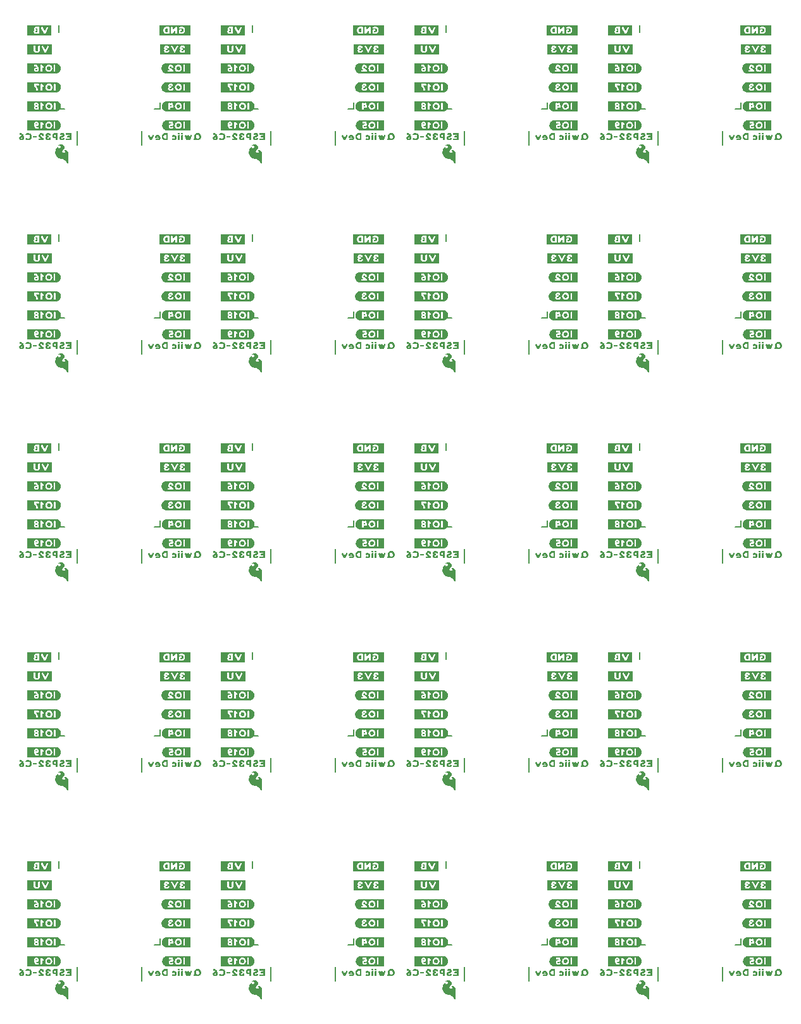
<source format=gbo>
G04 EAGLE Gerber RS-274X export*
G75*
%MOMM*%
%FSLAX34Y34*%
%LPD*%
%INSilkscreen Bottom*%
%IPPOS*%
%AMOC8*
5,1,8,0,0,1.08239X$1,22.5*%
G01*
%ADD10C,0.203200*%
%ADD11C,0.200000*%

G36*
X55073Y945653D02*
X55073Y945653D01*
X55076Y945651D01*
X55081Y945659D01*
X55117Y945687D01*
X55106Y945702D01*
X55110Y945711D01*
X55126Y945679D01*
X55164Y945659D01*
X55170Y945651D01*
X55770Y945651D01*
X55774Y945654D01*
X55777Y945651D01*
X57177Y945851D01*
X57182Y945856D01*
X57186Y945853D01*
X57786Y946053D01*
X57789Y946058D01*
X57792Y946056D01*
X58992Y946656D01*
X58994Y946660D01*
X58997Y946659D01*
X59597Y947059D01*
X59600Y947066D01*
X59605Y947065D01*
X60605Y948065D01*
X60605Y948069D01*
X60608Y948069D01*
X61008Y948569D01*
X61009Y948577D01*
X61014Y948578D01*
X61914Y950378D01*
X61913Y950383D01*
X61917Y950384D01*
X62117Y950984D01*
X62115Y950991D01*
X62119Y950993D01*
X62219Y951693D01*
X62216Y951698D01*
X62219Y951700D01*
X62219Y953100D01*
X62216Y953105D01*
X62219Y953108D01*
X62119Y953708D01*
X62019Y954407D01*
X62011Y954415D01*
X62014Y954422D01*
X61716Y955019D01*
X61517Y955616D01*
X61509Y955621D01*
X61511Y955627D01*
X60711Y956827D01*
X60708Y956828D01*
X60708Y956831D01*
X60308Y957331D01*
X60301Y957333D01*
X60301Y957338D01*
X59801Y957738D01*
X59797Y957739D01*
X59797Y957741D01*
X58597Y958541D01*
X58593Y958541D01*
X58592Y958544D01*
X57992Y958844D01*
X57987Y958843D01*
X57986Y958847D01*
X57386Y959047D01*
X57384Y959046D01*
X57384Y959047D01*
X56684Y959247D01*
X56674Y959244D01*
X56670Y959249D01*
X55975Y959249D01*
X55480Y959348D01*
X55473Y959345D01*
X55470Y959349D01*
X17470Y959349D01*
X17423Y959313D01*
X17425Y959310D01*
X17421Y959308D01*
X17321Y958708D01*
X17324Y958703D01*
X17321Y958700D01*
X17321Y945900D01*
X17350Y945862D01*
X17352Y945854D01*
X17852Y945654D01*
X17865Y945658D01*
X17870Y945651D01*
X55070Y945651D01*
X55073Y945653D01*
G37*
G36*
X314153Y945653D02*
X314153Y945653D01*
X314156Y945651D01*
X314161Y945659D01*
X314197Y945687D01*
X314186Y945702D01*
X314190Y945711D01*
X314206Y945679D01*
X314244Y945659D01*
X314250Y945651D01*
X314850Y945651D01*
X314854Y945654D01*
X314857Y945651D01*
X316257Y945851D01*
X316262Y945856D01*
X316266Y945853D01*
X316866Y946053D01*
X316869Y946058D01*
X316872Y946056D01*
X318072Y946656D01*
X318074Y946660D01*
X318077Y946659D01*
X318677Y947059D01*
X318680Y947066D01*
X318685Y947065D01*
X319685Y948065D01*
X319685Y948069D01*
X319688Y948069D01*
X320088Y948569D01*
X320089Y948577D01*
X320094Y948578D01*
X320994Y950378D01*
X320993Y950383D01*
X320997Y950384D01*
X321197Y950984D01*
X321195Y950991D01*
X321199Y950993D01*
X321299Y951693D01*
X321296Y951698D01*
X321299Y951700D01*
X321299Y953100D01*
X321296Y953105D01*
X321299Y953108D01*
X321199Y953708D01*
X321099Y954407D01*
X321091Y954415D01*
X321094Y954422D01*
X320796Y955019D01*
X320597Y955616D01*
X320589Y955621D01*
X320591Y955627D01*
X319791Y956827D01*
X319788Y956828D01*
X319788Y956831D01*
X319388Y957331D01*
X319381Y957333D01*
X319381Y957338D01*
X318881Y957738D01*
X318877Y957739D01*
X318877Y957741D01*
X317677Y958541D01*
X317673Y958541D01*
X317672Y958544D01*
X317072Y958844D01*
X317067Y958843D01*
X317066Y958847D01*
X316466Y959047D01*
X316464Y959046D01*
X316464Y959047D01*
X315764Y959247D01*
X315754Y959244D01*
X315750Y959249D01*
X315055Y959249D01*
X314560Y959348D01*
X314553Y959345D01*
X314550Y959349D01*
X276550Y959349D01*
X276503Y959313D01*
X276505Y959310D01*
X276501Y959308D01*
X276401Y958708D01*
X276404Y958703D01*
X276401Y958700D01*
X276401Y945900D01*
X276430Y945862D01*
X276432Y945854D01*
X276932Y945654D01*
X276945Y945658D01*
X276950Y945651D01*
X314150Y945651D01*
X314153Y945653D01*
G37*
G36*
X573233Y107453D02*
X573233Y107453D01*
X573236Y107451D01*
X573241Y107459D01*
X573277Y107487D01*
X573266Y107502D01*
X573270Y107511D01*
X573286Y107479D01*
X573324Y107459D01*
X573330Y107451D01*
X573930Y107451D01*
X573934Y107454D01*
X573937Y107451D01*
X575337Y107651D01*
X575342Y107656D01*
X575346Y107653D01*
X575946Y107853D01*
X575949Y107858D01*
X575952Y107856D01*
X577152Y108456D01*
X577154Y108460D01*
X577157Y108459D01*
X577757Y108859D01*
X577760Y108866D01*
X577765Y108865D01*
X578765Y109865D01*
X578765Y109869D01*
X578768Y109869D01*
X579168Y110369D01*
X579169Y110377D01*
X579174Y110378D01*
X580074Y112178D01*
X580073Y112183D01*
X580077Y112184D01*
X580277Y112784D01*
X580275Y112791D01*
X580279Y112793D01*
X580379Y113493D01*
X580376Y113498D01*
X580379Y113500D01*
X580379Y114900D01*
X580376Y114905D01*
X580379Y114908D01*
X580279Y115508D01*
X580179Y116207D01*
X580171Y116215D01*
X580174Y116222D01*
X579876Y116819D01*
X579677Y117416D01*
X579669Y117421D01*
X579671Y117427D01*
X578871Y118627D01*
X578868Y118628D01*
X578868Y118631D01*
X578468Y119131D01*
X578461Y119133D01*
X578461Y119138D01*
X577961Y119538D01*
X577957Y119539D01*
X577957Y119541D01*
X576757Y120341D01*
X576753Y120341D01*
X576752Y120344D01*
X576152Y120644D01*
X576147Y120643D01*
X576146Y120647D01*
X575546Y120847D01*
X575544Y120846D01*
X575544Y120847D01*
X574844Y121047D01*
X574834Y121044D01*
X574830Y121049D01*
X574135Y121049D01*
X573640Y121148D01*
X573633Y121145D01*
X573630Y121149D01*
X535630Y121149D01*
X535583Y121113D01*
X535585Y121110D01*
X535581Y121108D01*
X535481Y120508D01*
X535484Y120503D01*
X535481Y120500D01*
X535481Y107700D01*
X535510Y107662D01*
X535512Y107654D01*
X536012Y107454D01*
X536025Y107458D01*
X536030Y107451D01*
X573230Y107451D01*
X573233Y107453D01*
G37*
G36*
X573233Y945653D02*
X573233Y945653D01*
X573236Y945651D01*
X573241Y945659D01*
X573277Y945687D01*
X573266Y945702D01*
X573270Y945711D01*
X573286Y945679D01*
X573324Y945659D01*
X573330Y945651D01*
X573930Y945651D01*
X573934Y945654D01*
X573937Y945651D01*
X575337Y945851D01*
X575342Y945856D01*
X575346Y945853D01*
X575946Y946053D01*
X575949Y946058D01*
X575952Y946056D01*
X577152Y946656D01*
X577154Y946660D01*
X577157Y946659D01*
X577757Y947059D01*
X577760Y947066D01*
X577765Y947065D01*
X578765Y948065D01*
X578765Y948069D01*
X578768Y948069D01*
X579168Y948569D01*
X579169Y948577D01*
X579174Y948578D01*
X580074Y950378D01*
X580073Y950383D01*
X580077Y950384D01*
X580277Y950984D01*
X580275Y950991D01*
X580279Y950993D01*
X580379Y951693D01*
X580376Y951698D01*
X580379Y951700D01*
X580379Y953100D01*
X580376Y953105D01*
X580379Y953108D01*
X580279Y953708D01*
X580179Y954407D01*
X580171Y954415D01*
X580174Y954422D01*
X579876Y955019D01*
X579677Y955616D01*
X579669Y955621D01*
X579671Y955627D01*
X578871Y956827D01*
X578868Y956828D01*
X578868Y956831D01*
X578468Y957331D01*
X578461Y957333D01*
X578461Y957338D01*
X577961Y957738D01*
X577957Y957739D01*
X577957Y957741D01*
X576757Y958541D01*
X576753Y958541D01*
X576752Y958544D01*
X576152Y958844D01*
X576147Y958843D01*
X576146Y958847D01*
X575546Y959047D01*
X575544Y959046D01*
X575544Y959047D01*
X574844Y959247D01*
X574834Y959244D01*
X574830Y959249D01*
X574135Y959249D01*
X573640Y959348D01*
X573633Y959345D01*
X573630Y959349D01*
X535630Y959349D01*
X535583Y959313D01*
X535585Y959310D01*
X535581Y959308D01*
X535481Y958708D01*
X535484Y958703D01*
X535481Y958700D01*
X535481Y945900D01*
X535510Y945862D01*
X535512Y945854D01*
X536012Y945654D01*
X536025Y945658D01*
X536030Y945651D01*
X573230Y945651D01*
X573233Y945653D01*
G37*
G36*
X55073Y107453D02*
X55073Y107453D01*
X55076Y107451D01*
X55081Y107459D01*
X55117Y107487D01*
X55106Y107502D01*
X55110Y107511D01*
X55126Y107479D01*
X55164Y107459D01*
X55170Y107451D01*
X55770Y107451D01*
X55774Y107454D01*
X55777Y107451D01*
X57177Y107651D01*
X57182Y107656D01*
X57186Y107653D01*
X57786Y107853D01*
X57789Y107858D01*
X57792Y107856D01*
X58992Y108456D01*
X58994Y108460D01*
X58997Y108459D01*
X59597Y108859D01*
X59600Y108866D01*
X59605Y108865D01*
X60605Y109865D01*
X60605Y109869D01*
X60608Y109869D01*
X61008Y110369D01*
X61009Y110377D01*
X61014Y110378D01*
X61914Y112178D01*
X61913Y112183D01*
X61917Y112184D01*
X62117Y112784D01*
X62115Y112791D01*
X62119Y112793D01*
X62219Y113493D01*
X62216Y113498D01*
X62219Y113500D01*
X62219Y114900D01*
X62216Y114905D01*
X62219Y114908D01*
X62119Y115508D01*
X62019Y116207D01*
X62011Y116215D01*
X62014Y116222D01*
X61716Y116819D01*
X61517Y117416D01*
X61509Y117421D01*
X61511Y117427D01*
X60711Y118627D01*
X60708Y118628D01*
X60708Y118631D01*
X60308Y119131D01*
X60301Y119133D01*
X60301Y119138D01*
X59801Y119538D01*
X59797Y119539D01*
X59797Y119541D01*
X58597Y120341D01*
X58593Y120341D01*
X58592Y120344D01*
X57992Y120644D01*
X57987Y120643D01*
X57986Y120647D01*
X57386Y120847D01*
X57384Y120846D01*
X57384Y120847D01*
X56684Y121047D01*
X56674Y121044D01*
X56670Y121049D01*
X55975Y121049D01*
X55480Y121148D01*
X55473Y121145D01*
X55470Y121149D01*
X17470Y121149D01*
X17423Y121113D01*
X17425Y121110D01*
X17421Y121108D01*
X17321Y120508D01*
X17324Y120503D01*
X17321Y120500D01*
X17321Y107700D01*
X17350Y107662D01*
X17352Y107654D01*
X17852Y107454D01*
X17865Y107458D01*
X17870Y107451D01*
X55070Y107451D01*
X55073Y107453D01*
G37*
G36*
X832313Y107453D02*
X832313Y107453D01*
X832316Y107451D01*
X832321Y107459D01*
X832357Y107487D01*
X832346Y107502D01*
X832350Y107511D01*
X832366Y107479D01*
X832404Y107459D01*
X832410Y107451D01*
X833010Y107451D01*
X833014Y107454D01*
X833017Y107451D01*
X834417Y107651D01*
X834422Y107656D01*
X834426Y107653D01*
X835026Y107853D01*
X835029Y107858D01*
X835032Y107856D01*
X836232Y108456D01*
X836234Y108460D01*
X836237Y108459D01*
X836837Y108859D01*
X836840Y108866D01*
X836845Y108865D01*
X837845Y109865D01*
X837845Y109869D01*
X837848Y109869D01*
X838248Y110369D01*
X838249Y110377D01*
X838254Y110378D01*
X839154Y112178D01*
X839153Y112183D01*
X839157Y112184D01*
X839357Y112784D01*
X839355Y112791D01*
X839359Y112793D01*
X839459Y113493D01*
X839456Y113498D01*
X839459Y113500D01*
X839459Y114900D01*
X839456Y114905D01*
X839459Y114908D01*
X839359Y115508D01*
X839259Y116207D01*
X839251Y116215D01*
X839254Y116222D01*
X838956Y116819D01*
X838757Y117416D01*
X838749Y117421D01*
X838751Y117427D01*
X837951Y118627D01*
X837948Y118628D01*
X837948Y118631D01*
X837548Y119131D01*
X837541Y119133D01*
X837541Y119138D01*
X837041Y119538D01*
X837037Y119539D01*
X837037Y119541D01*
X835837Y120341D01*
X835833Y120341D01*
X835832Y120344D01*
X835232Y120644D01*
X835227Y120643D01*
X835226Y120647D01*
X834626Y120847D01*
X834624Y120846D01*
X834624Y120847D01*
X833924Y121047D01*
X833914Y121044D01*
X833910Y121049D01*
X833215Y121049D01*
X832720Y121148D01*
X832713Y121145D01*
X832710Y121149D01*
X794710Y121149D01*
X794663Y121113D01*
X794665Y121110D01*
X794661Y121108D01*
X794561Y120508D01*
X794564Y120503D01*
X794561Y120500D01*
X794561Y107700D01*
X794590Y107662D01*
X794592Y107654D01*
X795092Y107454D01*
X795105Y107458D01*
X795110Y107451D01*
X832310Y107451D01*
X832313Y107453D01*
G37*
G36*
X832313Y945653D02*
X832313Y945653D01*
X832316Y945651D01*
X832321Y945659D01*
X832357Y945687D01*
X832346Y945702D01*
X832350Y945711D01*
X832366Y945679D01*
X832404Y945659D01*
X832410Y945651D01*
X833010Y945651D01*
X833014Y945654D01*
X833017Y945651D01*
X834417Y945851D01*
X834422Y945856D01*
X834426Y945853D01*
X835026Y946053D01*
X835029Y946058D01*
X835032Y946056D01*
X836232Y946656D01*
X836234Y946660D01*
X836237Y946659D01*
X836837Y947059D01*
X836840Y947066D01*
X836845Y947065D01*
X837845Y948065D01*
X837845Y948069D01*
X837848Y948069D01*
X838248Y948569D01*
X838249Y948577D01*
X838254Y948578D01*
X839154Y950378D01*
X839153Y950383D01*
X839157Y950384D01*
X839357Y950984D01*
X839355Y950991D01*
X839359Y950993D01*
X839459Y951693D01*
X839456Y951698D01*
X839459Y951700D01*
X839459Y953100D01*
X839456Y953105D01*
X839459Y953108D01*
X839359Y953708D01*
X839259Y954407D01*
X839251Y954415D01*
X839254Y954422D01*
X838956Y955019D01*
X838757Y955616D01*
X838749Y955621D01*
X838751Y955627D01*
X837951Y956827D01*
X837948Y956828D01*
X837948Y956831D01*
X837548Y957331D01*
X837541Y957333D01*
X837541Y957338D01*
X837041Y957738D01*
X837037Y957739D01*
X837037Y957741D01*
X835837Y958541D01*
X835833Y958541D01*
X835832Y958544D01*
X835232Y958844D01*
X835227Y958843D01*
X835226Y958847D01*
X834626Y959047D01*
X834624Y959046D01*
X834624Y959047D01*
X833924Y959247D01*
X833914Y959244D01*
X833910Y959249D01*
X833215Y959249D01*
X832720Y959348D01*
X832713Y959345D01*
X832710Y959349D01*
X794710Y959349D01*
X794663Y959313D01*
X794665Y959310D01*
X794661Y959308D01*
X794561Y958708D01*
X794564Y958703D01*
X794561Y958700D01*
X794561Y945900D01*
X794590Y945862D01*
X794592Y945854D01*
X795092Y945654D01*
X795105Y945658D01*
X795110Y945651D01*
X832310Y945651D01*
X832313Y945653D01*
G37*
G36*
X832313Y1225053D02*
X832313Y1225053D01*
X832316Y1225051D01*
X832321Y1225059D01*
X832357Y1225087D01*
X832346Y1225102D01*
X832350Y1225111D01*
X832366Y1225079D01*
X832404Y1225059D01*
X832410Y1225051D01*
X833010Y1225051D01*
X833014Y1225054D01*
X833017Y1225051D01*
X834417Y1225251D01*
X834422Y1225256D01*
X834426Y1225253D01*
X835026Y1225453D01*
X835029Y1225458D01*
X835032Y1225456D01*
X836232Y1226056D01*
X836234Y1226060D01*
X836237Y1226059D01*
X836837Y1226459D01*
X836840Y1226466D01*
X836845Y1226465D01*
X837845Y1227465D01*
X837845Y1227469D01*
X837848Y1227469D01*
X838248Y1227969D01*
X838249Y1227977D01*
X838254Y1227978D01*
X839154Y1229778D01*
X839153Y1229783D01*
X839157Y1229784D01*
X839357Y1230384D01*
X839355Y1230391D01*
X839359Y1230393D01*
X839459Y1231093D01*
X839456Y1231098D01*
X839459Y1231100D01*
X839459Y1232500D01*
X839456Y1232505D01*
X839459Y1232508D01*
X839359Y1233108D01*
X839259Y1233807D01*
X839251Y1233815D01*
X839254Y1233822D01*
X838956Y1234419D01*
X838757Y1235016D01*
X838749Y1235021D01*
X838751Y1235027D01*
X837951Y1236227D01*
X837948Y1236228D01*
X837948Y1236231D01*
X837548Y1236731D01*
X837541Y1236733D01*
X837541Y1236738D01*
X837041Y1237138D01*
X837037Y1237139D01*
X837037Y1237141D01*
X835837Y1237941D01*
X835833Y1237941D01*
X835832Y1237944D01*
X835232Y1238244D01*
X835227Y1238243D01*
X835226Y1238247D01*
X834626Y1238447D01*
X834624Y1238446D01*
X834624Y1238447D01*
X833924Y1238647D01*
X833914Y1238644D01*
X833910Y1238649D01*
X833215Y1238649D01*
X832720Y1238748D01*
X832713Y1238745D01*
X832710Y1238749D01*
X794710Y1238749D01*
X794663Y1238713D01*
X794665Y1238710D01*
X794661Y1238708D01*
X794561Y1238108D01*
X794564Y1238103D01*
X794561Y1238100D01*
X794561Y1225300D01*
X794590Y1225262D01*
X794592Y1225254D01*
X795092Y1225054D01*
X795105Y1225058D01*
X795110Y1225051D01*
X832310Y1225051D01*
X832313Y1225053D01*
G37*
G36*
X314153Y386853D02*
X314153Y386853D01*
X314156Y386851D01*
X314161Y386859D01*
X314197Y386887D01*
X314186Y386902D01*
X314190Y386911D01*
X314206Y386879D01*
X314244Y386859D01*
X314250Y386851D01*
X314850Y386851D01*
X314854Y386854D01*
X314857Y386851D01*
X316257Y387051D01*
X316262Y387056D01*
X316266Y387053D01*
X316866Y387253D01*
X316869Y387258D01*
X316872Y387256D01*
X318072Y387856D01*
X318074Y387860D01*
X318077Y387859D01*
X318677Y388259D01*
X318680Y388266D01*
X318685Y388265D01*
X319685Y389265D01*
X319685Y389269D01*
X319688Y389269D01*
X320088Y389769D01*
X320089Y389777D01*
X320094Y389778D01*
X320994Y391578D01*
X320993Y391583D01*
X320997Y391584D01*
X321197Y392184D01*
X321195Y392191D01*
X321199Y392193D01*
X321299Y392893D01*
X321296Y392898D01*
X321299Y392900D01*
X321299Y394300D01*
X321296Y394305D01*
X321299Y394308D01*
X321199Y394908D01*
X321099Y395607D01*
X321091Y395615D01*
X321094Y395622D01*
X320796Y396219D01*
X320597Y396816D01*
X320589Y396821D01*
X320591Y396827D01*
X319791Y398027D01*
X319788Y398028D01*
X319788Y398031D01*
X319388Y398531D01*
X319381Y398533D01*
X319381Y398538D01*
X318881Y398938D01*
X318877Y398939D01*
X318877Y398941D01*
X317677Y399741D01*
X317673Y399741D01*
X317672Y399744D01*
X317072Y400044D01*
X317067Y400043D01*
X317066Y400047D01*
X316466Y400247D01*
X316464Y400246D01*
X316464Y400247D01*
X315764Y400447D01*
X315754Y400444D01*
X315750Y400449D01*
X315055Y400449D01*
X314560Y400548D01*
X314553Y400545D01*
X314550Y400549D01*
X276550Y400549D01*
X276503Y400513D01*
X276505Y400510D01*
X276501Y400508D01*
X276401Y399908D01*
X276404Y399903D01*
X276401Y399900D01*
X276401Y387100D01*
X276430Y387062D01*
X276432Y387054D01*
X276932Y386854D01*
X276945Y386858D01*
X276950Y386851D01*
X314150Y386851D01*
X314153Y386853D01*
G37*
G36*
X314153Y1225053D02*
X314153Y1225053D01*
X314156Y1225051D01*
X314161Y1225059D01*
X314197Y1225087D01*
X314186Y1225102D01*
X314190Y1225111D01*
X314206Y1225079D01*
X314244Y1225059D01*
X314250Y1225051D01*
X314850Y1225051D01*
X314854Y1225054D01*
X314857Y1225051D01*
X316257Y1225251D01*
X316262Y1225256D01*
X316266Y1225253D01*
X316866Y1225453D01*
X316869Y1225458D01*
X316872Y1225456D01*
X318072Y1226056D01*
X318074Y1226060D01*
X318077Y1226059D01*
X318677Y1226459D01*
X318680Y1226466D01*
X318685Y1226465D01*
X319685Y1227465D01*
X319685Y1227469D01*
X319688Y1227469D01*
X320088Y1227969D01*
X320089Y1227977D01*
X320094Y1227978D01*
X320994Y1229778D01*
X320993Y1229783D01*
X320997Y1229784D01*
X321197Y1230384D01*
X321195Y1230391D01*
X321199Y1230393D01*
X321299Y1231093D01*
X321296Y1231098D01*
X321299Y1231100D01*
X321299Y1232500D01*
X321296Y1232505D01*
X321299Y1232508D01*
X321199Y1233108D01*
X321099Y1233807D01*
X321091Y1233815D01*
X321094Y1233822D01*
X320796Y1234419D01*
X320597Y1235016D01*
X320589Y1235021D01*
X320591Y1235027D01*
X319791Y1236227D01*
X319788Y1236228D01*
X319788Y1236231D01*
X319388Y1236731D01*
X319381Y1236733D01*
X319381Y1236738D01*
X318881Y1237138D01*
X318877Y1237139D01*
X318877Y1237141D01*
X317677Y1237941D01*
X317673Y1237941D01*
X317672Y1237944D01*
X317072Y1238244D01*
X317067Y1238243D01*
X317066Y1238247D01*
X316466Y1238447D01*
X316464Y1238446D01*
X316464Y1238447D01*
X315764Y1238647D01*
X315754Y1238644D01*
X315750Y1238649D01*
X315055Y1238649D01*
X314560Y1238748D01*
X314553Y1238745D01*
X314550Y1238749D01*
X276550Y1238749D01*
X276503Y1238713D01*
X276505Y1238710D01*
X276501Y1238708D01*
X276401Y1238108D01*
X276404Y1238103D01*
X276401Y1238100D01*
X276401Y1225300D01*
X276430Y1225262D01*
X276432Y1225254D01*
X276932Y1225054D01*
X276945Y1225058D01*
X276950Y1225051D01*
X314150Y1225051D01*
X314153Y1225053D01*
G37*
G36*
X573233Y1225053D02*
X573233Y1225053D01*
X573236Y1225051D01*
X573241Y1225059D01*
X573277Y1225087D01*
X573266Y1225102D01*
X573270Y1225111D01*
X573286Y1225079D01*
X573324Y1225059D01*
X573330Y1225051D01*
X573930Y1225051D01*
X573934Y1225054D01*
X573937Y1225051D01*
X575337Y1225251D01*
X575342Y1225256D01*
X575346Y1225253D01*
X575946Y1225453D01*
X575949Y1225458D01*
X575952Y1225456D01*
X577152Y1226056D01*
X577154Y1226060D01*
X577157Y1226059D01*
X577757Y1226459D01*
X577760Y1226466D01*
X577765Y1226465D01*
X578765Y1227465D01*
X578765Y1227469D01*
X578768Y1227469D01*
X579168Y1227969D01*
X579169Y1227977D01*
X579174Y1227978D01*
X580074Y1229778D01*
X580073Y1229783D01*
X580077Y1229784D01*
X580277Y1230384D01*
X580275Y1230391D01*
X580279Y1230393D01*
X580379Y1231093D01*
X580376Y1231098D01*
X580379Y1231100D01*
X580379Y1232500D01*
X580376Y1232505D01*
X580379Y1232508D01*
X580279Y1233108D01*
X580179Y1233807D01*
X580171Y1233815D01*
X580174Y1233822D01*
X579876Y1234419D01*
X579677Y1235016D01*
X579669Y1235021D01*
X579671Y1235027D01*
X578871Y1236227D01*
X578868Y1236228D01*
X578868Y1236231D01*
X578468Y1236731D01*
X578461Y1236733D01*
X578461Y1236738D01*
X577961Y1237138D01*
X577957Y1237139D01*
X577957Y1237141D01*
X576757Y1237941D01*
X576753Y1237941D01*
X576752Y1237944D01*
X576152Y1238244D01*
X576147Y1238243D01*
X576146Y1238247D01*
X575546Y1238447D01*
X575544Y1238446D01*
X575544Y1238447D01*
X574844Y1238647D01*
X574834Y1238644D01*
X574830Y1238649D01*
X574135Y1238649D01*
X573640Y1238748D01*
X573633Y1238745D01*
X573630Y1238749D01*
X535630Y1238749D01*
X535583Y1238713D01*
X535585Y1238710D01*
X535581Y1238708D01*
X535481Y1238108D01*
X535484Y1238103D01*
X535481Y1238100D01*
X535481Y1225300D01*
X535510Y1225262D01*
X535512Y1225254D01*
X536012Y1225054D01*
X536025Y1225058D01*
X536030Y1225051D01*
X573230Y1225051D01*
X573233Y1225053D01*
G37*
G36*
X55073Y1225053D02*
X55073Y1225053D01*
X55076Y1225051D01*
X55081Y1225059D01*
X55117Y1225087D01*
X55106Y1225102D01*
X55110Y1225111D01*
X55126Y1225079D01*
X55164Y1225059D01*
X55170Y1225051D01*
X55770Y1225051D01*
X55774Y1225054D01*
X55777Y1225051D01*
X57177Y1225251D01*
X57182Y1225256D01*
X57186Y1225253D01*
X57786Y1225453D01*
X57789Y1225458D01*
X57792Y1225456D01*
X58992Y1226056D01*
X58994Y1226060D01*
X58997Y1226059D01*
X59597Y1226459D01*
X59600Y1226466D01*
X59605Y1226465D01*
X60605Y1227465D01*
X60605Y1227469D01*
X60608Y1227469D01*
X61008Y1227969D01*
X61009Y1227977D01*
X61014Y1227978D01*
X61914Y1229778D01*
X61913Y1229783D01*
X61917Y1229784D01*
X62117Y1230384D01*
X62115Y1230391D01*
X62119Y1230393D01*
X62219Y1231093D01*
X62216Y1231098D01*
X62219Y1231100D01*
X62219Y1232500D01*
X62216Y1232505D01*
X62219Y1232508D01*
X62119Y1233108D01*
X62019Y1233807D01*
X62011Y1233815D01*
X62014Y1233822D01*
X61716Y1234419D01*
X61517Y1235016D01*
X61509Y1235021D01*
X61511Y1235027D01*
X60711Y1236227D01*
X60708Y1236228D01*
X60708Y1236231D01*
X60308Y1236731D01*
X60301Y1236733D01*
X60301Y1236738D01*
X59801Y1237138D01*
X59797Y1237139D01*
X59797Y1237141D01*
X58597Y1237941D01*
X58593Y1237941D01*
X58592Y1237944D01*
X57992Y1238244D01*
X57987Y1238243D01*
X57986Y1238247D01*
X57386Y1238447D01*
X57384Y1238446D01*
X57384Y1238447D01*
X56684Y1238647D01*
X56674Y1238644D01*
X56670Y1238649D01*
X55975Y1238649D01*
X55480Y1238748D01*
X55473Y1238745D01*
X55470Y1238749D01*
X17470Y1238749D01*
X17423Y1238713D01*
X17425Y1238710D01*
X17421Y1238708D01*
X17321Y1238108D01*
X17324Y1238103D01*
X17321Y1238100D01*
X17321Y1225300D01*
X17350Y1225262D01*
X17352Y1225254D01*
X17852Y1225054D01*
X17865Y1225058D01*
X17870Y1225051D01*
X55070Y1225051D01*
X55073Y1225053D01*
G37*
G36*
X832313Y386853D02*
X832313Y386853D01*
X832316Y386851D01*
X832321Y386859D01*
X832357Y386887D01*
X832346Y386902D01*
X832350Y386911D01*
X832366Y386879D01*
X832404Y386859D01*
X832410Y386851D01*
X833010Y386851D01*
X833014Y386854D01*
X833017Y386851D01*
X834417Y387051D01*
X834422Y387056D01*
X834426Y387053D01*
X835026Y387253D01*
X835029Y387258D01*
X835032Y387256D01*
X836232Y387856D01*
X836234Y387860D01*
X836237Y387859D01*
X836837Y388259D01*
X836840Y388266D01*
X836845Y388265D01*
X837845Y389265D01*
X837845Y389269D01*
X837848Y389269D01*
X838248Y389769D01*
X838249Y389777D01*
X838254Y389778D01*
X839154Y391578D01*
X839153Y391583D01*
X839157Y391584D01*
X839357Y392184D01*
X839355Y392191D01*
X839359Y392193D01*
X839459Y392893D01*
X839456Y392898D01*
X839459Y392900D01*
X839459Y394300D01*
X839456Y394305D01*
X839459Y394308D01*
X839359Y394908D01*
X839259Y395607D01*
X839251Y395615D01*
X839254Y395622D01*
X838956Y396219D01*
X838757Y396816D01*
X838749Y396821D01*
X838751Y396827D01*
X837951Y398027D01*
X837948Y398028D01*
X837948Y398031D01*
X837548Y398531D01*
X837541Y398533D01*
X837541Y398538D01*
X837041Y398938D01*
X837037Y398939D01*
X837037Y398941D01*
X835837Y399741D01*
X835833Y399741D01*
X835832Y399744D01*
X835232Y400044D01*
X835227Y400043D01*
X835226Y400047D01*
X834626Y400247D01*
X834624Y400246D01*
X834624Y400247D01*
X833924Y400447D01*
X833914Y400444D01*
X833910Y400449D01*
X833215Y400449D01*
X832720Y400548D01*
X832713Y400545D01*
X832710Y400549D01*
X794710Y400549D01*
X794663Y400513D01*
X794665Y400510D01*
X794661Y400508D01*
X794561Y399908D01*
X794564Y399903D01*
X794561Y399900D01*
X794561Y387100D01*
X794590Y387062D01*
X794592Y387054D01*
X795092Y386854D01*
X795105Y386858D01*
X795110Y386851D01*
X832310Y386851D01*
X832313Y386853D01*
G37*
G36*
X573233Y386853D02*
X573233Y386853D01*
X573236Y386851D01*
X573241Y386859D01*
X573277Y386887D01*
X573266Y386902D01*
X573270Y386911D01*
X573286Y386879D01*
X573324Y386859D01*
X573330Y386851D01*
X573930Y386851D01*
X573934Y386854D01*
X573937Y386851D01*
X575337Y387051D01*
X575342Y387056D01*
X575346Y387053D01*
X575946Y387253D01*
X575949Y387258D01*
X575952Y387256D01*
X577152Y387856D01*
X577154Y387860D01*
X577157Y387859D01*
X577757Y388259D01*
X577760Y388266D01*
X577765Y388265D01*
X578765Y389265D01*
X578765Y389269D01*
X578768Y389269D01*
X579168Y389769D01*
X579169Y389777D01*
X579174Y389778D01*
X580074Y391578D01*
X580073Y391583D01*
X580077Y391584D01*
X580277Y392184D01*
X580275Y392191D01*
X580279Y392193D01*
X580379Y392893D01*
X580376Y392898D01*
X580379Y392900D01*
X580379Y394300D01*
X580376Y394305D01*
X580379Y394308D01*
X580279Y394908D01*
X580179Y395607D01*
X580171Y395615D01*
X580174Y395622D01*
X579876Y396219D01*
X579677Y396816D01*
X579669Y396821D01*
X579671Y396827D01*
X578871Y398027D01*
X578868Y398028D01*
X578868Y398031D01*
X578468Y398531D01*
X578461Y398533D01*
X578461Y398538D01*
X577961Y398938D01*
X577957Y398939D01*
X577957Y398941D01*
X576757Y399741D01*
X576753Y399741D01*
X576752Y399744D01*
X576152Y400044D01*
X576147Y400043D01*
X576146Y400047D01*
X575546Y400247D01*
X575544Y400246D01*
X575544Y400247D01*
X574844Y400447D01*
X574834Y400444D01*
X574830Y400449D01*
X574135Y400449D01*
X573640Y400548D01*
X573633Y400545D01*
X573630Y400549D01*
X535630Y400549D01*
X535583Y400513D01*
X535585Y400510D01*
X535581Y400508D01*
X535481Y399908D01*
X535484Y399903D01*
X535481Y399900D01*
X535481Y387100D01*
X535510Y387062D01*
X535512Y387054D01*
X536012Y386854D01*
X536025Y386858D01*
X536030Y386851D01*
X573230Y386851D01*
X573233Y386853D01*
G37*
G36*
X55073Y386853D02*
X55073Y386853D01*
X55076Y386851D01*
X55081Y386859D01*
X55117Y386887D01*
X55106Y386902D01*
X55110Y386911D01*
X55126Y386879D01*
X55164Y386859D01*
X55170Y386851D01*
X55770Y386851D01*
X55774Y386854D01*
X55777Y386851D01*
X57177Y387051D01*
X57182Y387056D01*
X57186Y387053D01*
X57786Y387253D01*
X57789Y387258D01*
X57792Y387256D01*
X58992Y387856D01*
X58994Y387860D01*
X58997Y387859D01*
X59597Y388259D01*
X59600Y388266D01*
X59605Y388265D01*
X60605Y389265D01*
X60605Y389269D01*
X60608Y389269D01*
X61008Y389769D01*
X61009Y389777D01*
X61014Y389778D01*
X61914Y391578D01*
X61913Y391583D01*
X61917Y391584D01*
X62117Y392184D01*
X62115Y392191D01*
X62119Y392193D01*
X62219Y392893D01*
X62216Y392898D01*
X62219Y392900D01*
X62219Y394300D01*
X62216Y394305D01*
X62219Y394308D01*
X62119Y394908D01*
X62019Y395607D01*
X62011Y395615D01*
X62014Y395622D01*
X61716Y396219D01*
X61517Y396816D01*
X61509Y396821D01*
X61511Y396827D01*
X60711Y398027D01*
X60708Y398028D01*
X60708Y398031D01*
X60308Y398531D01*
X60301Y398533D01*
X60301Y398538D01*
X59801Y398938D01*
X59797Y398939D01*
X59797Y398941D01*
X58597Y399741D01*
X58593Y399741D01*
X58592Y399744D01*
X57992Y400044D01*
X57987Y400043D01*
X57986Y400047D01*
X57386Y400247D01*
X57384Y400246D01*
X57384Y400247D01*
X56684Y400447D01*
X56674Y400444D01*
X56670Y400449D01*
X55975Y400449D01*
X55480Y400548D01*
X55473Y400545D01*
X55470Y400549D01*
X17470Y400549D01*
X17423Y400513D01*
X17425Y400510D01*
X17421Y400508D01*
X17321Y399908D01*
X17324Y399903D01*
X17321Y399900D01*
X17321Y387100D01*
X17350Y387062D01*
X17352Y387054D01*
X17852Y386854D01*
X17865Y386858D01*
X17870Y386851D01*
X55070Y386851D01*
X55073Y386853D01*
G37*
G36*
X573233Y666253D02*
X573233Y666253D01*
X573236Y666251D01*
X573241Y666259D01*
X573277Y666287D01*
X573266Y666302D01*
X573270Y666311D01*
X573286Y666279D01*
X573324Y666259D01*
X573330Y666251D01*
X573930Y666251D01*
X573934Y666254D01*
X573937Y666251D01*
X575337Y666451D01*
X575342Y666456D01*
X575346Y666453D01*
X575946Y666653D01*
X575949Y666658D01*
X575952Y666656D01*
X577152Y667256D01*
X577154Y667260D01*
X577157Y667259D01*
X577757Y667659D01*
X577760Y667666D01*
X577765Y667665D01*
X578765Y668665D01*
X578765Y668669D01*
X578768Y668669D01*
X579168Y669169D01*
X579169Y669177D01*
X579174Y669178D01*
X580074Y670978D01*
X580073Y670983D01*
X580077Y670984D01*
X580277Y671584D01*
X580275Y671591D01*
X580279Y671593D01*
X580379Y672293D01*
X580376Y672298D01*
X580379Y672300D01*
X580379Y673700D01*
X580376Y673705D01*
X580379Y673708D01*
X580279Y674308D01*
X580179Y675007D01*
X580171Y675015D01*
X580174Y675022D01*
X579876Y675619D01*
X579677Y676216D01*
X579669Y676221D01*
X579671Y676227D01*
X578871Y677427D01*
X578868Y677428D01*
X578868Y677431D01*
X578468Y677931D01*
X578461Y677933D01*
X578461Y677938D01*
X577961Y678338D01*
X577957Y678339D01*
X577957Y678341D01*
X576757Y679141D01*
X576753Y679141D01*
X576752Y679144D01*
X576152Y679444D01*
X576147Y679443D01*
X576146Y679447D01*
X575546Y679647D01*
X575544Y679646D01*
X575544Y679647D01*
X574844Y679847D01*
X574834Y679844D01*
X574830Y679849D01*
X574135Y679849D01*
X573640Y679948D01*
X573633Y679945D01*
X573630Y679949D01*
X535630Y679949D01*
X535583Y679913D01*
X535585Y679910D01*
X535581Y679908D01*
X535481Y679308D01*
X535484Y679303D01*
X535481Y679300D01*
X535481Y666500D01*
X535510Y666462D01*
X535512Y666454D01*
X536012Y666254D01*
X536025Y666258D01*
X536030Y666251D01*
X573230Y666251D01*
X573233Y666253D01*
G37*
G36*
X314153Y666253D02*
X314153Y666253D01*
X314156Y666251D01*
X314161Y666259D01*
X314197Y666287D01*
X314186Y666302D01*
X314190Y666311D01*
X314206Y666279D01*
X314244Y666259D01*
X314250Y666251D01*
X314850Y666251D01*
X314854Y666254D01*
X314857Y666251D01*
X316257Y666451D01*
X316262Y666456D01*
X316266Y666453D01*
X316866Y666653D01*
X316869Y666658D01*
X316872Y666656D01*
X318072Y667256D01*
X318074Y667260D01*
X318077Y667259D01*
X318677Y667659D01*
X318680Y667666D01*
X318685Y667665D01*
X319685Y668665D01*
X319685Y668669D01*
X319688Y668669D01*
X320088Y669169D01*
X320089Y669177D01*
X320094Y669178D01*
X320994Y670978D01*
X320993Y670983D01*
X320997Y670984D01*
X321197Y671584D01*
X321195Y671591D01*
X321199Y671593D01*
X321299Y672293D01*
X321296Y672298D01*
X321299Y672300D01*
X321299Y673700D01*
X321296Y673705D01*
X321299Y673708D01*
X321199Y674308D01*
X321099Y675007D01*
X321091Y675015D01*
X321094Y675022D01*
X320796Y675619D01*
X320597Y676216D01*
X320589Y676221D01*
X320591Y676227D01*
X319791Y677427D01*
X319788Y677428D01*
X319788Y677431D01*
X319388Y677931D01*
X319381Y677933D01*
X319381Y677938D01*
X318881Y678338D01*
X318877Y678339D01*
X318877Y678341D01*
X317677Y679141D01*
X317673Y679141D01*
X317672Y679144D01*
X317072Y679444D01*
X317067Y679443D01*
X317066Y679447D01*
X316466Y679647D01*
X316464Y679646D01*
X316464Y679647D01*
X315764Y679847D01*
X315754Y679844D01*
X315750Y679849D01*
X315055Y679849D01*
X314560Y679948D01*
X314553Y679945D01*
X314550Y679949D01*
X276550Y679949D01*
X276503Y679913D01*
X276505Y679910D01*
X276501Y679908D01*
X276401Y679308D01*
X276404Y679303D01*
X276401Y679300D01*
X276401Y666500D01*
X276430Y666462D01*
X276432Y666454D01*
X276932Y666254D01*
X276945Y666258D01*
X276950Y666251D01*
X314150Y666251D01*
X314153Y666253D01*
G37*
G36*
X55073Y666253D02*
X55073Y666253D01*
X55076Y666251D01*
X55081Y666259D01*
X55117Y666287D01*
X55106Y666302D01*
X55110Y666311D01*
X55126Y666279D01*
X55164Y666259D01*
X55170Y666251D01*
X55770Y666251D01*
X55774Y666254D01*
X55777Y666251D01*
X57177Y666451D01*
X57182Y666456D01*
X57186Y666453D01*
X57786Y666653D01*
X57789Y666658D01*
X57792Y666656D01*
X58992Y667256D01*
X58994Y667260D01*
X58997Y667259D01*
X59597Y667659D01*
X59600Y667666D01*
X59605Y667665D01*
X60605Y668665D01*
X60605Y668669D01*
X60608Y668669D01*
X61008Y669169D01*
X61009Y669177D01*
X61014Y669178D01*
X61914Y670978D01*
X61913Y670983D01*
X61917Y670984D01*
X62117Y671584D01*
X62115Y671591D01*
X62119Y671593D01*
X62219Y672293D01*
X62216Y672298D01*
X62219Y672300D01*
X62219Y673700D01*
X62216Y673705D01*
X62219Y673708D01*
X62119Y674308D01*
X62019Y675007D01*
X62011Y675015D01*
X62014Y675022D01*
X61716Y675619D01*
X61517Y676216D01*
X61509Y676221D01*
X61511Y676227D01*
X60711Y677427D01*
X60708Y677428D01*
X60708Y677431D01*
X60308Y677931D01*
X60301Y677933D01*
X60301Y677938D01*
X59801Y678338D01*
X59797Y678339D01*
X59797Y678341D01*
X58597Y679141D01*
X58593Y679141D01*
X58592Y679144D01*
X57992Y679444D01*
X57987Y679443D01*
X57986Y679447D01*
X57386Y679647D01*
X57384Y679646D01*
X57384Y679647D01*
X56684Y679847D01*
X56674Y679844D01*
X56670Y679849D01*
X55975Y679849D01*
X55480Y679948D01*
X55473Y679945D01*
X55470Y679949D01*
X17470Y679949D01*
X17423Y679913D01*
X17425Y679910D01*
X17421Y679908D01*
X17321Y679308D01*
X17324Y679303D01*
X17321Y679300D01*
X17321Y666500D01*
X17350Y666462D01*
X17352Y666454D01*
X17852Y666254D01*
X17865Y666258D01*
X17870Y666251D01*
X55070Y666251D01*
X55073Y666253D01*
G37*
G36*
X832313Y666253D02*
X832313Y666253D01*
X832316Y666251D01*
X832321Y666259D01*
X832357Y666287D01*
X832346Y666302D01*
X832350Y666311D01*
X832366Y666279D01*
X832404Y666259D01*
X832410Y666251D01*
X833010Y666251D01*
X833014Y666254D01*
X833017Y666251D01*
X834417Y666451D01*
X834422Y666456D01*
X834426Y666453D01*
X835026Y666653D01*
X835029Y666658D01*
X835032Y666656D01*
X836232Y667256D01*
X836234Y667260D01*
X836237Y667259D01*
X836837Y667659D01*
X836840Y667666D01*
X836845Y667665D01*
X837845Y668665D01*
X837845Y668669D01*
X837848Y668669D01*
X838248Y669169D01*
X838249Y669177D01*
X838254Y669178D01*
X839154Y670978D01*
X839153Y670983D01*
X839157Y670984D01*
X839357Y671584D01*
X839355Y671591D01*
X839359Y671593D01*
X839459Y672293D01*
X839456Y672298D01*
X839459Y672300D01*
X839459Y673700D01*
X839456Y673705D01*
X839459Y673708D01*
X839359Y674308D01*
X839259Y675007D01*
X839251Y675015D01*
X839254Y675022D01*
X838956Y675619D01*
X838757Y676216D01*
X838749Y676221D01*
X838751Y676227D01*
X837951Y677427D01*
X837948Y677428D01*
X837948Y677431D01*
X837548Y677931D01*
X837541Y677933D01*
X837541Y677938D01*
X837041Y678338D01*
X837037Y678339D01*
X837037Y678341D01*
X835837Y679141D01*
X835833Y679141D01*
X835832Y679144D01*
X835232Y679444D01*
X835227Y679443D01*
X835226Y679447D01*
X834626Y679647D01*
X834624Y679646D01*
X834624Y679647D01*
X833924Y679847D01*
X833914Y679844D01*
X833910Y679849D01*
X833215Y679849D01*
X832720Y679948D01*
X832713Y679945D01*
X832710Y679949D01*
X794710Y679949D01*
X794663Y679913D01*
X794665Y679910D01*
X794661Y679908D01*
X794561Y679308D01*
X794564Y679303D01*
X794561Y679300D01*
X794561Y666500D01*
X794590Y666462D01*
X794592Y666454D01*
X795092Y666254D01*
X795105Y666258D01*
X795110Y666251D01*
X832310Y666251D01*
X832313Y666253D01*
G37*
G36*
X314153Y107453D02*
X314153Y107453D01*
X314156Y107451D01*
X314161Y107459D01*
X314197Y107487D01*
X314186Y107502D01*
X314190Y107511D01*
X314206Y107479D01*
X314244Y107459D01*
X314250Y107451D01*
X314850Y107451D01*
X314854Y107454D01*
X314857Y107451D01*
X316257Y107651D01*
X316262Y107656D01*
X316266Y107653D01*
X316866Y107853D01*
X316869Y107858D01*
X316872Y107856D01*
X318072Y108456D01*
X318074Y108460D01*
X318077Y108459D01*
X318677Y108859D01*
X318680Y108866D01*
X318685Y108865D01*
X319685Y109865D01*
X319685Y109869D01*
X319688Y109869D01*
X320088Y110369D01*
X320089Y110377D01*
X320094Y110378D01*
X320994Y112178D01*
X320993Y112183D01*
X320997Y112184D01*
X321197Y112784D01*
X321195Y112791D01*
X321199Y112793D01*
X321299Y113493D01*
X321296Y113498D01*
X321299Y113500D01*
X321299Y114900D01*
X321296Y114905D01*
X321299Y114908D01*
X321199Y115508D01*
X321099Y116207D01*
X321091Y116215D01*
X321094Y116222D01*
X320796Y116819D01*
X320597Y117416D01*
X320589Y117421D01*
X320591Y117427D01*
X319791Y118627D01*
X319788Y118628D01*
X319788Y118631D01*
X319388Y119131D01*
X319381Y119133D01*
X319381Y119138D01*
X318881Y119538D01*
X318877Y119539D01*
X318877Y119541D01*
X317677Y120341D01*
X317673Y120341D01*
X317672Y120344D01*
X317072Y120644D01*
X317067Y120643D01*
X317066Y120647D01*
X316466Y120847D01*
X316464Y120846D01*
X316464Y120847D01*
X315764Y121047D01*
X315754Y121044D01*
X315750Y121049D01*
X315055Y121049D01*
X314560Y121148D01*
X314553Y121145D01*
X314550Y121149D01*
X276550Y121149D01*
X276503Y121113D01*
X276505Y121110D01*
X276501Y121108D01*
X276401Y120508D01*
X276404Y120503D01*
X276401Y120500D01*
X276401Y107700D01*
X276430Y107662D01*
X276432Y107654D01*
X276932Y107454D01*
X276945Y107458D01*
X276950Y107451D01*
X314150Y107451D01*
X314153Y107453D01*
G37*
G36*
X55674Y1199654D02*
X55674Y1199654D01*
X55677Y1199651D01*
X57077Y1199851D01*
X57082Y1199856D01*
X57086Y1199853D01*
X57686Y1200053D01*
X57687Y1200056D01*
X57689Y1200055D01*
X58389Y1200355D01*
X58392Y1200359D01*
X58395Y1200358D01*
X58895Y1200658D01*
X58896Y1200659D01*
X58897Y1200659D01*
X59497Y1201059D01*
X59498Y1201062D01*
X59501Y1201062D01*
X60001Y1201462D01*
X60002Y1201466D01*
X60005Y1201465D01*
X60505Y1201965D01*
X60505Y1201969D01*
X60508Y1201969D01*
X60908Y1202469D01*
X60909Y1202473D01*
X60911Y1202473D01*
X61311Y1203073D01*
X61311Y1203077D01*
X61314Y1203078D01*
X61914Y1204278D01*
X61912Y1204289D01*
X61919Y1204293D01*
X62018Y1204989D01*
X62217Y1205584D01*
X62214Y1205594D01*
X62217Y1205597D01*
X62216Y1205598D01*
X62219Y1205600D01*
X62219Y1207000D01*
X62216Y1207005D01*
X62219Y1207008D01*
X62119Y1207608D01*
X62019Y1208307D01*
X62014Y1208312D01*
X62017Y1208316D01*
X61817Y1208916D01*
X61814Y1208917D01*
X61815Y1208919D01*
X61515Y1209619D01*
X61513Y1209621D01*
X61514Y1209622D01*
X61214Y1210222D01*
X61207Y1210225D01*
X61208Y1210231D01*
X60808Y1210731D01*
X60804Y1210732D01*
X60805Y1210735D01*
X59805Y1211735D01*
X59801Y1211735D01*
X59801Y1211738D01*
X59301Y1212138D01*
X59293Y1212139D01*
X59292Y1212144D01*
X57492Y1213044D01*
X57481Y1213042D01*
X57477Y1213049D01*
X56777Y1213149D01*
X56078Y1213249D01*
X55478Y1213349D01*
X55473Y1213346D01*
X55470Y1213349D01*
X17570Y1213349D01*
X17532Y1213320D01*
X17524Y1213318D01*
X17324Y1212818D01*
X17325Y1212816D01*
X17323Y1212814D01*
X17327Y1212808D01*
X17328Y1212805D01*
X17321Y1212800D01*
X17321Y1199900D01*
X17350Y1199862D01*
X17352Y1199854D01*
X17852Y1199654D01*
X17865Y1199658D01*
X17870Y1199651D01*
X55670Y1199651D01*
X55674Y1199654D01*
G37*
G36*
X314754Y640854D02*
X314754Y640854D01*
X314757Y640851D01*
X316157Y641051D01*
X316162Y641056D01*
X316166Y641053D01*
X316766Y641253D01*
X316767Y641256D01*
X316769Y641255D01*
X317469Y641555D01*
X317472Y641559D01*
X317475Y641558D01*
X317975Y641858D01*
X317976Y641859D01*
X317977Y641859D01*
X318577Y642259D01*
X318578Y642262D01*
X318581Y642262D01*
X319081Y642662D01*
X319082Y642666D01*
X319085Y642665D01*
X319585Y643165D01*
X319585Y643169D01*
X319588Y643169D01*
X319988Y643669D01*
X319989Y643673D01*
X319991Y643673D01*
X320391Y644273D01*
X320391Y644277D01*
X320394Y644278D01*
X320994Y645478D01*
X320992Y645489D01*
X320999Y645493D01*
X321098Y646189D01*
X321297Y646784D01*
X321294Y646794D01*
X321297Y646797D01*
X321296Y646798D01*
X321299Y646800D01*
X321299Y648200D01*
X321296Y648205D01*
X321299Y648208D01*
X321199Y648808D01*
X321099Y649507D01*
X321094Y649512D01*
X321097Y649516D01*
X320897Y650116D01*
X320894Y650117D01*
X320895Y650119D01*
X320595Y650819D01*
X320593Y650821D01*
X320594Y650822D01*
X320294Y651422D01*
X320287Y651425D01*
X320288Y651431D01*
X319888Y651931D01*
X319884Y651932D01*
X319885Y651935D01*
X318885Y652935D01*
X318881Y652935D01*
X318881Y652938D01*
X318381Y653338D01*
X318373Y653339D01*
X318372Y653344D01*
X316572Y654244D01*
X316561Y654242D01*
X316557Y654249D01*
X315857Y654349D01*
X315158Y654449D01*
X314558Y654549D01*
X314553Y654546D01*
X314550Y654549D01*
X276650Y654549D01*
X276612Y654520D01*
X276604Y654518D01*
X276404Y654018D01*
X276405Y654016D01*
X276403Y654014D01*
X276407Y654008D01*
X276408Y654005D01*
X276401Y654000D01*
X276401Y641100D01*
X276430Y641062D01*
X276432Y641054D01*
X276932Y640854D01*
X276945Y640858D01*
X276950Y640851D01*
X314750Y640851D01*
X314754Y640854D01*
G37*
G36*
X832914Y361454D02*
X832914Y361454D01*
X832917Y361451D01*
X834317Y361651D01*
X834322Y361656D01*
X834326Y361653D01*
X834926Y361853D01*
X834927Y361856D01*
X834929Y361855D01*
X835629Y362155D01*
X835632Y362159D01*
X835635Y362158D01*
X836135Y362458D01*
X836136Y362459D01*
X836137Y362459D01*
X836737Y362859D01*
X836738Y362862D01*
X836741Y362862D01*
X837241Y363262D01*
X837242Y363266D01*
X837245Y363265D01*
X837745Y363765D01*
X837745Y363769D01*
X837748Y363769D01*
X838148Y364269D01*
X838149Y364273D01*
X838151Y364273D01*
X838551Y364873D01*
X838551Y364877D01*
X838554Y364878D01*
X839154Y366078D01*
X839152Y366089D01*
X839159Y366093D01*
X839258Y366789D01*
X839457Y367384D01*
X839454Y367394D01*
X839457Y367397D01*
X839456Y367398D01*
X839459Y367400D01*
X839459Y368800D01*
X839456Y368805D01*
X839459Y368808D01*
X839359Y369408D01*
X839259Y370107D01*
X839254Y370112D01*
X839257Y370116D01*
X839057Y370716D01*
X839054Y370717D01*
X839055Y370719D01*
X838755Y371419D01*
X838753Y371421D01*
X838754Y371422D01*
X838454Y372022D01*
X838447Y372025D01*
X838448Y372031D01*
X838048Y372531D01*
X838044Y372532D01*
X838045Y372535D01*
X837045Y373535D01*
X837041Y373535D01*
X837041Y373538D01*
X836541Y373938D01*
X836533Y373939D01*
X836532Y373944D01*
X834732Y374844D01*
X834721Y374842D01*
X834717Y374849D01*
X834017Y374949D01*
X833318Y375049D01*
X832718Y375149D01*
X832713Y375146D01*
X832710Y375149D01*
X794810Y375149D01*
X794772Y375120D01*
X794764Y375118D01*
X794564Y374618D01*
X794565Y374616D01*
X794563Y374614D01*
X794567Y374608D01*
X794568Y374605D01*
X794561Y374600D01*
X794561Y361700D01*
X794590Y361662D01*
X794592Y361654D01*
X795092Y361454D01*
X795105Y361458D01*
X795110Y361451D01*
X832910Y361451D01*
X832914Y361454D01*
G37*
G36*
X55674Y361454D02*
X55674Y361454D01*
X55677Y361451D01*
X57077Y361651D01*
X57082Y361656D01*
X57086Y361653D01*
X57686Y361853D01*
X57687Y361856D01*
X57689Y361855D01*
X58389Y362155D01*
X58392Y362159D01*
X58395Y362158D01*
X58895Y362458D01*
X58896Y362459D01*
X58897Y362459D01*
X59497Y362859D01*
X59498Y362862D01*
X59501Y362862D01*
X60001Y363262D01*
X60002Y363266D01*
X60005Y363265D01*
X60505Y363765D01*
X60505Y363769D01*
X60508Y363769D01*
X60908Y364269D01*
X60909Y364273D01*
X60911Y364273D01*
X61311Y364873D01*
X61311Y364877D01*
X61314Y364878D01*
X61914Y366078D01*
X61912Y366089D01*
X61919Y366093D01*
X62018Y366789D01*
X62217Y367384D01*
X62214Y367394D01*
X62217Y367397D01*
X62216Y367398D01*
X62219Y367400D01*
X62219Y368800D01*
X62216Y368805D01*
X62219Y368808D01*
X62119Y369408D01*
X62019Y370107D01*
X62014Y370112D01*
X62017Y370116D01*
X61817Y370716D01*
X61814Y370717D01*
X61815Y370719D01*
X61515Y371419D01*
X61513Y371421D01*
X61514Y371422D01*
X61214Y372022D01*
X61207Y372025D01*
X61208Y372031D01*
X60808Y372531D01*
X60804Y372532D01*
X60805Y372535D01*
X59805Y373535D01*
X59801Y373535D01*
X59801Y373538D01*
X59301Y373938D01*
X59293Y373939D01*
X59292Y373944D01*
X57492Y374844D01*
X57481Y374842D01*
X57477Y374849D01*
X56777Y374949D01*
X56078Y375049D01*
X55478Y375149D01*
X55473Y375146D01*
X55470Y375149D01*
X17570Y375149D01*
X17532Y375120D01*
X17524Y375118D01*
X17324Y374618D01*
X17325Y374616D01*
X17323Y374614D01*
X17327Y374608D01*
X17328Y374605D01*
X17321Y374600D01*
X17321Y361700D01*
X17350Y361662D01*
X17352Y361654D01*
X17852Y361454D01*
X17865Y361458D01*
X17870Y361451D01*
X55670Y361451D01*
X55674Y361454D01*
G37*
G36*
X832914Y640854D02*
X832914Y640854D01*
X832917Y640851D01*
X834317Y641051D01*
X834322Y641056D01*
X834326Y641053D01*
X834926Y641253D01*
X834927Y641256D01*
X834929Y641255D01*
X835629Y641555D01*
X835632Y641559D01*
X835635Y641558D01*
X836135Y641858D01*
X836136Y641859D01*
X836137Y641859D01*
X836737Y642259D01*
X836738Y642262D01*
X836741Y642262D01*
X837241Y642662D01*
X837242Y642666D01*
X837245Y642665D01*
X837745Y643165D01*
X837745Y643169D01*
X837748Y643169D01*
X838148Y643669D01*
X838149Y643673D01*
X838151Y643673D01*
X838551Y644273D01*
X838551Y644277D01*
X838554Y644278D01*
X839154Y645478D01*
X839152Y645489D01*
X839159Y645493D01*
X839258Y646189D01*
X839457Y646784D01*
X839454Y646794D01*
X839457Y646797D01*
X839456Y646798D01*
X839459Y646800D01*
X839459Y648200D01*
X839456Y648205D01*
X839459Y648208D01*
X839359Y648808D01*
X839259Y649507D01*
X839254Y649512D01*
X839257Y649516D01*
X839057Y650116D01*
X839054Y650117D01*
X839055Y650119D01*
X838755Y650819D01*
X838753Y650821D01*
X838754Y650822D01*
X838454Y651422D01*
X838447Y651425D01*
X838448Y651431D01*
X838048Y651931D01*
X838044Y651932D01*
X838045Y651935D01*
X837045Y652935D01*
X837041Y652935D01*
X837041Y652938D01*
X836541Y653338D01*
X836533Y653339D01*
X836532Y653344D01*
X834732Y654244D01*
X834721Y654242D01*
X834717Y654249D01*
X834017Y654349D01*
X833318Y654449D01*
X832718Y654549D01*
X832713Y654546D01*
X832710Y654549D01*
X794810Y654549D01*
X794772Y654520D01*
X794764Y654518D01*
X794564Y654018D01*
X794565Y654016D01*
X794563Y654014D01*
X794567Y654008D01*
X794568Y654005D01*
X794561Y654000D01*
X794561Y641100D01*
X794590Y641062D01*
X794592Y641054D01*
X795092Y640854D01*
X795105Y640858D01*
X795110Y640851D01*
X832910Y640851D01*
X832914Y640854D01*
G37*
G36*
X55674Y640854D02*
X55674Y640854D01*
X55677Y640851D01*
X57077Y641051D01*
X57082Y641056D01*
X57086Y641053D01*
X57686Y641253D01*
X57687Y641256D01*
X57689Y641255D01*
X58389Y641555D01*
X58392Y641559D01*
X58395Y641558D01*
X58895Y641858D01*
X58896Y641859D01*
X58897Y641859D01*
X59497Y642259D01*
X59498Y642262D01*
X59501Y642262D01*
X60001Y642662D01*
X60002Y642666D01*
X60005Y642665D01*
X60505Y643165D01*
X60505Y643169D01*
X60508Y643169D01*
X60908Y643669D01*
X60909Y643673D01*
X60911Y643673D01*
X61311Y644273D01*
X61311Y644277D01*
X61314Y644278D01*
X61914Y645478D01*
X61912Y645489D01*
X61919Y645493D01*
X62018Y646189D01*
X62217Y646784D01*
X62214Y646794D01*
X62217Y646797D01*
X62216Y646798D01*
X62219Y646800D01*
X62219Y648200D01*
X62216Y648205D01*
X62219Y648208D01*
X62119Y648808D01*
X62019Y649507D01*
X62014Y649512D01*
X62017Y649516D01*
X61817Y650116D01*
X61814Y650117D01*
X61815Y650119D01*
X61515Y650819D01*
X61513Y650821D01*
X61514Y650822D01*
X61214Y651422D01*
X61207Y651425D01*
X61208Y651431D01*
X60808Y651931D01*
X60804Y651932D01*
X60805Y651935D01*
X59805Y652935D01*
X59801Y652935D01*
X59801Y652938D01*
X59301Y653338D01*
X59293Y653339D01*
X59292Y653344D01*
X57492Y654244D01*
X57481Y654242D01*
X57477Y654249D01*
X56777Y654349D01*
X56078Y654449D01*
X55478Y654549D01*
X55473Y654546D01*
X55470Y654549D01*
X17570Y654549D01*
X17532Y654520D01*
X17524Y654518D01*
X17324Y654018D01*
X17325Y654016D01*
X17323Y654014D01*
X17327Y654008D01*
X17328Y654005D01*
X17321Y654000D01*
X17321Y641100D01*
X17350Y641062D01*
X17352Y641054D01*
X17852Y640854D01*
X17865Y640858D01*
X17870Y640851D01*
X55670Y640851D01*
X55674Y640854D01*
G37*
G36*
X573834Y640854D02*
X573834Y640854D01*
X573837Y640851D01*
X575237Y641051D01*
X575242Y641056D01*
X575246Y641053D01*
X575846Y641253D01*
X575847Y641256D01*
X575849Y641255D01*
X576549Y641555D01*
X576552Y641559D01*
X576555Y641558D01*
X577055Y641858D01*
X577056Y641859D01*
X577057Y641859D01*
X577657Y642259D01*
X577658Y642262D01*
X577661Y642262D01*
X578161Y642662D01*
X578162Y642666D01*
X578165Y642665D01*
X578665Y643165D01*
X578665Y643169D01*
X578668Y643169D01*
X579068Y643669D01*
X579069Y643673D01*
X579071Y643673D01*
X579471Y644273D01*
X579471Y644277D01*
X579474Y644278D01*
X580074Y645478D01*
X580072Y645489D01*
X580079Y645493D01*
X580178Y646189D01*
X580377Y646784D01*
X580374Y646794D01*
X580377Y646797D01*
X580376Y646798D01*
X580379Y646800D01*
X580379Y648200D01*
X580376Y648205D01*
X580379Y648208D01*
X580279Y648808D01*
X580179Y649507D01*
X580174Y649512D01*
X580177Y649516D01*
X579977Y650116D01*
X579974Y650117D01*
X579975Y650119D01*
X579675Y650819D01*
X579673Y650821D01*
X579674Y650822D01*
X579374Y651422D01*
X579367Y651425D01*
X579368Y651431D01*
X578968Y651931D01*
X578964Y651932D01*
X578965Y651935D01*
X577965Y652935D01*
X577961Y652935D01*
X577961Y652938D01*
X577461Y653338D01*
X577453Y653339D01*
X577452Y653344D01*
X575652Y654244D01*
X575641Y654242D01*
X575637Y654249D01*
X574937Y654349D01*
X574238Y654449D01*
X573638Y654549D01*
X573633Y654546D01*
X573630Y654549D01*
X535730Y654549D01*
X535692Y654520D01*
X535684Y654518D01*
X535484Y654018D01*
X535485Y654016D01*
X535483Y654014D01*
X535487Y654008D01*
X535488Y654005D01*
X535481Y654000D01*
X535481Y641100D01*
X535510Y641062D01*
X535512Y641054D01*
X536012Y640854D01*
X536025Y640858D01*
X536030Y640851D01*
X573830Y640851D01*
X573834Y640854D01*
G37*
G36*
X573834Y361454D02*
X573834Y361454D01*
X573837Y361451D01*
X575237Y361651D01*
X575242Y361656D01*
X575246Y361653D01*
X575846Y361853D01*
X575847Y361856D01*
X575849Y361855D01*
X576549Y362155D01*
X576552Y362159D01*
X576555Y362158D01*
X577055Y362458D01*
X577056Y362459D01*
X577057Y362459D01*
X577657Y362859D01*
X577658Y362862D01*
X577661Y362862D01*
X578161Y363262D01*
X578162Y363266D01*
X578165Y363265D01*
X578665Y363765D01*
X578665Y363769D01*
X578668Y363769D01*
X579068Y364269D01*
X579069Y364273D01*
X579071Y364273D01*
X579471Y364873D01*
X579471Y364877D01*
X579474Y364878D01*
X580074Y366078D01*
X580072Y366089D01*
X580079Y366093D01*
X580178Y366789D01*
X580377Y367384D01*
X580374Y367394D01*
X580377Y367397D01*
X580376Y367398D01*
X580379Y367400D01*
X580379Y368800D01*
X580376Y368805D01*
X580379Y368808D01*
X580279Y369408D01*
X580179Y370107D01*
X580174Y370112D01*
X580177Y370116D01*
X579977Y370716D01*
X579974Y370717D01*
X579975Y370719D01*
X579675Y371419D01*
X579673Y371421D01*
X579674Y371422D01*
X579374Y372022D01*
X579367Y372025D01*
X579368Y372031D01*
X578968Y372531D01*
X578964Y372532D01*
X578965Y372535D01*
X577965Y373535D01*
X577961Y373535D01*
X577961Y373538D01*
X577461Y373938D01*
X577453Y373939D01*
X577452Y373944D01*
X575652Y374844D01*
X575641Y374842D01*
X575637Y374849D01*
X574937Y374949D01*
X574238Y375049D01*
X573638Y375149D01*
X573633Y375146D01*
X573630Y375149D01*
X535730Y375149D01*
X535692Y375120D01*
X535684Y375118D01*
X535484Y374618D01*
X535485Y374616D01*
X535483Y374614D01*
X535487Y374608D01*
X535488Y374605D01*
X535481Y374600D01*
X535481Y361700D01*
X535510Y361662D01*
X535512Y361654D01*
X536012Y361454D01*
X536025Y361458D01*
X536030Y361451D01*
X573830Y361451D01*
X573834Y361454D01*
G37*
G36*
X55674Y82054D02*
X55674Y82054D01*
X55677Y82051D01*
X57077Y82251D01*
X57082Y82256D01*
X57086Y82253D01*
X57686Y82453D01*
X57687Y82456D01*
X57689Y82455D01*
X58389Y82755D01*
X58392Y82759D01*
X58395Y82758D01*
X58895Y83058D01*
X58896Y83059D01*
X58897Y83059D01*
X59497Y83459D01*
X59498Y83462D01*
X59501Y83462D01*
X60001Y83862D01*
X60002Y83866D01*
X60005Y83865D01*
X60505Y84365D01*
X60505Y84369D01*
X60508Y84369D01*
X60908Y84869D01*
X60909Y84873D01*
X60911Y84873D01*
X61311Y85473D01*
X61311Y85477D01*
X61314Y85478D01*
X61914Y86678D01*
X61912Y86689D01*
X61919Y86693D01*
X62018Y87389D01*
X62217Y87984D01*
X62214Y87994D01*
X62217Y87997D01*
X62216Y87998D01*
X62219Y88000D01*
X62219Y89400D01*
X62216Y89405D01*
X62219Y89408D01*
X62119Y90008D01*
X62019Y90707D01*
X62014Y90712D01*
X62017Y90716D01*
X61817Y91316D01*
X61814Y91317D01*
X61815Y91319D01*
X61515Y92019D01*
X61513Y92021D01*
X61514Y92022D01*
X61214Y92622D01*
X61207Y92625D01*
X61208Y92631D01*
X60808Y93131D01*
X60804Y93132D01*
X60805Y93135D01*
X59805Y94135D01*
X59801Y94135D01*
X59801Y94138D01*
X59301Y94538D01*
X59293Y94539D01*
X59292Y94544D01*
X57492Y95444D01*
X57481Y95442D01*
X57477Y95449D01*
X56777Y95549D01*
X56078Y95649D01*
X55478Y95749D01*
X55473Y95746D01*
X55470Y95749D01*
X17570Y95749D01*
X17532Y95720D01*
X17524Y95718D01*
X17324Y95218D01*
X17325Y95216D01*
X17323Y95214D01*
X17327Y95208D01*
X17328Y95205D01*
X17321Y95200D01*
X17321Y82300D01*
X17350Y82262D01*
X17352Y82254D01*
X17852Y82054D01*
X17865Y82058D01*
X17870Y82051D01*
X55670Y82051D01*
X55674Y82054D01*
G37*
G36*
X314754Y920254D02*
X314754Y920254D01*
X314757Y920251D01*
X316157Y920451D01*
X316162Y920456D01*
X316166Y920453D01*
X316766Y920653D01*
X316767Y920656D01*
X316769Y920655D01*
X317469Y920955D01*
X317472Y920959D01*
X317475Y920958D01*
X317975Y921258D01*
X317976Y921259D01*
X317977Y921259D01*
X318577Y921659D01*
X318578Y921662D01*
X318581Y921662D01*
X319081Y922062D01*
X319082Y922066D01*
X319085Y922065D01*
X319585Y922565D01*
X319585Y922569D01*
X319588Y922569D01*
X319988Y923069D01*
X319989Y923073D01*
X319991Y923073D01*
X320391Y923673D01*
X320391Y923677D01*
X320394Y923678D01*
X320994Y924878D01*
X320992Y924889D01*
X320999Y924893D01*
X321098Y925589D01*
X321297Y926184D01*
X321294Y926194D01*
X321297Y926197D01*
X321296Y926198D01*
X321299Y926200D01*
X321299Y927600D01*
X321296Y927605D01*
X321299Y927608D01*
X321199Y928208D01*
X321099Y928907D01*
X321094Y928912D01*
X321097Y928916D01*
X320897Y929516D01*
X320894Y929517D01*
X320895Y929519D01*
X320595Y930219D01*
X320593Y930221D01*
X320594Y930222D01*
X320294Y930822D01*
X320287Y930825D01*
X320288Y930831D01*
X319888Y931331D01*
X319884Y931332D01*
X319885Y931335D01*
X318885Y932335D01*
X318881Y932335D01*
X318881Y932338D01*
X318381Y932738D01*
X318373Y932739D01*
X318372Y932744D01*
X316572Y933644D01*
X316561Y933642D01*
X316557Y933649D01*
X315857Y933749D01*
X315158Y933849D01*
X314558Y933949D01*
X314553Y933946D01*
X314550Y933949D01*
X276650Y933949D01*
X276612Y933920D01*
X276604Y933918D01*
X276404Y933418D01*
X276405Y933416D01*
X276403Y933414D01*
X276407Y933408D01*
X276408Y933405D01*
X276401Y933400D01*
X276401Y920500D01*
X276430Y920462D01*
X276432Y920454D01*
X276932Y920254D01*
X276945Y920258D01*
X276950Y920251D01*
X314750Y920251D01*
X314754Y920254D01*
G37*
G36*
X573834Y920254D02*
X573834Y920254D01*
X573837Y920251D01*
X575237Y920451D01*
X575242Y920456D01*
X575246Y920453D01*
X575846Y920653D01*
X575847Y920656D01*
X575849Y920655D01*
X576549Y920955D01*
X576552Y920959D01*
X576555Y920958D01*
X577055Y921258D01*
X577056Y921259D01*
X577057Y921259D01*
X577657Y921659D01*
X577658Y921662D01*
X577661Y921662D01*
X578161Y922062D01*
X578162Y922066D01*
X578165Y922065D01*
X578665Y922565D01*
X578665Y922569D01*
X578668Y922569D01*
X579068Y923069D01*
X579069Y923073D01*
X579071Y923073D01*
X579471Y923673D01*
X579471Y923677D01*
X579474Y923678D01*
X580074Y924878D01*
X580072Y924889D01*
X580079Y924893D01*
X580178Y925589D01*
X580377Y926184D01*
X580374Y926194D01*
X580377Y926197D01*
X580376Y926198D01*
X580379Y926200D01*
X580379Y927600D01*
X580376Y927605D01*
X580379Y927608D01*
X580279Y928208D01*
X580179Y928907D01*
X580174Y928912D01*
X580177Y928916D01*
X579977Y929516D01*
X579974Y929517D01*
X579975Y929519D01*
X579675Y930219D01*
X579673Y930221D01*
X579674Y930222D01*
X579374Y930822D01*
X579367Y930825D01*
X579368Y930831D01*
X578968Y931331D01*
X578964Y931332D01*
X578965Y931335D01*
X577965Y932335D01*
X577961Y932335D01*
X577961Y932338D01*
X577461Y932738D01*
X577453Y932739D01*
X577452Y932744D01*
X575652Y933644D01*
X575641Y933642D01*
X575637Y933649D01*
X574937Y933749D01*
X574238Y933849D01*
X573638Y933949D01*
X573633Y933946D01*
X573630Y933949D01*
X535730Y933949D01*
X535692Y933920D01*
X535684Y933918D01*
X535484Y933418D01*
X535485Y933416D01*
X535483Y933414D01*
X535487Y933408D01*
X535488Y933405D01*
X535481Y933400D01*
X535481Y920500D01*
X535510Y920462D01*
X535512Y920454D01*
X536012Y920254D01*
X536025Y920258D01*
X536030Y920251D01*
X573830Y920251D01*
X573834Y920254D01*
G37*
G36*
X314754Y361454D02*
X314754Y361454D01*
X314757Y361451D01*
X316157Y361651D01*
X316162Y361656D01*
X316166Y361653D01*
X316766Y361853D01*
X316767Y361856D01*
X316769Y361855D01*
X317469Y362155D01*
X317472Y362159D01*
X317475Y362158D01*
X317975Y362458D01*
X317976Y362459D01*
X317977Y362459D01*
X318577Y362859D01*
X318578Y362862D01*
X318581Y362862D01*
X319081Y363262D01*
X319082Y363266D01*
X319085Y363265D01*
X319585Y363765D01*
X319585Y363769D01*
X319588Y363769D01*
X319988Y364269D01*
X319989Y364273D01*
X319991Y364273D01*
X320391Y364873D01*
X320391Y364877D01*
X320394Y364878D01*
X320994Y366078D01*
X320992Y366089D01*
X320999Y366093D01*
X321098Y366789D01*
X321297Y367384D01*
X321294Y367394D01*
X321297Y367397D01*
X321296Y367398D01*
X321299Y367400D01*
X321299Y368800D01*
X321296Y368805D01*
X321299Y368808D01*
X321199Y369408D01*
X321099Y370107D01*
X321094Y370112D01*
X321097Y370116D01*
X320897Y370716D01*
X320894Y370717D01*
X320895Y370719D01*
X320595Y371419D01*
X320593Y371421D01*
X320594Y371422D01*
X320294Y372022D01*
X320287Y372025D01*
X320288Y372031D01*
X319888Y372531D01*
X319884Y372532D01*
X319885Y372535D01*
X318885Y373535D01*
X318881Y373535D01*
X318881Y373538D01*
X318381Y373938D01*
X318373Y373939D01*
X318372Y373944D01*
X316572Y374844D01*
X316561Y374842D01*
X316557Y374849D01*
X315857Y374949D01*
X315158Y375049D01*
X314558Y375149D01*
X314553Y375146D01*
X314550Y375149D01*
X276650Y375149D01*
X276612Y375120D01*
X276604Y375118D01*
X276404Y374618D01*
X276405Y374616D01*
X276403Y374614D01*
X276407Y374608D01*
X276408Y374605D01*
X276401Y374600D01*
X276401Y361700D01*
X276430Y361662D01*
X276432Y361654D01*
X276932Y361454D01*
X276945Y361458D01*
X276950Y361451D01*
X314750Y361451D01*
X314754Y361454D01*
G37*
G36*
X832914Y1199654D02*
X832914Y1199654D01*
X832917Y1199651D01*
X834317Y1199851D01*
X834322Y1199856D01*
X834326Y1199853D01*
X834926Y1200053D01*
X834927Y1200056D01*
X834929Y1200055D01*
X835629Y1200355D01*
X835632Y1200359D01*
X835635Y1200358D01*
X836135Y1200658D01*
X836136Y1200659D01*
X836137Y1200659D01*
X836737Y1201059D01*
X836738Y1201062D01*
X836741Y1201062D01*
X837241Y1201462D01*
X837242Y1201466D01*
X837245Y1201465D01*
X837745Y1201965D01*
X837745Y1201969D01*
X837748Y1201969D01*
X838148Y1202469D01*
X838149Y1202473D01*
X838151Y1202473D01*
X838551Y1203073D01*
X838551Y1203077D01*
X838554Y1203078D01*
X839154Y1204278D01*
X839152Y1204289D01*
X839159Y1204293D01*
X839258Y1204989D01*
X839457Y1205584D01*
X839454Y1205594D01*
X839457Y1205597D01*
X839456Y1205598D01*
X839459Y1205600D01*
X839459Y1207000D01*
X839456Y1207005D01*
X839459Y1207008D01*
X839359Y1207608D01*
X839259Y1208307D01*
X839254Y1208312D01*
X839257Y1208316D01*
X839057Y1208916D01*
X839054Y1208917D01*
X839055Y1208919D01*
X838755Y1209619D01*
X838753Y1209621D01*
X838754Y1209622D01*
X838454Y1210222D01*
X838447Y1210225D01*
X838448Y1210231D01*
X838048Y1210731D01*
X838044Y1210732D01*
X838045Y1210735D01*
X837045Y1211735D01*
X837041Y1211735D01*
X837041Y1211738D01*
X836541Y1212138D01*
X836533Y1212139D01*
X836532Y1212144D01*
X834732Y1213044D01*
X834721Y1213042D01*
X834717Y1213049D01*
X834017Y1213149D01*
X833318Y1213249D01*
X832718Y1213349D01*
X832713Y1213346D01*
X832710Y1213349D01*
X794810Y1213349D01*
X794772Y1213320D01*
X794764Y1213318D01*
X794564Y1212818D01*
X794565Y1212816D01*
X794563Y1212814D01*
X794567Y1212808D01*
X794568Y1212805D01*
X794561Y1212800D01*
X794561Y1199900D01*
X794590Y1199862D01*
X794592Y1199854D01*
X795092Y1199654D01*
X795105Y1199658D01*
X795110Y1199651D01*
X832910Y1199651D01*
X832914Y1199654D01*
G37*
G36*
X832914Y920254D02*
X832914Y920254D01*
X832917Y920251D01*
X834317Y920451D01*
X834322Y920456D01*
X834326Y920453D01*
X834926Y920653D01*
X834927Y920656D01*
X834929Y920655D01*
X835629Y920955D01*
X835632Y920959D01*
X835635Y920958D01*
X836135Y921258D01*
X836136Y921259D01*
X836137Y921259D01*
X836737Y921659D01*
X836738Y921662D01*
X836741Y921662D01*
X837241Y922062D01*
X837242Y922066D01*
X837245Y922065D01*
X837745Y922565D01*
X837745Y922569D01*
X837748Y922569D01*
X838148Y923069D01*
X838149Y923073D01*
X838151Y923073D01*
X838551Y923673D01*
X838551Y923677D01*
X838554Y923678D01*
X839154Y924878D01*
X839152Y924889D01*
X839159Y924893D01*
X839258Y925589D01*
X839457Y926184D01*
X839454Y926194D01*
X839457Y926197D01*
X839456Y926198D01*
X839459Y926200D01*
X839459Y927600D01*
X839456Y927605D01*
X839459Y927608D01*
X839359Y928208D01*
X839259Y928907D01*
X839254Y928912D01*
X839257Y928916D01*
X839057Y929516D01*
X839054Y929517D01*
X839055Y929519D01*
X838755Y930219D01*
X838753Y930221D01*
X838754Y930222D01*
X838454Y930822D01*
X838447Y930825D01*
X838448Y930831D01*
X838048Y931331D01*
X838044Y931332D01*
X838045Y931335D01*
X837045Y932335D01*
X837041Y932335D01*
X837041Y932338D01*
X836541Y932738D01*
X836533Y932739D01*
X836532Y932744D01*
X834732Y933644D01*
X834721Y933642D01*
X834717Y933649D01*
X834017Y933749D01*
X833318Y933849D01*
X832718Y933949D01*
X832713Y933946D01*
X832710Y933949D01*
X794810Y933949D01*
X794772Y933920D01*
X794764Y933918D01*
X794564Y933418D01*
X794565Y933416D01*
X794563Y933414D01*
X794567Y933408D01*
X794568Y933405D01*
X794561Y933400D01*
X794561Y920500D01*
X794590Y920462D01*
X794592Y920454D01*
X795092Y920254D01*
X795105Y920258D01*
X795110Y920251D01*
X832910Y920251D01*
X832914Y920254D01*
G37*
G36*
X55674Y920254D02*
X55674Y920254D01*
X55677Y920251D01*
X57077Y920451D01*
X57082Y920456D01*
X57086Y920453D01*
X57686Y920653D01*
X57687Y920656D01*
X57689Y920655D01*
X58389Y920955D01*
X58392Y920959D01*
X58395Y920958D01*
X58895Y921258D01*
X58896Y921259D01*
X58897Y921259D01*
X59497Y921659D01*
X59498Y921662D01*
X59501Y921662D01*
X60001Y922062D01*
X60002Y922066D01*
X60005Y922065D01*
X60505Y922565D01*
X60505Y922569D01*
X60508Y922569D01*
X60908Y923069D01*
X60909Y923073D01*
X60911Y923073D01*
X61311Y923673D01*
X61311Y923677D01*
X61314Y923678D01*
X61914Y924878D01*
X61912Y924889D01*
X61919Y924893D01*
X62018Y925589D01*
X62217Y926184D01*
X62214Y926194D01*
X62217Y926197D01*
X62216Y926198D01*
X62219Y926200D01*
X62219Y927600D01*
X62216Y927605D01*
X62219Y927608D01*
X62119Y928208D01*
X62019Y928907D01*
X62014Y928912D01*
X62017Y928916D01*
X61817Y929516D01*
X61814Y929517D01*
X61815Y929519D01*
X61515Y930219D01*
X61513Y930221D01*
X61514Y930222D01*
X61214Y930822D01*
X61207Y930825D01*
X61208Y930831D01*
X60808Y931331D01*
X60804Y931332D01*
X60805Y931335D01*
X59805Y932335D01*
X59801Y932335D01*
X59801Y932338D01*
X59301Y932738D01*
X59293Y932739D01*
X59292Y932744D01*
X57492Y933644D01*
X57481Y933642D01*
X57477Y933649D01*
X56777Y933749D01*
X56078Y933849D01*
X55478Y933949D01*
X55473Y933946D01*
X55470Y933949D01*
X17570Y933949D01*
X17532Y933920D01*
X17524Y933918D01*
X17324Y933418D01*
X17325Y933416D01*
X17323Y933414D01*
X17327Y933408D01*
X17328Y933405D01*
X17321Y933400D01*
X17321Y920500D01*
X17350Y920462D01*
X17352Y920454D01*
X17852Y920254D01*
X17865Y920258D01*
X17870Y920251D01*
X55670Y920251D01*
X55674Y920254D01*
G37*
G36*
X314754Y1199654D02*
X314754Y1199654D01*
X314757Y1199651D01*
X316157Y1199851D01*
X316162Y1199856D01*
X316166Y1199853D01*
X316766Y1200053D01*
X316767Y1200056D01*
X316769Y1200055D01*
X317469Y1200355D01*
X317472Y1200359D01*
X317475Y1200358D01*
X317975Y1200658D01*
X317976Y1200659D01*
X317977Y1200659D01*
X318577Y1201059D01*
X318578Y1201062D01*
X318581Y1201062D01*
X319081Y1201462D01*
X319082Y1201466D01*
X319085Y1201465D01*
X319585Y1201965D01*
X319585Y1201969D01*
X319588Y1201969D01*
X319988Y1202469D01*
X319989Y1202473D01*
X319991Y1202473D01*
X320391Y1203073D01*
X320391Y1203077D01*
X320394Y1203078D01*
X320994Y1204278D01*
X320992Y1204289D01*
X320999Y1204293D01*
X321098Y1204989D01*
X321297Y1205584D01*
X321294Y1205594D01*
X321297Y1205597D01*
X321296Y1205598D01*
X321299Y1205600D01*
X321299Y1207000D01*
X321296Y1207005D01*
X321299Y1207008D01*
X321199Y1207608D01*
X321099Y1208307D01*
X321094Y1208312D01*
X321097Y1208316D01*
X320897Y1208916D01*
X320894Y1208917D01*
X320895Y1208919D01*
X320595Y1209619D01*
X320593Y1209621D01*
X320594Y1209622D01*
X320294Y1210222D01*
X320287Y1210225D01*
X320288Y1210231D01*
X319888Y1210731D01*
X319884Y1210732D01*
X319885Y1210735D01*
X318885Y1211735D01*
X318881Y1211735D01*
X318881Y1211738D01*
X318381Y1212138D01*
X318373Y1212139D01*
X318372Y1212144D01*
X316572Y1213044D01*
X316561Y1213042D01*
X316557Y1213049D01*
X315857Y1213149D01*
X315158Y1213249D01*
X314558Y1213349D01*
X314553Y1213346D01*
X314550Y1213349D01*
X276650Y1213349D01*
X276612Y1213320D01*
X276604Y1213318D01*
X276404Y1212818D01*
X276405Y1212816D01*
X276403Y1212814D01*
X276407Y1212808D01*
X276408Y1212805D01*
X276401Y1212800D01*
X276401Y1199900D01*
X276430Y1199862D01*
X276432Y1199854D01*
X276932Y1199654D01*
X276945Y1199658D01*
X276950Y1199651D01*
X314750Y1199651D01*
X314754Y1199654D01*
G37*
G36*
X832914Y82054D02*
X832914Y82054D01*
X832917Y82051D01*
X834317Y82251D01*
X834322Y82256D01*
X834326Y82253D01*
X834926Y82453D01*
X834927Y82456D01*
X834929Y82455D01*
X835629Y82755D01*
X835632Y82759D01*
X835635Y82758D01*
X836135Y83058D01*
X836136Y83059D01*
X836137Y83059D01*
X836737Y83459D01*
X836738Y83462D01*
X836741Y83462D01*
X837241Y83862D01*
X837242Y83866D01*
X837245Y83865D01*
X837745Y84365D01*
X837745Y84369D01*
X837748Y84369D01*
X838148Y84869D01*
X838149Y84873D01*
X838151Y84873D01*
X838551Y85473D01*
X838551Y85477D01*
X838554Y85478D01*
X839154Y86678D01*
X839152Y86689D01*
X839159Y86693D01*
X839258Y87389D01*
X839457Y87984D01*
X839454Y87994D01*
X839457Y87997D01*
X839456Y87998D01*
X839459Y88000D01*
X839459Y89400D01*
X839456Y89405D01*
X839459Y89408D01*
X839359Y90008D01*
X839259Y90707D01*
X839254Y90712D01*
X839257Y90716D01*
X839057Y91316D01*
X839054Y91317D01*
X839055Y91319D01*
X838755Y92019D01*
X838753Y92021D01*
X838754Y92022D01*
X838454Y92622D01*
X838447Y92625D01*
X838448Y92631D01*
X838048Y93131D01*
X838044Y93132D01*
X838045Y93135D01*
X837045Y94135D01*
X837041Y94135D01*
X837041Y94138D01*
X836541Y94538D01*
X836533Y94539D01*
X836532Y94544D01*
X834732Y95444D01*
X834721Y95442D01*
X834717Y95449D01*
X834017Y95549D01*
X833318Y95649D01*
X832718Y95749D01*
X832713Y95746D01*
X832710Y95749D01*
X794810Y95749D01*
X794772Y95720D01*
X794764Y95718D01*
X794564Y95218D01*
X794565Y95216D01*
X794563Y95214D01*
X794567Y95208D01*
X794568Y95205D01*
X794561Y95200D01*
X794561Y82300D01*
X794590Y82262D01*
X794592Y82254D01*
X795092Y82054D01*
X795105Y82058D01*
X795110Y82051D01*
X832910Y82051D01*
X832914Y82054D01*
G37*
G36*
X573834Y82054D02*
X573834Y82054D01*
X573837Y82051D01*
X575237Y82251D01*
X575242Y82256D01*
X575246Y82253D01*
X575846Y82453D01*
X575847Y82456D01*
X575849Y82455D01*
X576549Y82755D01*
X576552Y82759D01*
X576555Y82758D01*
X577055Y83058D01*
X577056Y83059D01*
X577057Y83059D01*
X577657Y83459D01*
X577658Y83462D01*
X577661Y83462D01*
X578161Y83862D01*
X578162Y83866D01*
X578165Y83865D01*
X578665Y84365D01*
X578665Y84369D01*
X578668Y84369D01*
X579068Y84869D01*
X579069Y84873D01*
X579071Y84873D01*
X579471Y85473D01*
X579471Y85477D01*
X579474Y85478D01*
X580074Y86678D01*
X580072Y86689D01*
X580079Y86693D01*
X580178Y87389D01*
X580377Y87984D01*
X580374Y87994D01*
X580377Y87997D01*
X580376Y87998D01*
X580379Y88000D01*
X580379Y89400D01*
X580376Y89405D01*
X580379Y89408D01*
X580279Y90008D01*
X580179Y90707D01*
X580174Y90712D01*
X580177Y90716D01*
X579977Y91316D01*
X579974Y91317D01*
X579975Y91319D01*
X579675Y92019D01*
X579673Y92021D01*
X579674Y92022D01*
X579374Y92622D01*
X579367Y92625D01*
X579368Y92631D01*
X578968Y93131D01*
X578964Y93132D01*
X578965Y93135D01*
X577965Y94135D01*
X577961Y94135D01*
X577961Y94138D01*
X577461Y94538D01*
X577453Y94539D01*
X577452Y94544D01*
X575652Y95444D01*
X575641Y95442D01*
X575637Y95449D01*
X574937Y95549D01*
X574238Y95649D01*
X573638Y95749D01*
X573633Y95746D01*
X573630Y95749D01*
X535730Y95749D01*
X535692Y95720D01*
X535684Y95718D01*
X535484Y95218D01*
X535485Y95216D01*
X535483Y95214D01*
X535487Y95208D01*
X535488Y95205D01*
X535481Y95200D01*
X535481Y82300D01*
X535510Y82262D01*
X535512Y82254D01*
X536012Y82054D01*
X536025Y82058D01*
X536030Y82051D01*
X573830Y82051D01*
X573834Y82054D01*
G37*
G36*
X314754Y82054D02*
X314754Y82054D01*
X314757Y82051D01*
X316157Y82251D01*
X316162Y82256D01*
X316166Y82253D01*
X316766Y82453D01*
X316767Y82456D01*
X316769Y82455D01*
X317469Y82755D01*
X317472Y82759D01*
X317475Y82758D01*
X317975Y83058D01*
X317976Y83059D01*
X317977Y83059D01*
X318577Y83459D01*
X318578Y83462D01*
X318581Y83462D01*
X319081Y83862D01*
X319082Y83866D01*
X319085Y83865D01*
X319585Y84365D01*
X319585Y84369D01*
X319588Y84369D01*
X319988Y84869D01*
X319989Y84873D01*
X319991Y84873D01*
X320391Y85473D01*
X320391Y85477D01*
X320394Y85478D01*
X320994Y86678D01*
X320992Y86689D01*
X320999Y86693D01*
X321098Y87389D01*
X321297Y87984D01*
X321294Y87994D01*
X321297Y87997D01*
X321296Y87998D01*
X321299Y88000D01*
X321299Y89400D01*
X321296Y89405D01*
X321299Y89408D01*
X321199Y90008D01*
X321099Y90707D01*
X321094Y90712D01*
X321097Y90716D01*
X320897Y91316D01*
X320894Y91317D01*
X320895Y91319D01*
X320595Y92019D01*
X320593Y92021D01*
X320594Y92022D01*
X320294Y92622D01*
X320287Y92625D01*
X320288Y92631D01*
X319888Y93131D01*
X319884Y93132D01*
X319885Y93135D01*
X318885Y94135D01*
X318881Y94135D01*
X318881Y94138D01*
X318381Y94538D01*
X318373Y94539D01*
X318372Y94544D01*
X316572Y95444D01*
X316561Y95442D01*
X316557Y95449D01*
X315857Y95549D01*
X315158Y95649D01*
X314558Y95749D01*
X314553Y95746D01*
X314550Y95749D01*
X276650Y95749D01*
X276612Y95720D01*
X276604Y95718D01*
X276404Y95218D01*
X276405Y95216D01*
X276403Y95214D01*
X276407Y95208D01*
X276408Y95205D01*
X276401Y95200D01*
X276401Y82300D01*
X276430Y82262D01*
X276432Y82254D01*
X276932Y82054D01*
X276945Y82058D01*
X276950Y82051D01*
X314750Y82051D01*
X314754Y82054D01*
G37*
G36*
X573834Y1199654D02*
X573834Y1199654D01*
X573837Y1199651D01*
X575237Y1199851D01*
X575242Y1199856D01*
X575246Y1199853D01*
X575846Y1200053D01*
X575847Y1200056D01*
X575849Y1200055D01*
X576549Y1200355D01*
X576552Y1200359D01*
X576555Y1200358D01*
X577055Y1200658D01*
X577056Y1200659D01*
X577057Y1200659D01*
X577657Y1201059D01*
X577658Y1201062D01*
X577661Y1201062D01*
X578161Y1201462D01*
X578162Y1201466D01*
X578165Y1201465D01*
X578665Y1201965D01*
X578665Y1201969D01*
X578668Y1201969D01*
X579068Y1202469D01*
X579069Y1202473D01*
X579071Y1202473D01*
X579471Y1203073D01*
X579471Y1203077D01*
X579474Y1203078D01*
X580074Y1204278D01*
X580072Y1204289D01*
X580079Y1204293D01*
X580178Y1204989D01*
X580377Y1205584D01*
X580374Y1205594D01*
X580377Y1205597D01*
X580376Y1205598D01*
X580379Y1205600D01*
X580379Y1207000D01*
X580376Y1207005D01*
X580379Y1207008D01*
X580279Y1207608D01*
X580179Y1208307D01*
X580174Y1208312D01*
X580177Y1208316D01*
X579977Y1208916D01*
X579974Y1208917D01*
X579975Y1208919D01*
X579675Y1209619D01*
X579673Y1209621D01*
X579674Y1209622D01*
X579374Y1210222D01*
X579367Y1210225D01*
X579368Y1210231D01*
X578968Y1210731D01*
X578964Y1210732D01*
X578965Y1210735D01*
X577965Y1211735D01*
X577961Y1211735D01*
X577961Y1211738D01*
X577461Y1212138D01*
X577453Y1212139D01*
X577452Y1212144D01*
X575652Y1213044D01*
X575641Y1213042D01*
X575637Y1213049D01*
X574937Y1213149D01*
X574238Y1213249D01*
X573638Y1213349D01*
X573633Y1213346D01*
X573630Y1213349D01*
X535730Y1213349D01*
X535692Y1213320D01*
X535684Y1213318D01*
X535484Y1212818D01*
X535485Y1212816D01*
X535483Y1212814D01*
X535487Y1212808D01*
X535488Y1212805D01*
X535481Y1212800D01*
X535481Y1199900D01*
X535510Y1199862D01*
X535512Y1199854D01*
X536012Y1199654D01*
X536025Y1199658D01*
X536030Y1199651D01*
X573830Y1199651D01*
X573834Y1199654D01*
G37*
G36*
X573735Y1174254D02*
X573735Y1174254D01*
X573738Y1174251D01*
X574338Y1174351D01*
X575037Y1174451D01*
X575045Y1174459D01*
X575052Y1174456D01*
X575648Y1174754D01*
X576344Y1174953D01*
X576348Y1174958D01*
X576352Y1174956D01*
X576952Y1175256D01*
X576955Y1175263D01*
X576961Y1175262D01*
X577461Y1175662D01*
X577462Y1175666D01*
X577465Y1175665D01*
X578465Y1176665D01*
X578465Y1176669D01*
X578468Y1176669D01*
X578868Y1177169D01*
X578869Y1177173D01*
X578871Y1177173D01*
X579271Y1177773D01*
X579271Y1177777D01*
X579274Y1177778D01*
X579574Y1178378D01*
X579573Y1178383D01*
X579577Y1178384D01*
X579777Y1178984D01*
X579776Y1178986D01*
X579777Y1178986D01*
X579799Y1179064D01*
X579800Y1179064D01*
X579799Y1179064D01*
X579842Y1179212D01*
X579856Y1179261D01*
X579898Y1179409D01*
X579940Y1179556D01*
X579954Y1179606D01*
X579977Y1179686D01*
X579976Y1179690D01*
X579979Y1179692D01*
X580079Y1180292D01*
X580078Y1180293D01*
X580079Y1180293D01*
X580179Y1180993D01*
X580174Y1181002D01*
X580179Y1181007D01*
X579979Y1182407D01*
X579978Y1182408D01*
X579979Y1182408D01*
X579879Y1183008D01*
X579875Y1183011D01*
X579877Y1183014D01*
X579677Y1183714D01*
X579672Y1183718D01*
X579674Y1183722D01*
X579374Y1184322D01*
X579370Y1184324D01*
X579371Y1184327D01*
X578971Y1184927D01*
X578968Y1184928D01*
X578968Y1184931D01*
X578168Y1185931D01*
X578164Y1185932D01*
X578165Y1185935D01*
X577665Y1186435D01*
X577658Y1186436D01*
X577657Y1186441D01*
X577057Y1186841D01*
X577053Y1186841D01*
X577052Y1186844D01*
X575852Y1187444D01*
X575847Y1187443D01*
X575846Y1187447D01*
X575246Y1187647D01*
X575244Y1187646D01*
X575244Y1187647D01*
X574544Y1187847D01*
X574539Y1187846D01*
X574537Y1187849D01*
X573837Y1187949D01*
X573832Y1187946D01*
X573830Y1187949D01*
X536030Y1187949D01*
X536021Y1187942D01*
X536017Y1187942D01*
X536012Y1187946D01*
X535512Y1187746D01*
X535496Y1187719D01*
X535483Y1187709D01*
X535486Y1187704D01*
X535481Y1187700D01*
X535481Y1174800D01*
X535489Y1174789D01*
X535484Y1174782D01*
X535684Y1174282D01*
X535725Y1174257D01*
X535730Y1174251D01*
X573730Y1174251D01*
X573735Y1174254D01*
G37*
G36*
X55575Y894854D02*
X55575Y894854D01*
X55578Y894851D01*
X56178Y894951D01*
X56877Y895051D01*
X56885Y895059D01*
X56892Y895056D01*
X57488Y895354D01*
X58184Y895553D01*
X58188Y895558D01*
X58192Y895556D01*
X58792Y895856D01*
X58795Y895863D01*
X58801Y895862D01*
X59301Y896262D01*
X59302Y896266D01*
X59305Y896265D01*
X60305Y897265D01*
X60305Y897269D01*
X60308Y897269D01*
X60708Y897769D01*
X60709Y897773D01*
X60711Y897773D01*
X61111Y898373D01*
X61111Y898377D01*
X61114Y898378D01*
X61414Y898978D01*
X61413Y898983D01*
X61417Y898984D01*
X61617Y899584D01*
X61616Y899586D01*
X61617Y899586D01*
X61639Y899664D01*
X61640Y899664D01*
X61639Y899664D01*
X61682Y899812D01*
X61696Y899861D01*
X61738Y900009D01*
X61780Y900156D01*
X61794Y900206D01*
X61817Y900286D01*
X61816Y900290D01*
X61819Y900292D01*
X61919Y900892D01*
X61918Y900893D01*
X61919Y900893D01*
X62019Y901593D01*
X62014Y901602D01*
X62019Y901607D01*
X61819Y903007D01*
X61818Y903008D01*
X61819Y903008D01*
X61719Y903608D01*
X61715Y903611D01*
X61717Y903614D01*
X61517Y904314D01*
X61512Y904318D01*
X61514Y904322D01*
X61214Y904922D01*
X61210Y904924D01*
X61211Y904927D01*
X60811Y905527D01*
X60808Y905528D01*
X60808Y905531D01*
X60008Y906531D01*
X60004Y906532D01*
X60005Y906535D01*
X59505Y907035D01*
X59498Y907036D01*
X59497Y907041D01*
X58897Y907441D01*
X58893Y907441D01*
X58892Y907444D01*
X57692Y908044D01*
X57687Y908043D01*
X57686Y908047D01*
X57086Y908247D01*
X57084Y908246D01*
X57084Y908247D01*
X56384Y908447D01*
X56379Y908446D01*
X56377Y908449D01*
X55677Y908549D01*
X55672Y908546D01*
X55670Y908549D01*
X17870Y908549D01*
X17861Y908542D01*
X17857Y908542D01*
X17852Y908546D01*
X17352Y908346D01*
X17336Y908319D01*
X17323Y908309D01*
X17326Y908304D01*
X17321Y908300D01*
X17321Y895400D01*
X17329Y895389D01*
X17324Y895382D01*
X17524Y894882D01*
X17565Y894857D01*
X17570Y894851D01*
X55570Y894851D01*
X55575Y894854D01*
G37*
G36*
X832815Y336054D02*
X832815Y336054D01*
X832818Y336051D01*
X833418Y336151D01*
X834117Y336251D01*
X834125Y336259D01*
X834132Y336256D01*
X834728Y336554D01*
X835424Y336753D01*
X835428Y336758D01*
X835432Y336756D01*
X836032Y337056D01*
X836035Y337063D01*
X836041Y337062D01*
X836541Y337462D01*
X836542Y337466D01*
X836545Y337465D01*
X837545Y338465D01*
X837545Y338469D01*
X837548Y338469D01*
X837948Y338969D01*
X837949Y338973D01*
X837951Y338973D01*
X838351Y339573D01*
X838351Y339577D01*
X838354Y339578D01*
X838654Y340178D01*
X838653Y340183D01*
X838657Y340184D01*
X838857Y340784D01*
X838856Y340786D01*
X838857Y340786D01*
X838879Y340864D01*
X838880Y340864D01*
X838879Y340864D01*
X838922Y341012D01*
X838936Y341061D01*
X838978Y341209D01*
X839020Y341356D01*
X839034Y341406D01*
X839057Y341486D01*
X839056Y341490D01*
X839059Y341492D01*
X839159Y342092D01*
X839158Y342093D01*
X839159Y342093D01*
X839259Y342793D01*
X839254Y342802D01*
X839259Y342807D01*
X839059Y344207D01*
X839058Y344208D01*
X839059Y344208D01*
X838959Y344808D01*
X838955Y344811D01*
X838957Y344814D01*
X838757Y345514D01*
X838752Y345518D01*
X838754Y345522D01*
X838454Y346122D01*
X838450Y346124D01*
X838451Y346127D01*
X838051Y346727D01*
X838048Y346728D01*
X838048Y346731D01*
X837248Y347731D01*
X837244Y347732D01*
X837245Y347735D01*
X836745Y348235D01*
X836738Y348236D01*
X836737Y348241D01*
X836137Y348641D01*
X836133Y348641D01*
X836132Y348644D01*
X834932Y349244D01*
X834927Y349243D01*
X834926Y349247D01*
X834326Y349447D01*
X834324Y349446D01*
X834324Y349447D01*
X833624Y349647D01*
X833619Y349646D01*
X833617Y349649D01*
X832917Y349749D01*
X832912Y349746D01*
X832910Y349749D01*
X795110Y349749D01*
X795101Y349742D01*
X795097Y349742D01*
X795092Y349746D01*
X794592Y349546D01*
X794576Y349519D01*
X794563Y349509D01*
X794566Y349504D01*
X794561Y349500D01*
X794561Y336600D01*
X794569Y336589D01*
X794564Y336582D01*
X794764Y336082D01*
X794805Y336057D01*
X794810Y336051D01*
X832810Y336051D01*
X832815Y336054D01*
G37*
G36*
X832815Y615454D02*
X832815Y615454D01*
X832818Y615451D01*
X833418Y615551D01*
X834117Y615651D01*
X834125Y615659D01*
X834132Y615656D01*
X834728Y615954D01*
X835424Y616153D01*
X835428Y616158D01*
X835432Y616156D01*
X836032Y616456D01*
X836035Y616463D01*
X836041Y616462D01*
X836541Y616862D01*
X836542Y616866D01*
X836545Y616865D01*
X837545Y617865D01*
X837545Y617869D01*
X837548Y617869D01*
X837948Y618369D01*
X837949Y618373D01*
X837951Y618373D01*
X838351Y618973D01*
X838351Y618977D01*
X838354Y618978D01*
X838654Y619578D01*
X838653Y619583D01*
X838657Y619584D01*
X838857Y620184D01*
X838856Y620186D01*
X838857Y620186D01*
X838879Y620264D01*
X838880Y620264D01*
X838879Y620264D01*
X838922Y620412D01*
X838936Y620461D01*
X838978Y620609D01*
X839020Y620756D01*
X839034Y620806D01*
X839057Y620886D01*
X839056Y620890D01*
X839059Y620892D01*
X839159Y621492D01*
X839158Y621493D01*
X839159Y621493D01*
X839259Y622193D01*
X839254Y622202D01*
X839259Y622207D01*
X839059Y623607D01*
X839058Y623608D01*
X839059Y623608D01*
X838959Y624208D01*
X838955Y624211D01*
X838957Y624214D01*
X838757Y624914D01*
X838752Y624918D01*
X838754Y624922D01*
X838454Y625522D01*
X838450Y625524D01*
X838451Y625527D01*
X838051Y626127D01*
X838048Y626128D01*
X838048Y626131D01*
X837248Y627131D01*
X837244Y627132D01*
X837245Y627135D01*
X836745Y627635D01*
X836738Y627636D01*
X836737Y627641D01*
X836137Y628041D01*
X836133Y628041D01*
X836132Y628044D01*
X834932Y628644D01*
X834927Y628643D01*
X834926Y628647D01*
X834326Y628847D01*
X834324Y628846D01*
X834324Y628847D01*
X833624Y629047D01*
X833619Y629046D01*
X833617Y629049D01*
X832917Y629149D01*
X832912Y629146D01*
X832910Y629149D01*
X795110Y629149D01*
X795101Y629142D01*
X795097Y629142D01*
X795092Y629146D01*
X794592Y628946D01*
X794576Y628919D01*
X794563Y628909D01*
X794566Y628904D01*
X794561Y628900D01*
X794561Y616000D01*
X794569Y615989D01*
X794564Y615982D01*
X794764Y615482D01*
X794805Y615457D01*
X794810Y615451D01*
X832810Y615451D01*
X832815Y615454D01*
G37*
G36*
X314655Y1174254D02*
X314655Y1174254D01*
X314658Y1174251D01*
X315258Y1174351D01*
X315957Y1174451D01*
X315965Y1174459D01*
X315972Y1174456D01*
X316568Y1174754D01*
X317264Y1174953D01*
X317268Y1174958D01*
X317272Y1174956D01*
X317872Y1175256D01*
X317875Y1175263D01*
X317881Y1175262D01*
X318381Y1175662D01*
X318382Y1175666D01*
X318385Y1175665D01*
X319385Y1176665D01*
X319385Y1176669D01*
X319388Y1176669D01*
X319788Y1177169D01*
X319789Y1177173D01*
X319791Y1177173D01*
X320191Y1177773D01*
X320191Y1177777D01*
X320194Y1177778D01*
X320494Y1178378D01*
X320493Y1178383D01*
X320497Y1178384D01*
X320697Y1178984D01*
X320696Y1178986D01*
X320697Y1178986D01*
X320719Y1179064D01*
X320720Y1179064D01*
X320719Y1179064D01*
X320762Y1179212D01*
X320776Y1179261D01*
X320818Y1179409D01*
X320860Y1179556D01*
X320874Y1179606D01*
X320897Y1179686D01*
X320896Y1179690D01*
X320899Y1179692D01*
X320999Y1180292D01*
X320998Y1180293D01*
X320999Y1180293D01*
X321099Y1180993D01*
X321094Y1181002D01*
X321099Y1181007D01*
X320899Y1182407D01*
X320898Y1182408D01*
X320899Y1182408D01*
X320799Y1183008D01*
X320795Y1183011D01*
X320797Y1183014D01*
X320597Y1183714D01*
X320592Y1183718D01*
X320594Y1183722D01*
X320294Y1184322D01*
X320290Y1184324D01*
X320291Y1184327D01*
X319891Y1184927D01*
X319888Y1184928D01*
X319888Y1184931D01*
X319088Y1185931D01*
X319084Y1185932D01*
X319085Y1185935D01*
X318585Y1186435D01*
X318578Y1186436D01*
X318577Y1186441D01*
X317977Y1186841D01*
X317973Y1186841D01*
X317972Y1186844D01*
X316772Y1187444D01*
X316767Y1187443D01*
X316766Y1187447D01*
X316166Y1187647D01*
X316164Y1187646D01*
X316164Y1187647D01*
X315464Y1187847D01*
X315459Y1187846D01*
X315457Y1187849D01*
X314757Y1187949D01*
X314752Y1187946D01*
X314750Y1187949D01*
X276950Y1187949D01*
X276941Y1187942D01*
X276937Y1187942D01*
X276932Y1187946D01*
X276432Y1187746D01*
X276416Y1187719D01*
X276403Y1187709D01*
X276406Y1187704D01*
X276401Y1187700D01*
X276401Y1174800D01*
X276409Y1174789D01*
X276404Y1174782D01*
X276604Y1174282D01*
X276645Y1174257D01*
X276650Y1174251D01*
X314650Y1174251D01*
X314655Y1174254D01*
G37*
G36*
X314655Y894854D02*
X314655Y894854D01*
X314658Y894851D01*
X315258Y894951D01*
X315957Y895051D01*
X315965Y895059D01*
X315972Y895056D01*
X316568Y895354D01*
X317264Y895553D01*
X317268Y895558D01*
X317272Y895556D01*
X317872Y895856D01*
X317875Y895863D01*
X317881Y895862D01*
X318381Y896262D01*
X318382Y896266D01*
X318385Y896265D01*
X319385Y897265D01*
X319385Y897269D01*
X319388Y897269D01*
X319788Y897769D01*
X319789Y897773D01*
X319791Y897773D01*
X320191Y898373D01*
X320191Y898377D01*
X320194Y898378D01*
X320494Y898978D01*
X320493Y898983D01*
X320497Y898984D01*
X320697Y899584D01*
X320696Y899586D01*
X320697Y899586D01*
X320719Y899664D01*
X320720Y899664D01*
X320719Y899664D01*
X320762Y899812D01*
X320776Y899861D01*
X320818Y900009D01*
X320860Y900156D01*
X320874Y900206D01*
X320897Y900286D01*
X320896Y900290D01*
X320899Y900292D01*
X320999Y900892D01*
X320998Y900893D01*
X320999Y900893D01*
X321099Y901593D01*
X321094Y901602D01*
X321099Y901607D01*
X320899Y903007D01*
X320898Y903008D01*
X320899Y903008D01*
X320799Y903608D01*
X320795Y903611D01*
X320797Y903614D01*
X320597Y904314D01*
X320592Y904318D01*
X320594Y904322D01*
X320294Y904922D01*
X320290Y904924D01*
X320291Y904927D01*
X319891Y905527D01*
X319888Y905528D01*
X319888Y905531D01*
X319088Y906531D01*
X319084Y906532D01*
X319085Y906535D01*
X318585Y907035D01*
X318578Y907036D01*
X318577Y907041D01*
X317977Y907441D01*
X317973Y907441D01*
X317972Y907444D01*
X316772Y908044D01*
X316767Y908043D01*
X316766Y908047D01*
X316166Y908247D01*
X316164Y908246D01*
X316164Y908247D01*
X315464Y908447D01*
X315459Y908446D01*
X315457Y908449D01*
X314757Y908549D01*
X314752Y908546D01*
X314750Y908549D01*
X276950Y908549D01*
X276941Y908542D01*
X276937Y908542D01*
X276932Y908546D01*
X276432Y908346D01*
X276416Y908319D01*
X276403Y908309D01*
X276406Y908304D01*
X276401Y908300D01*
X276401Y895400D01*
X276409Y895389D01*
X276404Y895382D01*
X276604Y894882D01*
X276645Y894857D01*
X276650Y894851D01*
X314650Y894851D01*
X314655Y894854D01*
G37*
G36*
X832815Y1174254D02*
X832815Y1174254D01*
X832818Y1174251D01*
X833418Y1174351D01*
X834117Y1174451D01*
X834125Y1174459D01*
X834132Y1174456D01*
X834728Y1174754D01*
X835424Y1174953D01*
X835428Y1174958D01*
X835432Y1174956D01*
X836032Y1175256D01*
X836035Y1175263D01*
X836041Y1175262D01*
X836541Y1175662D01*
X836542Y1175666D01*
X836545Y1175665D01*
X837545Y1176665D01*
X837545Y1176669D01*
X837548Y1176669D01*
X837948Y1177169D01*
X837949Y1177173D01*
X837951Y1177173D01*
X838351Y1177773D01*
X838351Y1177777D01*
X838354Y1177778D01*
X838654Y1178378D01*
X838653Y1178383D01*
X838657Y1178384D01*
X838857Y1178984D01*
X838856Y1178986D01*
X838857Y1178986D01*
X838879Y1179064D01*
X838880Y1179064D01*
X838879Y1179064D01*
X838922Y1179212D01*
X838936Y1179261D01*
X838978Y1179409D01*
X839020Y1179556D01*
X839034Y1179606D01*
X839057Y1179686D01*
X839056Y1179690D01*
X839059Y1179692D01*
X839159Y1180292D01*
X839158Y1180293D01*
X839159Y1180293D01*
X839259Y1180993D01*
X839254Y1181002D01*
X839259Y1181007D01*
X839059Y1182407D01*
X839058Y1182408D01*
X839059Y1182408D01*
X838959Y1183008D01*
X838955Y1183011D01*
X838957Y1183014D01*
X838757Y1183714D01*
X838752Y1183718D01*
X838754Y1183722D01*
X838454Y1184322D01*
X838450Y1184324D01*
X838451Y1184327D01*
X838051Y1184927D01*
X838048Y1184928D01*
X838048Y1184931D01*
X837248Y1185931D01*
X837244Y1185932D01*
X837245Y1185935D01*
X836745Y1186435D01*
X836738Y1186436D01*
X836737Y1186441D01*
X836137Y1186841D01*
X836133Y1186841D01*
X836132Y1186844D01*
X834932Y1187444D01*
X834927Y1187443D01*
X834926Y1187447D01*
X834326Y1187647D01*
X834324Y1187646D01*
X834324Y1187647D01*
X833624Y1187847D01*
X833619Y1187846D01*
X833617Y1187849D01*
X832917Y1187949D01*
X832912Y1187946D01*
X832910Y1187949D01*
X795110Y1187949D01*
X795101Y1187942D01*
X795097Y1187942D01*
X795092Y1187946D01*
X794592Y1187746D01*
X794576Y1187719D01*
X794563Y1187709D01*
X794566Y1187704D01*
X794561Y1187700D01*
X794561Y1174800D01*
X794569Y1174789D01*
X794564Y1174782D01*
X794764Y1174282D01*
X794805Y1174257D01*
X794810Y1174251D01*
X832810Y1174251D01*
X832815Y1174254D01*
G37*
G36*
X55575Y336054D02*
X55575Y336054D01*
X55578Y336051D01*
X56178Y336151D01*
X56877Y336251D01*
X56885Y336259D01*
X56892Y336256D01*
X57488Y336554D01*
X58184Y336753D01*
X58188Y336758D01*
X58192Y336756D01*
X58792Y337056D01*
X58795Y337063D01*
X58801Y337062D01*
X59301Y337462D01*
X59302Y337466D01*
X59305Y337465D01*
X60305Y338465D01*
X60305Y338469D01*
X60308Y338469D01*
X60708Y338969D01*
X60709Y338973D01*
X60711Y338973D01*
X61111Y339573D01*
X61111Y339577D01*
X61114Y339578D01*
X61414Y340178D01*
X61413Y340183D01*
X61417Y340184D01*
X61617Y340784D01*
X61616Y340786D01*
X61617Y340786D01*
X61639Y340864D01*
X61640Y340864D01*
X61639Y340864D01*
X61682Y341012D01*
X61696Y341061D01*
X61738Y341209D01*
X61780Y341356D01*
X61794Y341406D01*
X61817Y341486D01*
X61816Y341490D01*
X61819Y341492D01*
X61919Y342092D01*
X61918Y342093D01*
X61919Y342093D01*
X62019Y342793D01*
X62014Y342802D01*
X62019Y342807D01*
X61819Y344207D01*
X61818Y344208D01*
X61819Y344208D01*
X61719Y344808D01*
X61715Y344811D01*
X61717Y344814D01*
X61517Y345514D01*
X61512Y345518D01*
X61514Y345522D01*
X61214Y346122D01*
X61210Y346124D01*
X61211Y346127D01*
X60811Y346727D01*
X60808Y346728D01*
X60808Y346731D01*
X60008Y347731D01*
X60004Y347732D01*
X60005Y347735D01*
X59505Y348235D01*
X59498Y348236D01*
X59497Y348241D01*
X58897Y348641D01*
X58893Y348641D01*
X58892Y348644D01*
X57692Y349244D01*
X57687Y349243D01*
X57686Y349247D01*
X57086Y349447D01*
X57084Y349446D01*
X57084Y349447D01*
X56384Y349647D01*
X56379Y349646D01*
X56377Y349649D01*
X55677Y349749D01*
X55672Y349746D01*
X55670Y349749D01*
X17870Y349749D01*
X17861Y349742D01*
X17857Y349742D01*
X17852Y349746D01*
X17352Y349546D01*
X17336Y349519D01*
X17323Y349509D01*
X17326Y349504D01*
X17321Y349500D01*
X17321Y336600D01*
X17329Y336589D01*
X17324Y336582D01*
X17524Y336082D01*
X17565Y336057D01*
X17570Y336051D01*
X55570Y336051D01*
X55575Y336054D01*
G37*
G36*
X573735Y615454D02*
X573735Y615454D01*
X573738Y615451D01*
X574338Y615551D01*
X575037Y615651D01*
X575045Y615659D01*
X575052Y615656D01*
X575648Y615954D01*
X576344Y616153D01*
X576348Y616158D01*
X576352Y616156D01*
X576952Y616456D01*
X576955Y616463D01*
X576961Y616462D01*
X577461Y616862D01*
X577462Y616866D01*
X577465Y616865D01*
X578465Y617865D01*
X578465Y617869D01*
X578468Y617869D01*
X578868Y618369D01*
X578869Y618373D01*
X578871Y618373D01*
X579271Y618973D01*
X579271Y618977D01*
X579274Y618978D01*
X579574Y619578D01*
X579573Y619583D01*
X579577Y619584D01*
X579777Y620184D01*
X579776Y620186D01*
X579777Y620186D01*
X579799Y620264D01*
X579800Y620264D01*
X579799Y620264D01*
X579842Y620412D01*
X579856Y620461D01*
X579898Y620609D01*
X579940Y620756D01*
X579954Y620806D01*
X579977Y620886D01*
X579976Y620890D01*
X579979Y620892D01*
X580079Y621492D01*
X580078Y621493D01*
X580079Y621493D01*
X580179Y622193D01*
X580174Y622202D01*
X580179Y622207D01*
X579979Y623607D01*
X579978Y623608D01*
X579979Y623608D01*
X579879Y624208D01*
X579875Y624211D01*
X579877Y624214D01*
X579677Y624914D01*
X579672Y624918D01*
X579674Y624922D01*
X579374Y625522D01*
X579370Y625524D01*
X579371Y625527D01*
X578971Y626127D01*
X578968Y626128D01*
X578968Y626131D01*
X578168Y627131D01*
X578164Y627132D01*
X578165Y627135D01*
X577665Y627635D01*
X577658Y627636D01*
X577657Y627641D01*
X577057Y628041D01*
X577053Y628041D01*
X577052Y628044D01*
X575852Y628644D01*
X575847Y628643D01*
X575846Y628647D01*
X575246Y628847D01*
X575244Y628846D01*
X575244Y628847D01*
X574544Y629047D01*
X574539Y629046D01*
X574537Y629049D01*
X573837Y629149D01*
X573832Y629146D01*
X573830Y629149D01*
X536030Y629149D01*
X536021Y629142D01*
X536017Y629142D01*
X536012Y629146D01*
X535512Y628946D01*
X535496Y628919D01*
X535483Y628909D01*
X535486Y628904D01*
X535481Y628900D01*
X535481Y616000D01*
X535489Y615989D01*
X535484Y615982D01*
X535684Y615482D01*
X535725Y615457D01*
X535730Y615451D01*
X573730Y615451D01*
X573735Y615454D01*
G37*
G36*
X55575Y1174254D02*
X55575Y1174254D01*
X55578Y1174251D01*
X56178Y1174351D01*
X56877Y1174451D01*
X56885Y1174459D01*
X56892Y1174456D01*
X57488Y1174754D01*
X58184Y1174953D01*
X58188Y1174958D01*
X58192Y1174956D01*
X58792Y1175256D01*
X58795Y1175263D01*
X58801Y1175262D01*
X59301Y1175662D01*
X59302Y1175666D01*
X59305Y1175665D01*
X60305Y1176665D01*
X60305Y1176669D01*
X60308Y1176669D01*
X60708Y1177169D01*
X60709Y1177173D01*
X60711Y1177173D01*
X61111Y1177773D01*
X61111Y1177777D01*
X61114Y1177778D01*
X61414Y1178378D01*
X61413Y1178383D01*
X61417Y1178384D01*
X61617Y1178984D01*
X61616Y1178986D01*
X61617Y1178986D01*
X61639Y1179064D01*
X61640Y1179064D01*
X61639Y1179064D01*
X61682Y1179212D01*
X61696Y1179261D01*
X61738Y1179409D01*
X61780Y1179556D01*
X61794Y1179606D01*
X61817Y1179686D01*
X61816Y1179690D01*
X61819Y1179692D01*
X61919Y1180292D01*
X61918Y1180293D01*
X61919Y1180293D01*
X62019Y1180993D01*
X62014Y1181002D01*
X62019Y1181007D01*
X61819Y1182407D01*
X61818Y1182408D01*
X61819Y1182408D01*
X61719Y1183008D01*
X61715Y1183011D01*
X61717Y1183014D01*
X61517Y1183714D01*
X61512Y1183718D01*
X61514Y1183722D01*
X61214Y1184322D01*
X61210Y1184324D01*
X61211Y1184327D01*
X60811Y1184927D01*
X60808Y1184928D01*
X60808Y1184931D01*
X60008Y1185931D01*
X60004Y1185932D01*
X60005Y1185935D01*
X59505Y1186435D01*
X59498Y1186436D01*
X59497Y1186441D01*
X58897Y1186841D01*
X58893Y1186841D01*
X58892Y1186844D01*
X57692Y1187444D01*
X57687Y1187443D01*
X57686Y1187447D01*
X57086Y1187647D01*
X57084Y1187646D01*
X57084Y1187647D01*
X56384Y1187847D01*
X56379Y1187846D01*
X56377Y1187849D01*
X55677Y1187949D01*
X55672Y1187946D01*
X55670Y1187949D01*
X17870Y1187949D01*
X17861Y1187942D01*
X17857Y1187942D01*
X17852Y1187946D01*
X17352Y1187746D01*
X17336Y1187719D01*
X17323Y1187709D01*
X17326Y1187704D01*
X17321Y1187700D01*
X17321Y1174800D01*
X17329Y1174789D01*
X17324Y1174782D01*
X17524Y1174282D01*
X17565Y1174257D01*
X17570Y1174251D01*
X55570Y1174251D01*
X55575Y1174254D01*
G37*
G36*
X314655Y336054D02*
X314655Y336054D01*
X314658Y336051D01*
X315258Y336151D01*
X315957Y336251D01*
X315965Y336259D01*
X315972Y336256D01*
X316568Y336554D01*
X317264Y336753D01*
X317268Y336758D01*
X317272Y336756D01*
X317872Y337056D01*
X317875Y337063D01*
X317881Y337062D01*
X318381Y337462D01*
X318382Y337466D01*
X318385Y337465D01*
X319385Y338465D01*
X319385Y338469D01*
X319388Y338469D01*
X319788Y338969D01*
X319789Y338973D01*
X319791Y338973D01*
X320191Y339573D01*
X320191Y339577D01*
X320194Y339578D01*
X320494Y340178D01*
X320493Y340183D01*
X320497Y340184D01*
X320697Y340784D01*
X320696Y340786D01*
X320697Y340786D01*
X320719Y340864D01*
X320720Y340864D01*
X320719Y340864D01*
X320762Y341012D01*
X320776Y341061D01*
X320818Y341209D01*
X320860Y341356D01*
X320874Y341406D01*
X320897Y341486D01*
X320896Y341490D01*
X320899Y341492D01*
X320999Y342092D01*
X320998Y342093D01*
X320999Y342093D01*
X321099Y342793D01*
X321094Y342802D01*
X321099Y342807D01*
X320899Y344207D01*
X320898Y344208D01*
X320899Y344208D01*
X320799Y344808D01*
X320795Y344811D01*
X320797Y344814D01*
X320597Y345514D01*
X320592Y345518D01*
X320594Y345522D01*
X320294Y346122D01*
X320290Y346124D01*
X320291Y346127D01*
X319891Y346727D01*
X319888Y346728D01*
X319888Y346731D01*
X319088Y347731D01*
X319084Y347732D01*
X319085Y347735D01*
X318585Y348235D01*
X318578Y348236D01*
X318577Y348241D01*
X317977Y348641D01*
X317973Y348641D01*
X317972Y348644D01*
X316772Y349244D01*
X316767Y349243D01*
X316766Y349247D01*
X316166Y349447D01*
X316164Y349446D01*
X316164Y349447D01*
X315464Y349647D01*
X315459Y349646D01*
X315457Y349649D01*
X314757Y349749D01*
X314752Y349746D01*
X314750Y349749D01*
X276950Y349749D01*
X276941Y349742D01*
X276937Y349742D01*
X276932Y349746D01*
X276432Y349546D01*
X276416Y349519D01*
X276403Y349509D01*
X276406Y349504D01*
X276401Y349500D01*
X276401Y336600D01*
X276409Y336589D01*
X276404Y336582D01*
X276604Y336082D01*
X276645Y336057D01*
X276650Y336051D01*
X314650Y336051D01*
X314655Y336054D01*
G37*
G36*
X573735Y336054D02*
X573735Y336054D01*
X573738Y336051D01*
X574338Y336151D01*
X575037Y336251D01*
X575045Y336259D01*
X575052Y336256D01*
X575648Y336554D01*
X576344Y336753D01*
X576348Y336758D01*
X576352Y336756D01*
X576952Y337056D01*
X576955Y337063D01*
X576961Y337062D01*
X577461Y337462D01*
X577462Y337466D01*
X577465Y337465D01*
X578465Y338465D01*
X578465Y338469D01*
X578468Y338469D01*
X578868Y338969D01*
X578869Y338973D01*
X578871Y338973D01*
X579271Y339573D01*
X579271Y339577D01*
X579274Y339578D01*
X579574Y340178D01*
X579573Y340183D01*
X579577Y340184D01*
X579777Y340784D01*
X579776Y340786D01*
X579777Y340786D01*
X579799Y340864D01*
X579800Y340864D01*
X579799Y340864D01*
X579842Y341012D01*
X579856Y341061D01*
X579898Y341209D01*
X579940Y341356D01*
X579954Y341406D01*
X579977Y341486D01*
X579976Y341490D01*
X579979Y341492D01*
X580079Y342092D01*
X580078Y342093D01*
X580079Y342093D01*
X580179Y342793D01*
X580174Y342802D01*
X580179Y342807D01*
X579979Y344207D01*
X579978Y344208D01*
X579979Y344208D01*
X579879Y344808D01*
X579875Y344811D01*
X579877Y344814D01*
X579677Y345514D01*
X579672Y345518D01*
X579674Y345522D01*
X579374Y346122D01*
X579370Y346124D01*
X579371Y346127D01*
X578971Y346727D01*
X578968Y346728D01*
X578968Y346731D01*
X578168Y347731D01*
X578164Y347732D01*
X578165Y347735D01*
X577665Y348235D01*
X577658Y348236D01*
X577657Y348241D01*
X577057Y348641D01*
X577053Y348641D01*
X577052Y348644D01*
X575852Y349244D01*
X575847Y349243D01*
X575846Y349247D01*
X575246Y349447D01*
X575244Y349446D01*
X575244Y349447D01*
X574544Y349647D01*
X574539Y349646D01*
X574537Y349649D01*
X573837Y349749D01*
X573832Y349746D01*
X573830Y349749D01*
X536030Y349749D01*
X536021Y349742D01*
X536017Y349742D01*
X536012Y349746D01*
X535512Y349546D01*
X535496Y349519D01*
X535483Y349509D01*
X535486Y349504D01*
X535481Y349500D01*
X535481Y336600D01*
X535489Y336589D01*
X535484Y336582D01*
X535684Y336082D01*
X535725Y336057D01*
X535730Y336051D01*
X573730Y336051D01*
X573735Y336054D01*
G37*
G36*
X314655Y615454D02*
X314655Y615454D01*
X314658Y615451D01*
X315258Y615551D01*
X315957Y615651D01*
X315965Y615659D01*
X315972Y615656D01*
X316568Y615954D01*
X317264Y616153D01*
X317268Y616158D01*
X317272Y616156D01*
X317872Y616456D01*
X317875Y616463D01*
X317881Y616462D01*
X318381Y616862D01*
X318382Y616866D01*
X318385Y616865D01*
X319385Y617865D01*
X319385Y617869D01*
X319388Y617869D01*
X319788Y618369D01*
X319789Y618373D01*
X319791Y618373D01*
X320191Y618973D01*
X320191Y618977D01*
X320194Y618978D01*
X320494Y619578D01*
X320493Y619583D01*
X320497Y619584D01*
X320697Y620184D01*
X320696Y620186D01*
X320697Y620186D01*
X320719Y620264D01*
X320720Y620264D01*
X320719Y620264D01*
X320762Y620412D01*
X320776Y620461D01*
X320818Y620609D01*
X320860Y620756D01*
X320874Y620806D01*
X320897Y620886D01*
X320896Y620890D01*
X320899Y620892D01*
X320999Y621492D01*
X320998Y621493D01*
X320999Y621493D01*
X321099Y622193D01*
X321094Y622202D01*
X321099Y622207D01*
X320899Y623607D01*
X320898Y623608D01*
X320899Y623608D01*
X320799Y624208D01*
X320795Y624211D01*
X320797Y624214D01*
X320597Y624914D01*
X320592Y624918D01*
X320594Y624922D01*
X320294Y625522D01*
X320290Y625524D01*
X320291Y625527D01*
X319891Y626127D01*
X319888Y626128D01*
X319888Y626131D01*
X319088Y627131D01*
X319084Y627132D01*
X319085Y627135D01*
X318585Y627635D01*
X318578Y627636D01*
X318577Y627641D01*
X317977Y628041D01*
X317973Y628041D01*
X317972Y628044D01*
X316772Y628644D01*
X316767Y628643D01*
X316766Y628647D01*
X316166Y628847D01*
X316164Y628846D01*
X316164Y628847D01*
X315464Y629047D01*
X315459Y629046D01*
X315457Y629049D01*
X314757Y629149D01*
X314752Y629146D01*
X314750Y629149D01*
X276950Y629149D01*
X276941Y629142D01*
X276937Y629142D01*
X276932Y629146D01*
X276432Y628946D01*
X276416Y628919D01*
X276403Y628909D01*
X276406Y628904D01*
X276401Y628900D01*
X276401Y616000D01*
X276409Y615989D01*
X276404Y615982D01*
X276604Y615482D01*
X276645Y615457D01*
X276650Y615451D01*
X314650Y615451D01*
X314655Y615454D01*
G37*
G36*
X573735Y894854D02*
X573735Y894854D01*
X573738Y894851D01*
X574338Y894951D01*
X575037Y895051D01*
X575045Y895059D01*
X575052Y895056D01*
X575648Y895354D01*
X576344Y895553D01*
X576348Y895558D01*
X576352Y895556D01*
X576952Y895856D01*
X576955Y895863D01*
X576961Y895862D01*
X577461Y896262D01*
X577462Y896266D01*
X577465Y896265D01*
X578465Y897265D01*
X578465Y897269D01*
X578468Y897269D01*
X578868Y897769D01*
X578869Y897773D01*
X578871Y897773D01*
X579271Y898373D01*
X579271Y898377D01*
X579274Y898378D01*
X579574Y898978D01*
X579573Y898983D01*
X579577Y898984D01*
X579777Y899584D01*
X579776Y899586D01*
X579777Y899586D01*
X579799Y899664D01*
X579800Y899664D01*
X579799Y899664D01*
X579842Y899812D01*
X579856Y899861D01*
X579898Y900009D01*
X579940Y900156D01*
X579954Y900206D01*
X579977Y900286D01*
X579976Y900290D01*
X579979Y900292D01*
X580079Y900892D01*
X580078Y900893D01*
X580079Y900893D01*
X580179Y901593D01*
X580174Y901602D01*
X580179Y901607D01*
X579979Y903007D01*
X579978Y903008D01*
X579979Y903008D01*
X579879Y903608D01*
X579875Y903611D01*
X579877Y903614D01*
X579677Y904314D01*
X579672Y904318D01*
X579674Y904322D01*
X579374Y904922D01*
X579370Y904924D01*
X579371Y904927D01*
X578971Y905527D01*
X578968Y905528D01*
X578968Y905531D01*
X578168Y906531D01*
X578164Y906532D01*
X578165Y906535D01*
X577665Y907035D01*
X577658Y907036D01*
X577657Y907041D01*
X577057Y907441D01*
X577053Y907441D01*
X577052Y907444D01*
X575852Y908044D01*
X575847Y908043D01*
X575846Y908047D01*
X575246Y908247D01*
X575244Y908246D01*
X575244Y908247D01*
X574544Y908447D01*
X574539Y908446D01*
X574537Y908449D01*
X573837Y908549D01*
X573832Y908546D01*
X573830Y908549D01*
X536030Y908549D01*
X536021Y908542D01*
X536017Y908542D01*
X536012Y908546D01*
X535512Y908346D01*
X535496Y908319D01*
X535483Y908309D01*
X535486Y908304D01*
X535481Y908300D01*
X535481Y895400D01*
X535489Y895389D01*
X535484Y895382D01*
X535684Y894882D01*
X535725Y894857D01*
X535730Y894851D01*
X573730Y894851D01*
X573735Y894854D01*
G37*
G36*
X832815Y894854D02*
X832815Y894854D01*
X832818Y894851D01*
X833418Y894951D01*
X834117Y895051D01*
X834125Y895059D01*
X834132Y895056D01*
X834728Y895354D01*
X835424Y895553D01*
X835428Y895558D01*
X835432Y895556D01*
X836032Y895856D01*
X836035Y895863D01*
X836041Y895862D01*
X836541Y896262D01*
X836542Y896266D01*
X836545Y896265D01*
X837545Y897265D01*
X837545Y897269D01*
X837548Y897269D01*
X837948Y897769D01*
X837949Y897773D01*
X837951Y897773D01*
X838351Y898373D01*
X838351Y898377D01*
X838354Y898378D01*
X838654Y898978D01*
X838653Y898983D01*
X838657Y898984D01*
X838857Y899584D01*
X838856Y899586D01*
X838857Y899586D01*
X838879Y899664D01*
X838880Y899664D01*
X838879Y899664D01*
X838922Y899812D01*
X838936Y899861D01*
X838978Y900009D01*
X839020Y900156D01*
X839034Y900206D01*
X839057Y900286D01*
X839056Y900290D01*
X839059Y900292D01*
X839159Y900892D01*
X839158Y900893D01*
X839159Y900893D01*
X839259Y901593D01*
X839254Y901602D01*
X839259Y901607D01*
X839059Y903007D01*
X839058Y903008D01*
X839059Y903008D01*
X838959Y903608D01*
X838955Y903611D01*
X838957Y903614D01*
X838757Y904314D01*
X838752Y904318D01*
X838754Y904322D01*
X838454Y904922D01*
X838450Y904924D01*
X838451Y904927D01*
X838051Y905527D01*
X838048Y905528D01*
X838048Y905531D01*
X837248Y906531D01*
X837244Y906532D01*
X837245Y906535D01*
X836745Y907035D01*
X836738Y907036D01*
X836737Y907041D01*
X836137Y907441D01*
X836133Y907441D01*
X836132Y907444D01*
X834932Y908044D01*
X834927Y908043D01*
X834926Y908047D01*
X834326Y908247D01*
X834324Y908246D01*
X834324Y908247D01*
X833624Y908447D01*
X833619Y908446D01*
X833617Y908449D01*
X832917Y908549D01*
X832912Y908546D01*
X832910Y908549D01*
X795110Y908549D01*
X795101Y908542D01*
X795097Y908542D01*
X795092Y908546D01*
X794592Y908346D01*
X794576Y908319D01*
X794563Y908309D01*
X794566Y908304D01*
X794561Y908300D01*
X794561Y895400D01*
X794569Y895389D01*
X794564Y895382D01*
X794764Y894882D01*
X794805Y894857D01*
X794810Y894851D01*
X832810Y894851D01*
X832815Y894854D01*
G37*
G36*
X55575Y615454D02*
X55575Y615454D01*
X55578Y615451D01*
X56178Y615551D01*
X56877Y615651D01*
X56885Y615659D01*
X56892Y615656D01*
X57488Y615954D01*
X58184Y616153D01*
X58188Y616158D01*
X58192Y616156D01*
X58792Y616456D01*
X58795Y616463D01*
X58801Y616462D01*
X59301Y616862D01*
X59302Y616866D01*
X59305Y616865D01*
X60305Y617865D01*
X60305Y617869D01*
X60308Y617869D01*
X60708Y618369D01*
X60709Y618373D01*
X60711Y618373D01*
X61111Y618973D01*
X61111Y618977D01*
X61114Y618978D01*
X61414Y619578D01*
X61413Y619583D01*
X61417Y619584D01*
X61617Y620184D01*
X61616Y620186D01*
X61617Y620186D01*
X61639Y620264D01*
X61640Y620264D01*
X61639Y620264D01*
X61682Y620412D01*
X61696Y620461D01*
X61738Y620609D01*
X61780Y620756D01*
X61794Y620806D01*
X61817Y620886D01*
X61816Y620890D01*
X61819Y620892D01*
X61919Y621492D01*
X61918Y621493D01*
X61919Y621493D01*
X62019Y622193D01*
X62014Y622202D01*
X62019Y622207D01*
X61819Y623607D01*
X61818Y623608D01*
X61819Y623608D01*
X61719Y624208D01*
X61715Y624211D01*
X61717Y624214D01*
X61517Y624914D01*
X61512Y624918D01*
X61514Y624922D01*
X61214Y625522D01*
X61210Y625524D01*
X61211Y625527D01*
X60811Y626127D01*
X60808Y626128D01*
X60808Y626131D01*
X60008Y627131D01*
X60004Y627132D01*
X60005Y627135D01*
X59505Y627635D01*
X59498Y627636D01*
X59497Y627641D01*
X58897Y628041D01*
X58893Y628041D01*
X58892Y628044D01*
X57692Y628644D01*
X57687Y628643D01*
X57686Y628647D01*
X57086Y628847D01*
X57084Y628846D01*
X57084Y628847D01*
X56384Y629047D01*
X56379Y629046D01*
X56377Y629049D01*
X55677Y629149D01*
X55672Y629146D01*
X55670Y629149D01*
X17870Y629149D01*
X17861Y629142D01*
X17857Y629142D01*
X17852Y629146D01*
X17352Y628946D01*
X17336Y628919D01*
X17323Y628909D01*
X17326Y628904D01*
X17321Y628900D01*
X17321Y616000D01*
X17329Y615989D01*
X17324Y615982D01*
X17524Y615482D01*
X17565Y615457D01*
X17570Y615451D01*
X55570Y615451D01*
X55575Y615454D01*
G37*
G36*
X573735Y56654D02*
X573735Y56654D01*
X573738Y56651D01*
X574338Y56751D01*
X575037Y56851D01*
X575045Y56859D01*
X575052Y56856D01*
X575648Y57154D01*
X576344Y57353D01*
X576348Y57358D01*
X576352Y57356D01*
X576952Y57656D01*
X576955Y57663D01*
X576961Y57662D01*
X577461Y58062D01*
X577462Y58066D01*
X577465Y58065D01*
X578465Y59065D01*
X578465Y59069D01*
X578468Y59069D01*
X578868Y59569D01*
X578869Y59573D01*
X578871Y59573D01*
X579271Y60173D01*
X579271Y60177D01*
X579274Y60178D01*
X579574Y60778D01*
X579573Y60783D01*
X579577Y60784D01*
X579777Y61384D01*
X579776Y61386D01*
X579777Y61386D01*
X579814Y61513D01*
X579856Y61661D01*
X579870Y61710D01*
X579912Y61858D01*
X579954Y62006D01*
X579968Y62055D01*
X579977Y62086D01*
X579976Y62090D01*
X579979Y62092D01*
X580079Y62692D01*
X580078Y62693D01*
X580079Y62693D01*
X580179Y63393D01*
X580174Y63402D01*
X580179Y63407D01*
X579979Y64807D01*
X579978Y64808D01*
X579979Y64808D01*
X579879Y65408D01*
X579875Y65411D01*
X579877Y65414D01*
X579677Y66114D01*
X579672Y66118D01*
X579674Y66122D01*
X579374Y66722D01*
X579370Y66724D01*
X579371Y66727D01*
X578971Y67327D01*
X578968Y67328D01*
X578968Y67331D01*
X578168Y68331D01*
X578164Y68332D01*
X578165Y68335D01*
X577665Y68835D01*
X577658Y68836D01*
X577657Y68841D01*
X577057Y69241D01*
X577053Y69241D01*
X577052Y69244D01*
X575852Y69844D01*
X575847Y69843D01*
X575846Y69847D01*
X575246Y70047D01*
X575244Y70046D01*
X575244Y70047D01*
X574544Y70247D01*
X574539Y70246D01*
X574537Y70249D01*
X573837Y70349D01*
X573832Y70346D01*
X573830Y70349D01*
X536030Y70349D01*
X536021Y70342D01*
X536018Y70342D01*
X536012Y70346D01*
X535512Y70146D01*
X535496Y70119D01*
X535483Y70109D01*
X535486Y70104D01*
X535481Y70100D01*
X535481Y57200D01*
X535489Y57189D01*
X535484Y57182D01*
X535684Y56682D01*
X535725Y56657D01*
X535730Y56651D01*
X573730Y56651D01*
X573735Y56654D01*
G37*
G36*
X55575Y56654D02*
X55575Y56654D01*
X55578Y56651D01*
X56178Y56751D01*
X56877Y56851D01*
X56885Y56859D01*
X56892Y56856D01*
X57488Y57154D01*
X58184Y57353D01*
X58188Y57358D01*
X58192Y57356D01*
X58792Y57656D01*
X58795Y57663D01*
X58801Y57662D01*
X59301Y58062D01*
X59302Y58066D01*
X59305Y58065D01*
X60305Y59065D01*
X60305Y59069D01*
X60308Y59069D01*
X60708Y59569D01*
X60709Y59573D01*
X60711Y59573D01*
X61111Y60173D01*
X61111Y60177D01*
X61114Y60178D01*
X61414Y60778D01*
X61413Y60783D01*
X61417Y60784D01*
X61617Y61384D01*
X61616Y61386D01*
X61617Y61386D01*
X61654Y61513D01*
X61696Y61661D01*
X61710Y61710D01*
X61752Y61858D01*
X61794Y62006D01*
X61808Y62055D01*
X61817Y62086D01*
X61816Y62090D01*
X61819Y62092D01*
X61919Y62692D01*
X61918Y62693D01*
X61919Y62693D01*
X62019Y63393D01*
X62014Y63402D01*
X62019Y63407D01*
X61819Y64807D01*
X61818Y64808D01*
X61819Y64808D01*
X61719Y65408D01*
X61715Y65411D01*
X61717Y65414D01*
X61517Y66114D01*
X61512Y66118D01*
X61514Y66122D01*
X61214Y66722D01*
X61210Y66724D01*
X61211Y66727D01*
X60811Y67327D01*
X60808Y67328D01*
X60808Y67331D01*
X60008Y68331D01*
X60004Y68332D01*
X60005Y68335D01*
X59505Y68835D01*
X59498Y68836D01*
X59497Y68841D01*
X58897Y69241D01*
X58893Y69241D01*
X58892Y69244D01*
X57692Y69844D01*
X57687Y69843D01*
X57686Y69847D01*
X57086Y70047D01*
X57084Y70046D01*
X57084Y70047D01*
X56384Y70247D01*
X56379Y70246D01*
X56377Y70249D01*
X55677Y70349D01*
X55672Y70346D01*
X55670Y70349D01*
X17870Y70349D01*
X17861Y70342D01*
X17858Y70342D01*
X17852Y70346D01*
X17352Y70146D01*
X17336Y70119D01*
X17323Y70109D01*
X17326Y70104D01*
X17321Y70100D01*
X17321Y57200D01*
X17329Y57189D01*
X17324Y57182D01*
X17524Y56682D01*
X17565Y56657D01*
X17570Y56651D01*
X55570Y56651D01*
X55575Y56654D01*
G37*
G36*
X832815Y56654D02*
X832815Y56654D01*
X832818Y56651D01*
X833418Y56751D01*
X834117Y56851D01*
X834125Y56859D01*
X834132Y56856D01*
X834728Y57154D01*
X835424Y57353D01*
X835428Y57358D01*
X835432Y57356D01*
X836032Y57656D01*
X836035Y57663D01*
X836041Y57662D01*
X836541Y58062D01*
X836542Y58066D01*
X836545Y58065D01*
X837545Y59065D01*
X837545Y59069D01*
X837548Y59069D01*
X837948Y59569D01*
X837949Y59573D01*
X837951Y59573D01*
X838351Y60173D01*
X838351Y60177D01*
X838354Y60178D01*
X838654Y60778D01*
X838653Y60783D01*
X838657Y60784D01*
X838857Y61384D01*
X838856Y61386D01*
X838857Y61386D01*
X838894Y61513D01*
X838936Y61661D01*
X838950Y61710D01*
X838992Y61858D01*
X839034Y62006D01*
X839048Y62055D01*
X839057Y62086D01*
X839056Y62090D01*
X839059Y62092D01*
X839159Y62692D01*
X839158Y62693D01*
X839159Y62693D01*
X839259Y63393D01*
X839254Y63402D01*
X839259Y63407D01*
X839059Y64807D01*
X839058Y64808D01*
X839059Y64808D01*
X838959Y65408D01*
X838955Y65411D01*
X838957Y65414D01*
X838757Y66114D01*
X838752Y66118D01*
X838754Y66122D01*
X838454Y66722D01*
X838450Y66724D01*
X838451Y66727D01*
X838051Y67327D01*
X838048Y67328D01*
X838048Y67331D01*
X837248Y68331D01*
X837244Y68332D01*
X837245Y68335D01*
X836745Y68835D01*
X836738Y68836D01*
X836737Y68841D01*
X836137Y69241D01*
X836133Y69241D01*
X836132Y69244D01*
X834932Y69844D01*
X834927Y69843D01*
X834926Y69847D01*
X834326Y70047D01*
X834324Y70046D01*
X834324Y70047D01*
X833624Y70247D01*
X833619Y70246D01*
X833617Y70249D01*
X832917Y70349D01*
X832912Y70346D01*
X832910Y70349D01*
X795110Y70349D01*
X795101Y70342D01*
X795098Y70342D01*
X795092Y70346D01*
X794592Y70146D01*
X794576Y70119D01*
X794563Y70109D01*
X794566Y70104D01*
X794561Y70100D01*
X794561Y57200D01*
X794569Y57189D01*
X794564Y57182D01*
X794764Y56682D01*
X794805Y56657D01*
X794810Y56651D01*
X832810Y56651D01*
X832815Y56654D01*
G37*
G36*
X314655Y56654D02*
X314655Y56654D01*
X314658Y56651D01*
X315258Y56751D01*
X315957Y56851D01*
X315965Y56859D01*
X315972Y56856D01*
X316568Y57154D01*
X317264Y57353D01*
X317268Y57358D01*
X317272Y57356D01*
X317872Y57656D01*
X317875Y57663D01*
X317881Y57662D01*
X318381Y58062D01*
X318382Y58066D01*
X318385Y58065D01*
X319385Y59065D01*
X319385Y59069D01*
X319388Y59069D01*
X319788Y59569D01*
X319789Y59573D01*
X319791Y59573D01*
X320191Y60173D01*
X320191Y60177D01*
X320194Y60178D01*
X320494Y60778D01*
X320493Y60783D01*
X320497Y60784D01*
X320697Y61384D01*
X320696Y61386D01*
X320697Y61386D01*
X320734Y61513D01*
X320776Y61661D01*
X320790Y61710D01*
X320832Y61858D01*
X320874Y62006D01*
X320888Y62055D01*
X320897Y62086D01*
X320896Y62090D01*
X320899Y62092D01*
X320999Y62692D01*
X320998Y62693D01*
X320999Y62693D01*
X321099Y63393D01*
X321094Y63402D01*
X321099Y63407D01*
X320899Y64807D01*
X320898Y64808D01*
X320899Y64808D01*
X320799Y65408D01*
X320795Y65411D01*
X320797Y65414D01*
X320597Y66114D01*
X320592Y66118D01*
X320594Y66122D01*
X320294Y66722D01*
X320290Y66724D01*
X320291Y66727D01*
X319891Y67327D01*
X319888Y67328D01*
X319888Y67331D01*
X319088Y68331D01*
X319084Y68332D01*
X319085Y68335D01*
X318585Y68835D01*
X318578Y68836D01*
X318577Y68841D01*
X317977Y69241D01*
X317973Y69241D01*
X317972Y69244D01*
X316772Y69844D01*
X316767Y69843D01*
X316766Y69847D01*
X316166Y70047D01*
X316164Y70046D01*
X316164Y70047D01*
X315464Y70247D01*
X315459Y70246D01*
X315457Y70249D01*
X314757Y70349D01*
X314752Y70346D01*
X314750Y70349D01*
X276950Y70349D01*
X276941Y70342D01*
X276938Y70342D01*
X276932Y70346D01*
X276432Y70146D01*
X276416Y70119D01*
X276403Y70109D01*
X276406Y70104D01*
X276401Y70100D01*
X276401Y57200D01*
X276409Y57189D01*
X276404Y57182D01*
X276604Y56682D01*
X276645Y56657D01*
X276650Y56651D01*
X314650Y56651D01*
X314655Y56654D01*
G37*
G36*
X832013Y132853D02*
X832013Y132853D01*
X832016Y132851D01*
X832021Y132859D01*
X832057Y132887D01*
X832046Y132902D01*
X832050Y132911D01*
X832066Y132879D01*
X832104Y132859D01*
X832110Y132851D01*
X832710Y132851D01*
X832714Y132854D01*
X832717Y132851D01*
X834117Y133051D01*
X834122Y133056D01*
X834126Y133053D01*
X834726Y133253D01*
X834729Y133258D01*
X834732Y133256D01*
X835932Y133856D01*
X835934Y133860D01*
X835937Y133859D01*
X836537Y134259D01*
X836540Y134266D01*
X836545Y134265D01*
X837043Y134763D01*
X837541Y135162D01*
X837543Y135172D01*
X837551Y135173D01*
X838351Y136373D01*
X838351Y136377D01*
X838354Y136378D01*
X838654Y136978D01*
X838653Y136983D01*
X838657Y136984D01*
X839057Y138184D01*
X839055Y138191D01*
X839059Y138193D01*
X839259Y139593D01*
X839254Y139602D01*
X839259Y139607D01*
X839159Y140307D01*
X839158Y140308D01*
X839159Y140308D01*
X839059Y140908D01*
X838959Y141607D01*
X838954Y141612D01*
X838957Y141616D01*
X838757Y142216D01*
X838752Y142219D01*
X838754Y142222D01*
X838454Y142822D01*
X838450Y142824D01*
X838451Y142827D01*
X837651Y144027D01*
X837648Y144028D01*
X837648Y144031D01*
X837248Y144531D01*
X837241Y144533D01*
X837241Y144538D01*
X836741Y144938D01*
X836737Y144939D01*
X836737Y144941D01*
X835537Y145741D01*
X835533Y145741D01*
X835532Y145744D01*
X834932Y146044D01*
X834927Y146043D01*
X834926Y146047D01*
X834326Y146247D01*
X834324Y146246D01*
X834324Y146247D01*
X833624Y146447D01*
X833614Y146444D01*
X833610Y146449D01*
X833014Y146449D01*
X832418Y146549D01*
X832413Y146546D01*
X832410Y146549D01*
X795110Y146549D01*
X795101Y146542D01*
X795097Y146542D01*
X795092Y146546D01*
X794592Y146346D01*
X794576Y146319D01*
X794563Y146309D01*
X794566Y146304D01*
X794561Y146300D01*
X794561Y133400D01*
X794569Y133389D01*
X794564Y133382D01*
X794764Y132882D01*
X794805Y132857D01*
X794810Y132851D01*
X832010Y132851D01*
X832013Y132853D01*
G37*
G36*
X832013Y1250453D02*
X832013Y1250453D01*
X832016Y1250451D01*
X832021Y1250459D01*
X832057Y1250487D01*
X832046Y1250502D01*
X832050Y1250511D01*
X832066Y1250479D01*
X832104Y1250459D01*
X832110Y1250451D01*
X832710Y1250451D01*
X832714Y1250454D01*
X832717Y1250451D01*
X834117Y1250651D01*
X834122Y1250656D01*
X834126Y1250653D01*
X834726Y1250853D01*
X834729Y1250858D01*
X834732Y1250856D01*
X835932Y1251456D01*
X835934Y1251460D01*
X835937Y1251459D01*
X836537Y1251859D01*
X836540Y1251866D01*
X836545Y1251865D01*
X837043Y1252363D01*
X837541Y1252762D01*
X837543Y1252772D01*
X837551Y1252773D01*
X838351Y1253973D01*
X838351Y1253977D01*
X838354Y1253978D01*
X838654Y1254578D01*
X838653Y1254583D01*
X838657Y1254584D01*
X839057Y1255784D01*
X839055Y1255791D01*
X839059Y1255793D01*
X839259Y1257193D01*
X839254Y1257202D01*
X839259Y1257207D01*
X839159Y1257907D01*
X839158Y1257908D01*
X839159Y1257908D01*
X839059Y1258508D01*
X838959Y1259207D01*
X838954Y1259212D01*
X838957Y1259216D01*
X838757Y1259816D01*
X838752Y1259819D01*
X838754Y1259822D01*
X838454Y1260422D01*
X838450Y1260424D01*
X838451Y1260427D01*
X837651Y1261627D01*
X837648Y1261628D01*
X837648Y1261631D01*
X837248Y1262131D01*
X837241Y1262133D01*
X837241Y1262138D01*
X836741Y1262538D01*
X836737Y1262539D01*
X836737Y1262541D01*
X835537Y1263341D01*
X835533Y1263341D01*
X835532Y1263344D01*
X834932Y1263644D01*
X834927Y1263643D01*
X834926Y1263647D01*
X834326Y1263847D01*
X834324Y1263846D01*
X834324Y1263847D01*
X833624Y1264047D01*
X833614Y1264044D01*
X833610Y1264049D01*
X833014Y1264049D01*
X832418Y1264149D01*
X832413Y1264146D01*
X832410Y1264149D01*
X795110Y1264149D01*
X795101Y1264142D01*
X795097Y1264142D01*
X795092Y1264146D01*
X794592Y1263946D01*
X794576Y1263919D01*
X794563Y1263909D01*
X794566Y1263904D01*
X794561Y1263900D01*
X794561Y1251000D01*
X794569Y1250989D01*
X794564Y1250982D01*
X794764Y1250482D01*
X794805Y1250457D01*
X794810Y1250451D01*
X832010Y1250451D01*
X832013Y1250453D01*
G37*
G36*
X572933Y971053D02*
X572933Y971053D01*
X572936Y971051D01*
X572941Y971059D01*
X572977Y971087D01*
X572966Y971102D01*
X572970Y971111D01*
X572986Y971079D01*
X573024Y971059D01*
X573030Y971051D01*
X573630Y971051D01*
X573634Y971054D01*
X573637Y971051D01*
X575037Y971251D01*
X575042Y971256D01*
X575046Y971253D01*
X575646Y971453D01*
X575649Y971458D01*
X575652Y971456D01*
X576852Y972056D01*
X576854Y972060D01*
X576857Y972059D01*
X577457Y972459D01*
X577460Y972466D01*
X577465Y972465D01*
X577963Y972963D01*
X578461Y973362D01*
X578463Y973372D01*
X578471Y973373D01*
X579271Y974573D01*
X579271Y974577D01*
X579274Y974578D01*
X579574Y975178D01*
X579573Y975183D01*
X579577Y975184D01*
X579977Y976384D01*
X579975Y976391D01*
X579979Y976393D01*
X580179Y977793D01*
X580174Y977802D01*
X580179Y977807D01*
X580079Y978507D01*
X580078Y978508D01*
X580079Y978508D01*
X579979Y979108D01*
X579879Y979807D01*
X579874Y979812D01*
X579877Y979816D01*
X579677Y980416D01*
X579672Y980419D01*
X579674Y980422D01*
X579374Y981022D01*
X579370Y981024D01*
X579371Y981027D01*
X578571Y982227D01*
X578568Y982228D01*
X578568Y982231D01*
X578168Y982731D01*
X578161Y982733D01*
X578161Y982738D01*
X577661Y983138D01*
X577657Y983139D01*
X577657Y983141D01*
X576457Y983941D01*
X576453Y983941D01*
X576452Y983944D01*
X575852Y984244D01*
X575847Y984243D01*
X575846Y984247D01*
X575246Y984447D01*
X575244Y984446D01*
X575244Y984447D01*
X574544Y984647D01*
X574534Y984644D01*
X574530Y984649D01*
X573934Y984649D01*
X573338Y984749D01*
X573333Y984746D01*
X573330Y984749D01*
X536030Y984749D01*
X536021Y984742D01*
X536017Y984742D01*
X536012Y984746D01*
X535512Y984546D01*
X535496Y984519D01*
X535483Y984509D01*
X535486Y984504D01*
X535481Y984500D01*
X535481Y971600D01*
X535489Y971589D01*
X535484Y971582D01*
X535684Y971082D01*
X535725Y971057D01*
X535730Y971051D01*
X572930Y971051D01*
X572933Y971053D01*
G37*
G36*
X832013Y971053D02*
X832013Y971053D01*
X832016Y971051D01*
X832021Y971059D01*
X832057Y971087D01*
X832046Y971102D01*
X832050Y971111D01*
X832066Y971079D01*
X832104Y971059D01*
X832110Y971051D01*
X832710Y971051D01*
X832714Y971054D01*
X832717Y971051D01*
X834117Y971251D01*
X834122Y971256D01*
X834126Y971253D01*
X834726Y971453D01*
X834729Y971458D01*
X834732Y971456D01*
X835932Y972056D01*
X835934Y972060D01*
X835937Y972059D01*
X836537Y972459D01*
X836540Y972466D01*
X836545Y972465D01*
X837043Y972963D01*
X837541Y973362D01*
X837543Y973372D01*
X837551Y973373D01*
X838351Y974573D01*
X838351Y974577D01*
X838354Y974578D01*
X838654Y975178D01*
X838653Y975183D01*
X838657Y975184D01*
X839057Y976384D01*
X839055Y976391D01*
X839059Y976393D01*
X839259Y977793D01*
X839254Y977802D01*
X839259Y977807D01*
X839159Y978507D01*
X839158Y978508D01*
X839159Y978508D01*
X839059Y979108D01*
X838959Y979807D01*
X838954Y979812D01*
X838957Y979816D01*
X838757Y980416D01*
X838752Y980419D01*
X838754Y980422D01*
X838454Y981022D01*
X838450Y981024D01*
X838451Y981027D01*
X837651Y982227D01*
X837648Y982228D01*
X837648Y982231D01*
X837248Y982731D01*
X837241Y982733D01*
X837241Y982738D01*
X836741Y983138D01*
X836737Y983139D01*
X836737Y983141D01*
X835537Y983941D01*
X835533Y983941D01*
X835532Y983944D01*
X834932Y984244D01*
X834927Y984243D01*
X834926Y984247D01*
X834326Y984447D01*
X834324Y984446D01*
X834324Y984447D01*
X833624Y984647D01*
X833614Y984644D01*
X833610Y984649D01*
X833014Y984649D01*
X832418Y984749D01*
X832413Y984746D01*
X832410Y984749D01*
X795110Y984749D01*
X795101Y984742D01*
X795097Y984742D01*
X795092Y984746D01*
X794592Y984546D01*
X794576Y984519D01*
X794563Y984509D01*
X794566Y984504D01*
X794561Y984500D01*
X794561Y971600D01*
X794569Y971589D01*
X794564Y971582D01*
X794764Y971082D01*
X794805Y971057D01*
X794810Y971051D01*
X832010Y971051D01*
X832013Y971053D01*
G37*
G36*
X572933Y132853D02*
X572933Y132853D01*
X572936Y132851D01*
X572941Y132859D01*
X572977Y132887D01*
X572966Y132902D01*
X572970Y132911D01*
X572986Y132879D01*
X573024Y132859D01*
X573030Y132851D01*
X573630Y132851D01*
X573634Y132854D01*
X573637Y132851D01*
X575037Y133051D01*
X575042Y133056D01*
X575046Y133053D01*
X575646Y133253D01*
X575649Y133258D01*
X575652Y133256D01*
X576852Y133856D01*
X576854Y133860D01*
X576857Y133859D01*
X577457Y134259D01*
X577460Y134266D01*
X577465Y134265D01*
X577963Y134763D01*
X578461Y135162D01*
X578463Y135172D01*
X578471Y135173D01*
X579271Y136373D01*
X579271Y136377D01*
X579274Y136378D01*
X579574Y136978D01*
X579573Y136983D01*
X579577Y136984D01*
X579977Y138184D01*
X579975Y138191D01*
X579979Y138193D01*
X580179Y139593D01*
X580174Y139602D01*
X580179Y139607D01*
X580079Y140307D01*
X580078Y140308D01*
X580079Y140308D01*
X579979Y140908D01*
X579879Y141607D01*
X579874Y141612D01*
X579877Y141616D01*
X579677Y142216D01*
X579672Y142219D01*
X579674Y142222D01*
X579374Y142822D01*
X579370Y142824D01*
X579371Y142827D01*
X578571Y144027D01*
X578568Y144028D01*
X578568Y144031D01*
X578168Y144531D01*
X578161Y144533D01*
X578161Y144538D01*
X577661Y144938D01*
X577657Y144939D01*
X577657Y144941D01*
X576457Y145741D01*
X576453Y145741D01*
X576452Y145744D01*
X575852Y146044D01*
X575847Y146043D01*
X575846Y146047D01*
X575246Y146247D01*
X575244Y146246D01*
X575244Y146247D01*
X574544Y146447D01*
X574534Y146444D01*
X574530Y146449D01*
X573934Y146449D01*
X573338Y146549D01*
X573333Y146546D01*
X573330Y146549D01*
X536030Y146549D01*
X536021Y146542D01*
X536017Y146542D01*
X536012Y146546D01*
X535512Y146346D01*
X535496Y146319D01*
X535483Y146309D01*
X535486Y146304D01*
X535481Y146300D01*
X535481Y133400D01*
X535489Y133389D01*
X535484Y133382D01*
X535684Y132882D01*
X535725Y132857D01*
X535730Y132851D01*
X572930Y132851D01*
X572933Y132853D01*
G37*
G36*
X313853Y132853D02*
X313853Y132853D01*
X313856Y132851D01*
X313861Y132859D01*
X313897Y132887D01*
X313886Y132902D01*
X313890Y132911D01*
X313906Y132879D01*
X313944Y132859D01*
X313950Y132851D01*
X314550Y132851D01*
X314554Y132854D01*
X314557Y132851D01*
X315957Y133051D01*
X315962Y133056D01*
X315966Y133053D01*
X316566Y133253D01*
X316569Y133258D01*
X316572Y133256D01*
X317772Y133856D01*
X317774Y133860D01*
X317777Y133859D01*
X318377Y134259D01*
X318380Y134266D01*
X318385Y134265D01*
X318883Y134763D01*
X319381Y135162D01*
X319383Y135172D01*
X319391Y135173D01*
X320191Y136373D01*
X320191Y136377D01*
X320194Y136378D01*
X320494Y136978D01*
X320493Y136983D01*
X320497Y136984D01*
X320897Y138184D01*
X320895Y138191D01*
X320899Y138193D01*
X321099Y139593D01*
X321094Y139602D01*
X321099Y139607D01*
X320999Y140307D01*
X320998Y140308D01*
X320999Y140308D01*
X320899Y140908D01*
X320799Y141607D01*
X320794Y141612D01*
X320797Y141616D01*
X320597Y142216D01*
X320592Y142219D01*
X320594Y142222D01*
X320294Y142822D01*
X320290Y142824D01*
X320291Y142827D01*
X319491Y144027D01*
X319488Y144028D01*
X319488Y144031D01*
X319088Y144531D01*
X319081Y144533D01*
X319081Y144538D01*
X318581Y144938D01*
X318577Y144939D01*
X318577Y144941D01*
X317377Y145741D01*
X317373Y145741D01*
X317372Y145744D01*
X316772Y146044D01*
X316767Y146043D01*
X316766Y146047D01*
X316166Y146247D01*
X316164Y146246D01*
X316164Y146247D01*
X315464Y146447D01*
X315454Y146444D01*
X315450Y146449D01*
X314854Y146449D01*
X314258Y146549D01*
X314253Y146546D01*
X314250Y146549D01*
X276950Y146549D01*
X276941Y146542D01*
X276937Y146542D01*
X276932Y146546D01*
X276432Y146346D01*
X276416Y146319D01*
X276403Y146309D01*
X276406Y146304D01*
X276401Y146300D01*
X276401Y133400D01*
X276409Y133389D01*
X276404Y133382D01*
X276604Y132882D01*
X276645Y132857D01*
X276650Y132851D01*
X313850Y132851D01*
X313853Y132853D01*
G37*
G36*
X313853Y1250453D02*
X313853Y1250453D01*
X313856Y1250451D01*
X313861Y1250459D01*
X313897Y1250487D01*
X313886Y1250502D01*
X313890Y1250511D01*
X313906Y1250479D01*
X313944Y1250459D01*
X313950Y1250451D01*
X314550Y1250451D01*
X314554Y1250454D01*
X314557Y1250451D01*
X315957Y1250651D01*
X315962Y1250656D01*
X315966Y1250653D01*
X316566Y1250853D01*
X316569Y1250858D01*
X316572Y1250856D01*
X317772Y1251456D01*
X317774Y1251460D01*
X317777Y1251459D01*
X318377Y1251859D01*
X318380Y1251866D01*
X318385Y1251865D01*
X318883Y1252363D01*
X319381Y1252762D01*
X319383Y1252772D01*
X319391Y1252773D01*
X320191Y1253973D01*
X320191Y1253977D01*
X320194Y1253978D01*
X320494Y1254578D01*
X320493Y1254583D01*
X320497Y1254584D01*
X320897Y1255784D01*
X320895Y1255791D01*
X320899Y1255793D01*
X321099Y1257193D01*
X321094Y1257202D01*
X321099Y1257207D01*
X320999Y1257907D01*
X320998Y1257908D01*
X320999Y1257908D01*
X320899Y1258508D01*
X320799Y1259207D01*
X320794Y1259212D01*
X320797Y1259216D01*
X320597Y1259816D01*
X320592Y1259819D01*
X320594Y1259822D01*
X320294Y1260422D01*
X320290Y1260424D01*
X320291Y1260427D01*
X319491Y1261627D01*
X319488Y1261628D01*
X319488Y1261631D01*
X319088Y1262131D01*
X319081Y1262133D01*
X319081Y1262138D01*
X318581Y1262538D01*
X318577Y1262539D01*
X318577Y1262541D01*
X317377Y1263341D01*
X317373Y1263341D01*
X317372Y1263344D01*
X316772Y1263644D01*
X316767Y1263643D01*
X316766Y1263647D01*
X316166Y1263847D01*
X316164Y1263846D01*
X316164Y1263847D01*
X315464Y1264047D01*
X315454Y1264044D01*
X315450Y1264049D01*
X314854Y1264049D01*
X314258Y1264149D01*
X314253Y1264146D01*
X314250Y1264149D01*
X276950Y1264149D01*
X276941Y1264142D01*
X276937Y1264142D01*
X276932Y1264146D01*
X276432Y1263946D01*
X276416Y1263919D01*
X276403Y1263909D01*
X276406Y1263904D01*
X276401Y1263900D01*
X276401Y1251000D01*
X276409Y1250989D01*
X276404Y1250982D01*
X276604Y1250482D01*
X276645Y1250457D01*
X276650Y1250451D01*
X313850Y1250451D01*
X313853Y1250453D01*
G37*
G36*
X572933Y412253D02*
X572933Y412253D01*
X572936Y412251D01*
X572941Y412259D01*
X572977Y412287D01*
X572966Y412302D01*
X572970Y412311D01*
X572986Y412279D01*
X573024Y412259D01*
X573030Y412251D01*
X573630Y412251D01*
X573634Y412254D01*
X573637Y412251D01*
X575037Y412451D01*
X575042Y412456D01*
X575046Y412453D01*
X575646Y412653D01*
X575649Y412658D01*
X575652Y412656D01*
X576852Y413256D01*
X576854Y413260D01*
X576857Y413259D01*
X577457Y413659D01*
X577460Y413666D01*
X577465Y413665D01*
X577963Y414163D01*
X578461Y414562D01*
X578463Y414572D01*
X578471Y414573D01*
X579271Y415773D01*
X579271Y415777D01*
X579274Y415778D01*
X579574Y416378D01*
X579573Y416383D01*
X579577Y416384D01*
X579977Y417584D01*
X579975Y417591D01*
X579979Y417593D01*
X580179Y418993D01*
X580174Y419002D01*
X580179Y419007D01*
X580079Y419707D01*
X580078Y419708D01*
X580079Y419708D01*
X579979Y420308D01*
X579879Y421007D01*
X579874Y421012D01*
X579877Y421016D01*
X579677Y421616D01*
X579672Y421619D01*
X579674Y421622D01*
X579374Y422222D01*
X579370Y422224D01*
X579371Y422227D01*
X578571Y423427D01*
X578568Y423428D01*
X578568Y423431D01*
X578168Y423931D01*
X578161Y423933D01*
X578161Y423938D01*
X577661Y424338D01*
X577657Y424339D01*
X577657Y424341D01*
X576457Y425141D01*
X576453Y425141D01*
X576452Y425144D01*
X575852Y425444D01*
X575847Y425443D01*
X575846Y425447D01*
X575246Y425647D01*
X575244Y425646D01*
X575244Y425647D01*
X574544Y425847D01*
X574534Y425844D01*
X574530Y425849D01*
X573934Y425849D01*
X573338Y425949D01*
X573333Y425946D01*
X573330Y425949D01*
X536030Y425949D01*
X536021Y425942D01*
X536017Y425942D01*
X536012Y425946D01*
X535512Y425746D01*
X535496Y425719D01*
X535483Y425709D01*
X535486Y425704D01*
X535481Y425700D01*
X535481Y412800D01*
X535489Y412789D01*
X535484Y412782D01*
X535684Y412282D01*
X535725Y412257D01*
X535730Y412251D01*
X572930Y412251D01*
X572933Y412253D01*
G37*
G36*
X54773Y1250453D02*
X54773Y1250453D01*
X54776Y1250451D01*
X54781Y1250459D01*
X54817Y1250487D01*
X54806Y1250502D01*
X54810Y1250511D01*
X54826Y1250479D01*
X54864Y1250459D01*
X54870Y1250451D01*
X55470Y1250451D01*
X55474Y1250454D01*
X55477Y1250451D01*
X56877Y1250651D01*
X56882Y1250656D01*
X56886Y1250653D01*
X57486Y1250853D01*
X57489Y1250858D01*
X57492Y1250856D01*
X58692Y1251456D01*
X58694Y1251460D01*
X58697Y1251459D01*
X59297Y1251859D01*
X59300Y1251866D01*
X59305Y1251865D01*
X59803Y1252363D01*
X60301Y1252762D01*
X60303Y1252772D01*
X60311Y1252773D01*
X61111Y1253973D01*
X61111Y1253977D01*
X61114Y1253978D01*
X61414Y1254578D01*
X61413Y1254583D01*
X61417Y1254584D01*
X61817Y1255784D01*
X61815Y1255791D01*
X61819Y1255793D01*
X62019Y1257193D01*
X62014Y1257202D01*
X62019Y1257207D01*
X61919Y1257907D01*
X61918Y1257908D01*
X61919Y1257908D01*
X61819Y1258508D01*
X61719Y1259207D01*
X61714Y1259212D01*
X61717Y1259216D01*
X61517Y1259816D01*
X61512Y1259819D01*
X61514Y1259822D01*
X61214Y1260422D01*
X61210Y1260424D01*
X61211Y1260427D01*
X60411Y1261627D01*
X60408Y1261628D01*
X60408Y1261631D01*
X60008Y1262131D01*
X60001Y1262133D01*
X60001Y1262138D01*
X59501Y1262538D01*
X59497Y1262539D01*
X59497Y1262541D01*
X58297Y1263341D01*
X58293Y1263341D01*
X58292Y1263344D01*
X57692Y1263644D01*
X57687Y1263643D01*
X57686Y1263647D01*
X57086Y1263847D01*
X57084Y1263846D01*
X57084Y1263847D01*
X56384Y1264047D01*
X56374Y1264044D01*
X56370Y1264049D01*
X55774Y1264049D01*
X55178Y1264149D01*
X55173Y1264146D01*
X55170Y1264149D01*
X17870Y1264149D01*
X17861Y1264142D01*
X17857Y1264142D01*
X17852Y1264146D01*
X17352Y1263946D01*
X17336Y1263919D01*
X17323Y1263909D01*
X17326Y1263904D01*
X17321Y1263900D01*
X17321Y1251000D01*
X17329Y1250989D01*
X17324Y1250982D01*
X17524Y1250482D01*
X17565Y1250457D01*
X17570Y1250451D01*
X54770Y1250451D01*
X54773Y1250453D01*
G37*
G36*
X572933Y1250453D02*
X572933Y1250453D01*
X572936Y1250451D01*
X572941Y1250459D01*
X572977Y1250487D01*
X572966Y1250502D01*
X572970Y1250511D01*
X572986Y1250479D01*
X573024Y1250459D01*
X573030Y1250451D01*
X573630Y1250451D01*
X573634Y1250454D01*
X573637Y1250451D01*
X575037Y1250651D01*
X575042Y1250656D01*
X575046Y1250653D01*
X575646Y1250853D01*
X575649Y1250858D01*
X575652Y1250856D01*
X576852Y1251456D01*
X576854Y1251460D01*
X576857Y1251459D01*
X577457Y1251859D01*
X577460Y1251866D01*
X577465Y1251865D01*
X577963Y1252363D01*
X578461Y1252762D01*
X578463Y1252772D01*
X578471Y1252773D01*
X579271Y1253973D01*
X579271Y1253977D01*
X579274Y1253978D01*
X579574Y1254578D01*
X579573Y1254583D01*
X579577Y1254584D01*
X579977Y1255784D01*
X579975Y1255791D01*
X579979Y1255793D01*
X580179Y1257193D01*
X580174Y1257202D01*
X580179Y1257207D01*
X580079Y1257907D01*
X580078Y1257908D01*
X580079Y1257908D01*
X579979Y1258508D01*
X579879Y1259207D01*
X579874Y1259212D01*
X579877Y1259216D01*
X579677Y1259816D01*
X579672Y1259819D01*
X579674Y1259822D01*
X579374Y1260422D01*
X579370Y1260424D01*
X579371Y1260427D01*
X578571Y1261627D01*
X578568Y1261628D01*
X578568Y1261631D01*
X578168Y1262131D01*
X578161Y1262133D01*
X578161Y1262138D01*
X577661Y1262538D01*
X577657Y1262539D01*
X577657Y1262541D01*
X576457Y1263341D01*
X576453Y1263341D01*
X576452Y1263344D01*
X575852Y1263644D01*
X575847Y1263643D01*
X575846Y1263647D01*
X575246Y1263847D01*
X575244Y1263846D01*
X575244Y1263847D01*
X574544Y1264047D01*
X574534Y1264044D01*
X574530Y1264049D01*
X573934Y1264049D01*
X573338Y1264149D01*
X573333Y1264146D01*
X573330Y1264149D01*
X536030Y1264149D01*
X536021Y1264142D01*
X536017Y1264142D01*
X536012Y1264146D01*
X535512Y1263946D01*
X535496Y1263919D01*
X535483Y1263909D01*
X535486Y1263904D01*
X535481Y1263900D01*
X535481Y1251000D01*
X535489Y1250989D01*
X535484Y1250982D01*
X535684Y1250482D01*
X535725Y1250457D01*
X535730Y1250451D01*
X572930Y1250451D01*
X572933Y1250453D01*
G37*
G36*
X54773Y412253D02*
X54773Y412253D01*
X54776Y412251D01*
X54781Y412259D01*
X54817Y412287D01*
X54806Y412302D01*
X54810Y412311D01*
X54826Y412279D01*
X54864Y412259D01*
X54870Y412251D01*
X55470Y412251D01*
X55474Y412254D01*
X55477Y412251D01*
X56877Y412451D01*
X56882Y412456D01*
X56886Y412453D01*
X57486Y412653D01*
X57489Y412658D01*
X57492Y412656D01*
X58692Y413256D01*
X58694Y413260D01*
X58697Y413259D01*
X59297Y413659D01*
X59300Y413666D01*
X59305Y413665D01*
X59803Y414163D01*
X60301Y414562D01*
X60303Y414572D01*
X60311Y414573D01*
X61111Y415773D01*
X61111Y415777D01*
X61114Y415778D01*
X61414Y416378D01*
X61413Y416383D01*
X61417Y416384D01*
X61817Y417584D01*
X61815Y417591D01*
X61819Y417593D01*
X62019Y418993D01*
X62014Y419002D01*
X62019Y419007D01*
X61919Y419707D01*
X61918Y419708D01*
X61919Y419708D01*
X61819Y420308D01*
X61719Y421007D01*
X61714Y421012D01*
X61717Y421016D01*
X61517Y421616D01*
X61512Y421619D01*
X61514Y421622D01*
X61214Y422222D01*
X61210Y422224D01*
X61211Y422227D01*
X60411Y423427D01*
X60408Y423428D01*
X60408Y423431D01*
X60008Y423931D01*
X60001Y423933D01*
X60001Y423938D01*
X59501Y424338D01*
X59497Y424339D01*
X59497Y424341D01*
X58297Y425141D01*
X58293Y425141D01*
X58292Y425144D01*
X57692Y425444D01*
X57687Y425443D01*
X57686Y425447D01*
X57086Y425647D01*
X57084Y425646D01*
X57084Y425647D01*
X56384Y425847D01*
X56374Y425844D01*
X56370Y425849D01*
X55774Y425849D01*
X55178Y425949D01*
X55173Y425946D01*
X55170Y425949D01*
X17870Y425949D01*
X17861Y425942D01*
X17857Y425942D01*
X17852Y425946D01*
X17352Y425746D01*
X17336Y425719D01*
X17323Y425709D01*
X17326Y425704D01*
X17321Y425700D01*
X17321Y412800D01*
X17329Y412789D01*
X17324Y412782D01*
X17524Y412282D01*
X17565Y412257D01*
X17570Y412251D01*
X54770Y412251D01*
X54773Y412253D01*
G37*
G36*
X54773Y132853D02*
X54773Y132853D01*
X54776Y132851D01*
X54781Y132859D01*
X54817Y132887D01*
X54806Y132902D01*
X54810Y132911D01*
X54826Y132879D01*
X54864Y132859D01*
X54870Y132851D01*
X55470Y132851D01*
X55474Y132854D01*
X55477Y132851D01*
X56877Y133051D01*
X56882Y133056D01*
X56886Y133053D01*
X57486Y133253D01*
X57489Y133258D01*
X57492Y133256D01*
X58692Y133856D01*
X58694Y133860D01*
X58697Y133859D01*
X59297Y134259D01*
X59300Y134266D01*
X59305Y134265D01*
X59803Y134763D01*
X60301Y135162D01*
X60303Y135172D01*
X60311Y135173D01*
X61111Y136373D01*
X61111Y136377D01*
X61114Y136378D01*
X61414Y136978D01*
X61413Y136983D01*
X61417Y136984D01*
X61817Y138184D01*
X61815Y138191D01*
X61819Y138193D01*
X62019Y139593D01*
X62014Y139602D01*
X62019Y139607D01*
X61919Y140307D01*
X61918Y140308D01*
X61919Y140308D01*
X61819Y140908D01*
X61719Y141607D01*
X61714Y141612D01*
X61717Y141616D01*
X61517Y142216D01*
X61512Y142219D01*
X61514Y142222D01*
X61214Y142822D01*
X61210Y142824D01*
X61211Y142827D01*
X60411Y144027D01*
X60408Y144028D01*
X60408Y144031D01*
X60008Y144531D01*
X60001Y144533D01*
X60001Y144538D01*
X59501Y144938D01*
X59497Y144939D01*
X59497Y144941D01*
X58297Y145741D01*
X58293Y145741D01*
X58292Y145744D01*
X57692Y146044D01*
X57687Y146043D01*
X57686Y146047D01*
X57086Y146247D01*
X57084Y146246D01*
X57084Y146247D01*
X56384Y146447D01*
X56374Y146444D01*
X56370Y146449D01*
X55774Y146449D01*
X55178Y146549D01*
X55173Y146546D01*
X55170Y146549D01*
X17870Y146549D01*
X17861Y146542D01*
X17857Y146542D01*
X17852Y146546D01*
X17352Y146346D01*
X17336Y146319D01*
X17323Y146309D01*
X17326Y146304D01*
X17321Y146300D01*
X17321Y133400D01*
X17329Y133389D01*
X17324Y133382D01*
X17524Y132882D01*
X17565Y132857D01*
X17570Y132851D01*
X54770Y132851D01*
X54773Y132853D01*
G37*
G36*
X572933Y691653D02*
X572933Y691653D01*
X572936Y691651D01*
X572941Y691659D01*
X572977Y691687D01*
X572966Y691702D01*
X572970Y691711D01*
X572986Y691679D01*
X573024Y691659D01*
X573030Y691651D01*
X573630Y691651D01*
X573634Y691654D01*
X573637Y691651D01*
X575037Y691851D01*
X575042Y691856D01*
X575046Y691853D01*
X575646Y692053D01*
X575649Y692058D01*
X575652Y692056D01*
X576852Y692656D01*
X576854Y692660D01*
X576857Y692659D01*
X577457Y693059D01*
X577460Y693066D01*
X577465Y693065D01*
X577963Y693563D01*
X578461Y693962D01*
X578463Y693972D01*
X578471Y693973D01*
X579271Y695173D01*
X579271Y695177D01*
X579274Y695178D01*
X579574Y695778D01*
X579573Y695783D01*
X579577Y695784D01*
X579977Y696984D01*
X579975Y696991D01*
X579979Y696993D01*
X580179Y698393D01*
X580174Y698402D01*
X580179Y698407D01*
X580079Y699107D01*
X580078Y699108D01*
X580079Y699108D01*
X579979Y699708D01*
X579879Y700407D01*
X579874Y700412D01*
X579877Y700416D01*
X579677Y701016D01*
X579672Y701019D01*
X579674Y701022D01*
X579374Y701622D01*
X579370Y701624D01*
X579371Y701627D01*
X578571Y702827D01*
X578568Y702828D01*
X578568Y702831D01*
X578168Y703331D01*
X578161Y703333D01*
X578161Y703338D01*
X577661Y703738D01*
X577657Y703739D01*
X577657Y703741D01*
X576457Y704541D01*
X576453Y704541D01*
X576452Y704544D01*
X575852Y704844D01*
X575847Y704843D01*
X575846Y704847D01*
X575246Y705047D01*
X575244Y705046D01*
X575244Y705047D01*
X574544Y705247D01*
X574534Y705244D01*
X574530Y705249D01*
X573934Y705249D01*
X573338Y705349D01*
X573333Y705346D01*
X573330Y705349D01*
X536030Y705349D01*
X536021Y705342D01*
X536017Y705342D01*
X536012Y705346D01*
X535512Y705146D01*
X535496Y705119D01*
X535483Y705109D01*
X535486Y705104D01*
X535481Y705100D01*
X535481Y692200D01*
X535489Y692189D01*
X535484Y692182D01*
X535684Y691682D01*
X535725Y691657D01*
X535730Y691651D01*
X572930Y691651D01*
X572933Y691653D01*
G37*
G36*
X313853Y691653D02*
X313853Y691653D01*
X313856Y691651D01*
X313861Y691659D01*
X313897Y691687D01*
X313886Y691702D01*
X313890Y691711D01*
X313906Y691679D01*
X313944Y691659D01*
X313950Y691651D01*
X314550Y691651D01*
X314554Y691654D01*
X314557Y691651D01*
X315957Y691851D01*
X315962Y691856D01*
X315966Y691853D01*
X316566Y692053D01*
X316569Y692058D01*
X316572Y692056D01*
X317772Y692656D01*
X317774Y692660D01*
X317777Y692659D01*
X318377Y693059D01*
X318380Y693066D01*
X318385Y693065D01*
X318883Y693563D01*
X319381Y693962D01*
X319383Y693972D01*
X319391Y693973D01*
X320191Y695173D01*
X320191Y695177D01*
X320194Y695178D01*
X320494Y695778D01*
X320493Y695783D01*
X320497Y695784D01*
X320897Y696984D01*
X320895Y696991D01*
X320899Y696993D01*
X321099Y698393D01*
X321094Y698402D01*
X321099Y698407D01*
X320999Y699107D01*
X320998Y699108D01*
X320999Y699108D01*
X320899Y699708D01*
X320799Y700407D01*
X320794Y700412D01*
X320797Y700416D01*
X320597Y701016D01*
X320592Y701019D01*
X320594Y701022D01*
X320294Y701622D01*
X320290Y701624D01*
X320291Y701627D01*
X319491Y702827D01*
X319488Y702828D01*
X319488Y702831D01*
X319088Y703331D01*
X319081Y703333D01*
X319081Y703338D01*
X318581Y703738D01*
X318577Y703739D01*
X318577Y703741D01*
X317377Y704541D01*
X317373Y704541D01*
X317372Y704544D01*
X316772Y704844D01*
X316767Y704843D01*
X316766Y704847D01*
X316166Y705047D01*
X316164Y705046D01*
X316164Y705047D01*
X315464Y705247D01*
X315454Y705244D01*
X315450Y705249D01*
X314854Y705249D01*
X314258Y705349D01*
X314253Y705346D01*
X314250Y705349D01*
X276950Y705349D01*
X276941Y705342D01*
X276937Y705342D01*
X276932Y705346D01*
X276432Y705146D01*
X276416Y705119D01*
X276403Y705109D01*
X276406Y705104D01*
X276401Y705100D01*
X276401Y692200D01*
X276409Y692189D01*
X276404Y692182D01*
X276604Y691682D01*
X276645Y691657D01*
X276650Y691651D01*
X313850Y691651D01*
X313853Y691653D01*
G37*
G36*
X54773Y691653D02*
X54773Y691653D01*
X54776Y691651D01*
X54781Y691659D01*
X54817Y691687D01*
X54806Y691702D01*
X54810Y691711D01*
X54826Y691679D01*
X54864Y691659D01*
X54870Y691651D01*
X55470Y691651D01*
X55474Y691654D01*
X55477Y691651D01*
X56877Y691851D01*
X56882Y691856D01*
X56886Y691853D01*
X57486Y692053D01*
X57489Y692058D01*
X57492Y692056D01*
X58692Y692656D01*
X58694Y692660D01*
X58697Y692659D01*
X59297Y693059D01*
X59300Y693066D01*
X59305Y693065D01*
X59803Y693563D01*
X60301Y693962D01*
X60303Y693972D01*
X60311Y693973D01*
X61111Y695173D01*
X61111Y695177D01*
X61114Y695178D01*
X61414Y695778D01*
X61413Y695783D01*
X61417Y695784D01*
X61817Y696984D01*
X61815Y696991D01*
X61819Y696993D01*
X62019Y698393D01*
X62014Y698402D01*
X62019Y698407D01*
X61919Y699107D01*
X61918Y699108D01*
X61919Y699108D01*
X61819Y699708D01*
X61719Y700407D01*
X61714Y700412D01*
X61717Y700416D01*
X61517Y701016D01*
X61512Y701019D01*
X61514Y701022D01*
X61214Y701622D01*
X61210Y701624D01*
X61211Y701627D01*
X60411Y702827D01*
X60408Y702828D01*
X60408Y702831D01*
X60008Y703331D01*
X60001Y703333D01*
X60001Y703338D01*
X59501Y703738D01*
X59497Y703739D01*
X59497Y703741D01*
X58297Y704541D01*
X58293Y704541D01*
X58292Y704544D01*
X57692Y704844D01*
X57687Y704843D01*
X57686Y704847D01*
X57086Y705047D01*
X57084Y705046D01*
X57084Y705047D01*
X56384Y705247D01*
X56374Y705244D01*
X56370Y705249D01*
X55774Y705249D01*
X55178Y705349D01*
X55173Y705346D01*
X55170Y705349D01*
X17870Y705349D01*
X17861Y705342D01*
X17857Y705342D01*
X17852Y705346D01*
X17352Y705146D01*
X17336Y705119D01*
X17323Y705109D01*
X17326Y705104D01*
X17321Y705100D01*
X17321Y692200D01*
X17329Y692189D01*
X17324Y692182D01*
X17524Y691682D01*
X17565Y691657D01*
X17570Y691651D01*
X54770Y691651D01*
X54773Y691653D01*
G37*
G36*
X832013Y691653D02*
X832013Y691653D01*
X832016Y691651D01*
X832021Y691659D01*
X832057Y691687D01*
X832046Y691702D01*
X832050Y691711D01*
X832066Y691679D01*
X832104Y691659D01*
X832110Y691651D01*
X832710Y691651D01*
X832714Y691654D01*
X832717Y691651D01*
X834117Y691851D01*
X834122Y691856D01*
X834126Y691853D01*
X834726Y692053D01*
X834729Y692058D01*
X834732Y692056D01*
X835932Y692656D01*
X835934Y692660D01*
X835937Y692659D01*
X836537Y693059D01*
X836540Y693066D01*
X836545Y693065D01*
X837043Y693563D01*
X837541Y693962D01*
X837543Y693972D01*
X837551Y693973D01*
X838351Y695173D01*
X838351Y695177D01*
X838354Y695178D01*
X838654Y695778D01*
X838653Y695783D01*
X838657Y695784D01*
X839057Y696984D01*
X839055Y696991D01*
X839059Y696993D01*
X839259Y698393D01*
X839254Y698402D01*
X839259Y698407D01*
X839159Y699107D01*
X839158Y699108D01*
X839159Y699108D01*
X839059Y699708D01*
X838959Y700407D01*
X838954Y700412D01*
X838957Y700416D01*
X838757Y701016D01*
X838752Y701019D01*
X838754Y701022D01*
X838454Y701622D01*
X838450Y701624D01*
X838451Y701627D01*
X837651Y702827D01*
X837648Y702828D01*
X837648Y702831D01*
X837248Y703331D01*
X837241Y703333D01*
X837241Y703338D01*
X836741Y703738D01*
X836737Y703739D01*
X836737Y703741D01*
X835537Y704541D01*
X835533Y704541D01*
X835532Y704544D01*
X834932Y704844D01*
X834927Y704843D01*
X834926Y704847D01*
X834326Y705047D01*
X834324Y705046D01*
X834324Y705047D01*
X833624Y705247D01*
X833614Y705244D01*
X833610Y705249D01*
X833014Y705249D01*
X832418Y705349D01*
X832413Y705346D01*
X832410Y705349D01*
X795110Y705349D01*
X795101Y705342D01*
X795097Y705342D01*
X795092Y705346D01*
X794592Y705146D01*
X794576Y705119D01*
X794563Y705109D01*
X794566Y705104D01*
X794561Y705100D01*
X794561Y692200D01*
X794569Y692189D01*
X794564Y692182D01*
X794764Y691682D01*
X794805Y691657D01*
X794810Y691651D01*
X832010Y691651D01*
X832013Y691653D01*
G37*
G36*
X832013Y412253D02*
X832013Y412253D01*
X832016Y412251D01*
X832021Y412259D01*
X832057Y412287D01*
X832046Y412302D01*
X832050Y412311D01*
X832066Y412279D01*
X832104Y412259D01*
X832110Y412251D01*
X832710Y412251D01*
X832714Y412254D01*
X832717Y412251D01*
X834117Y412451D01*
X834122Y412456D01*
X834126Y412453D01*
X834726Y412653D01*
X834729Y412658D01*
X834732Y412656D01*
X835932Y413256D01*
X835934Y413260D01*
X835937Y413259D01*
X836537Y413659D01*
X836540Y413666D01*
X836545Y413665D01*
X837043Y414163D01*
X837541Y414562D01*
X837543Y414572D01*
X837551Y414573D01*
X838351Y415773D01*
X838351Y415777D01*
X838354Y415778D01*
X838654Y416378D01*
X838653Y416383D01*
X838657Y416384D01*
X839057Y417584D01*
X839055Y417591D01*
X839059Y417593D01*
X839259Y418993D01*
X839254Y419002D01*
X839259Y419007D01*
X839159Y419707D01*
X839158Y419708D01*
X839159Y419708D01*
X839059Y420308D01*
X838959Y421007D01*
X838954Y421012D01*
X838957Y421016D01*
X838757Y421616D01*
X838752Y421619D01*
X838754Y421622D01*
X838454Y422222D01*
X838450Y422224D01*
X838451Y422227D01*
X837651Y423427D01*
X837648Y423428D01*
X837648Y423431D01*
X837248Y423931D01*
X837241Y423933D01*
X837241Y423938D01*
X836741Y424338D01*
X836737Y424339D01*
X836737Y424341D01*
X835537Y425141D01*
X835533Y425141D01*
X835532Y425144D01*
X834932Y425444D01*
X834927Y425443D01*
X834926Y425447D01*
X834326Y425647D01*
X834324Y425646D01*
X834324Y425647D01*
X833624Y425847D01*
X833614Y425844D01*
X833610Y425849D01*
X833014Y425849D01*
X832418Y425949D01*
X832413Y425946D01*
X832410Y425949D01*
X795110Y425949D01*
X795101Y425942D01*
X795097Y425942D01*
X795092Y425946D01*
X794592Y425746D01*
X794576Y425719D01*
X794563Y425709D01*
X794566Y425704D01*
X794561Y425700D01*
X794561Y412800D01*
X794569Y412789D01*
X794564Y412782D01*
X794764Y412282D01*
X794805Y412257D01*
X794810Y412251D01*
X832010Y412251D01*
X832013Y412253D01*
G37*
G36*
X313853Y412253D02*
X313853Y412253D01*
X313856Y412251D01*
X313861Y412259D01*
X313897Y412287D01*
X313886Y412302D01*
X313890Y412311D01*
X313906Y412279D01*
X313944Y412259D01*
X313950Y412251D01*
X314550Y412251D01*
X314554Y412254D01*
X314557Y412251D01*
X315957Y412451D01*
X315962Y412456D01*
X315966Y412453D01*
X316566Y412653D01*
X316569Y412658D01*
X316572Y412656D01*
X317772Y413256D01*
X317774Y413260D01*
X317777Y413259D01*
X318377Y413659D01*
X318380Y413666D01*
X318385Y413665D01*
X318883Y414163D01*
X319381Y414562D01*
X319383Y414572D01*
X319391Y414573D01*
X320191Y415773D01*
X320191Y415777D01*
X320194Y415778D01*
X320494Y416378D01*
X320493Y416383D01*
X320497Y416384D01*
X320897Y417584D01*
X320895Y417591D01*
X320899Y417593D01*
X321099Y418993D01*
X321094Y419002D01*
X321099Y419007D01*
X320999Y419707D01*
X320998Y419708D01*
X320999Y419708D01*
X320899Y420308D01*
X320799Y421007D01*
X320794Y421012D01*
X320797Y421016D01*
X320597Y421616D01*
X320592Y421619D01*
X320594Y421622D01*
X320294Y422222D01*
X320290Y422224D01*
X320291Y422227D01*
X319491Y423427D01*
X319488Y423428D01*
X319488Y423431D01*
X319088Y423931D01*
X319081Y423933D01*
X319081Y423938D01*
X318581Y424338D01*
X318577Y424339D01*
X318577Y424341D01*
X317377Y425141D01*
X317373Y425141D01*
X317372Y425144D01*
X316772Y425444D01*
X316767Y425443D01*
X316766Y425447D01*
X316166Y425647D01*
X316164Y425646D01*
X316164Y425647D01*
X315464Y425847D01*
X315454Y425844D01*
X315450Y425849D01*
X314854Y425849D01*
X314258Y425949D01*
X314253Y425946D01*
X314250Y425949D01*
X276950Y425949D01*
X276941Y425942D01*
X276937Y425942D01*
X276932Y425946D01*
X276432Y425746D01*
X276416Y425719D01*
X276403Y425709D01*
X276406Y425704D01*
X276401Y425700D01*
X276401Y412800D01*
X276409Y412789D01*
X276404Y412782D01*
X276604Y412282D01*
X276645Y412257D01*
X276650Y412251D01*
X313850Y412251D01*
X313853Y412253D01*
G37*
G36*
X54773Y971053D02*
X54773Y971053D01*
X54776Y971051D01*
X54781Y971059D01*
X54817Y971087D01*
X54806Y971102D01*
X54810Y971111D01*
X54826Y971079D01*
X54864Y971059D01*
X54870Y971051D01*
X55470Y971051D01*
X55474Y971054D01*
X55477Y971051D01*
X56877Y971251D01*
X56882Y971256D01*
X56886Y971253D01*
X57486Y971453D01*
X57489Y971458D01*
X57492Y971456D01*
X58692Y972056D01*
X58694Y972060D01*
X58697Y972059D01*
X59297Y972459D01*
X59300Y972466D01*
X59305Y972465D01*
X59803Y972963D01*
X60301Y973362D01*
X60303Y973372D01*
X60311Y973373D01*
X61111Y974573D01*
X61111Y974577D01*
X61114Y974578D01*
X61414Y975178D01*
X61413Y975183D01*
X61417Y975184D01*
X61817Y976384D01*
X61815Y976391D01*
X61819Y976393D01*
X62019Y977793D01*
X62014Y977802D01*
X62019Y977807D01*
X61919Y978507D01*
X61918Y978508D01*
X61919Y978508D01*
X61819Y979108D01*
X61719Y979807D01*
X61714Y979812D01*
X61717Y979816D01*
X61517Y980416D01*
X61512Y980419D01*
X61514Y980422D01*
X61214Y981022D01*
X61210Y981024D01*
X61211Y981027D01*
X60411Y982227D01*
X60408Y982228D01*
X60408Y982231D01*
X60008Y982731D01*
X60001Y982733D01*
X60001Y982738D01*
X59501Y983138D01*
X59497Y983139D01*
X59497Y983141D01*
X58297Y983941D01*
X58293Y983941D01*
X58292Y983944D01*
X57692Y984244D01*
X57687Y984243D01*
X57686Y984247D01*
X57086Y984447D01*
X57084Y984446D01*
X57084Y984447D01*
X56384Y984647D01*
X56374Y984644D01*
X56370Y984649D01*
X55774Y984649D01*
X55178Y984749D01*
X55173Y984746D01*
X55170Y984749D01*
X17870Y984749D01*
X17861Y984742D01*
X17857Y984742D01*
X17852Y984746D01*
X17352Y984546D01*
X17336Y984519D01*
X17323Y984509D01*
X17326Y984504D01*
X17321Y984500D01*
X17321Y971600D01*
X17329Y971589D01*
X17324Y971582D01*
X17524Y971082D01*
X17565Y971057D01*
X17570Y971051D01*
X54770Y971051D01*
X54773Y971053D01*
G37*
G36*
X313853Y971053D02*
X313853Y971053D01*
X313856Y971051D01*
X313861Y971059D01*
X313897Y971087D01*
X313886Y971102D01*
X313890Y971111D01*
X313906Y971079D01*
X313944Y971059D01*
X313950Y971051D01*
X314550Y971051D01*
X314554Y971054D01*
X314557Y971051D01*
X315957Y971251D01*
X315962Y971256D01*
X315966Y971253D01*
X316566Y971453D01*
X316569Y971458D01*
X316572Y971456D01*
X317772Y972056D01*
X317774Y972060D01*
X317777Y972059D01*
X318377Y972459D01*
X318380Y972466D01*
X318385Y972465D01*
X318883Y972963D01*
X319381Y973362D01*
X319383Y973372D01*
X319391Y973373D01*
X320191Y974573D01*
X320191Y974577D01*
X320194Y974578D01*
X320494Y975178D01*
X320493Y975183D01*
X320497Y975184D01*
X320897Y976384D01*
X320895Y976391D01*
X320899Y976393D01*
X321099Y977793D01*
X321094Y977802D01*
X321099Y977807D01*
X320999Y978507D01*
X320998Y978508D01*
X320999Y978508D01*
X320899Y979108D01*
X320799Y979807D01*
X320794Y979812D01*
X320797Y979816D01*
X320597Y980416D01*
X320592Y980419D01*
X320594Y980422D01*
X320294Y981022D01*
X320290Y981024D01*
X320291Y981027D01*
X319491Y982227D01*
X319488Y982228D01*
X319488Y982231D01*
X319088Y982731D01*
X319081Y982733D01*
X319081Y982738D01*
X318581Y983138D01*
X318577Y983139D01*
X318577Y983141D01*
X317377Y983941D01*
X317373Y983941D01*
X317372Y983944D01*
X316772Y984244D01*
X316767Y984243D01*
X316766Y984247D01*
X316166Y984447D01*
X316164Y984446D01*
X316164Y984447D01*
X315464Y984647D01*
X315454Y984644D01*
X315450Y984649D01*
X314854Y984649D01*
X314258Y984749D01*
X314253Y984746D01*
X314250Y984749D01*
X276950Y984749D01*
X276941Y984742D01*
X276937Y984742D01*
X276932Y984746D01*
X276432Y984546D01*
X276416Y984519D01*
X276403Y984509D01*
X276406Y984504D01*
X276401Y984500D01*
X276401Y971600D01*
X276409Y971589D01*
X276404Y971582D01*
X276604Y971082D01*
X276645Y971057D01*
X276650Y971051D01*
X313850Y971051D01*
X313853Y971053D01*
G37*
G36*
X752925Y463054D02*
X752925Y463054D01*
X752928Y463051D01*
X753528Y463151D01*
X753569Y463195D01*
X753566Y463198D01*
X753569Y463200D01*
X753569Y476700D01*
X753533Y476747D01*
X753526Y476742D01*
X753520Y476749D01*
X712920Y476749D01*
X712915Y476746D01*
X712912Y476749D01*
X712312Y476649D01*
X712275Y476610D01*
X712273Y476608D01*
X712273Y476607D01*
X712271Y476605D01*
X712274Y476603D01*
X712271Y476600D01*
X712271Y463100D01*
X712307Y463053D01*
X712314Y463058D01*
X712320Y463051D01*
X752920Y463051D01*
X752925Y463054D01*
G37*
G36*
X752925Y1301254D02*
X752925Y1301254D01*
X752928Y1301251D01*
X753528Y1301351D01*
X753569Y1301395D01*
X753566Y1301398D01*
X753569Y1301400D01*
X753569Y1314900D01*
X753533Y1314947D01*
X753526Y1314942D01*
X753520Y1314949D01*
X712920Y1314949D01*
X712915Y1314946D01*
X712912Y1314949D01*
X712312Y1314849D01*
X712275Y1314810D01*
X712273Y1314808D01*
X712273Y1314807D01*
X712271Y1314805D01*
X712274Y1314803D01*
X712271Y1314800D01*
X712271Y1301300D01*
X712307Y1301253D01*
X712314Y1301258D01*
X712320Y1301251D01*
X752920Y1301251D01*
X752925Y1301254D01*
G37*
G36*
X493845Y1301254D02*
X493845Y1301254D01*
X493848Y1301251D01*
X494448Y1301351D01*
X494489Y1301395D01*
X494486Y1301398D01*
X494489Y1301400D01*
X494489Y1314900D01*
X494453Y1314947D01*
X494446Y1314942D01*
X494440Y1314949D01*
X453840Y1314949D01*
X453835Y1314946D01*
X453832Y1314949D01*
X453232Y1314849D01*
X453195Y1314810D01*
X453193Y1314808D01*
X453193Y1314807D01*
X453191Y1314805D01*
X453194Y1314803D01*
X453191Y1314800D01*
X453191Y1301300D01*
X453227Y1301253D01*
X453234Y1301258D01*
X453240Y1301251D01*
X493840Y1301251D01*
X493845Y1301254D01*
G37*
G36*
X234765Y1301254D02*
X234765Y1301254D01*
X234768Y1301251D01*
X235368Y1301351D01*
X235409Y1301395D01*
X235406Y1301398D01*
X235409Y1301400D01*
X235409Y1314900D01*
X235373Y1314947D01*
X235366Y1314942D01*
X235360Y1314949D01*
X194760Y1314949D01*
X194755Y1314946D01*
X194752Y1314949D01*
X194152Y1314849D01*
X194115Y1314810D01*
X194113Y1314808D01*
X194113Y1314807D01*
X194111Y1314805D01*
X194114Y1314803D01*
X194111Y1314800D01*
X194111Y1301300D01*
X194147Y1301253D01*
X194154Y1301258D01*
X194160Y1301251D01*
X234760Y1301251D01*
X234765Y1301254D01*
G37*
G36*
X234765Y463054D02*
X234765Y463054D01*
X234768Y463051D01*
X235368Y463151D01*
X235409Y463195D01*
X235406Y463198D01*
X235409Y463200D01*
X235409Y476700D01*
X235373Y476747D01*
X235366Y476742D01*
X235360Y476749D01*
X194760Y476749D01*
X194755Y476746D01*
X194752Y476749D01*
X194152Y476649D01*
X194115Y476610D01*
X194113Y476608D01*
X194113Y476607D01*
X194111Y476605D01*
X194114Y476603D01*
X194111Y476600D01*
X194111Y463100D01*
X194147Y463053D01*
X194154Y463058D01*
X194160Y463051D01*
X234760Y463051D01*
X234765Y463054D01*
G37*
G36*
X752925Y1021854D02*
X752925Y1021854D01*
X752928Y1021851D01*
X753528Y1021951D01*
X753569Y1021995D01*
X753566Y1021998D01*
X753569Y1022000D01*
X753569Y1035500D01*
X753533Y1035547D01*
X753526Y1035542D01*
X753520Y1035549D01*
X712920Y1035549D01*
X712915Y1035546D01*
X712912Y1035549D01*
X712312Y1035449D01*
X712275Y1035410D01*
X712273Y1035408D01*
X712273Y1035407D01*
X712271Y1035405D01*
X712274Y1035403D01*
X712271Y1035400D01*
X712271Y1021900D01*
X712307Y1021853D01*
X712314Y1021858D01*
X712320Y1021851D01*
X752920Y1021851D01*
X752925Y1021854D01*
G37*
G36*
X234765Y1021854D02*
X234765Y1021854D01*
X234768Y1021851D01*
X235368Y1021951D01*
X235409Y1021995D01*
X235406Y1021998D01*
X235409Y1022000D01*
X235409Y1035500D01*
X235373Y1035547D01*
X235366Y1035542D01*
X235360Y1035549D01*
X194760Y1035549D01*
X194755Y1035546D01*
X194752Y1035549D01*
X194152Y1035449D01*
X194115Y1035410D01*
X194113Y1035408D01*
X194113Y1035407D01*
X194111Y1035405D01*
X194114Y1035403D01*
X194111Y1035400D01*
X194111Y1021900D01*
X194147Y1021853D01*
X194154Y1021858D01*
X194160Y1021851D01*
X234760Y1021851D01*
X234765Y1021854D01*
G37*
G36*
X234765Y742454D02*
X234765Y742454D01*
X234768Y742451D01*
X235368Y742551D01*
X235409Y742595D01*
X235406Y742598D01*
X235409Y742600D01*
X235409Y756100D01*
X235373Y756147D01*
X235366Y756142D01*
X235360Y756149D01*
X194760Y756149D01*
X194755Y756146D01*
X194752Y756149D01*
X194152Y756049D01*
X194115Y756010D01*
X194113Y756008D01*
X194113Y756007D01*
X194111Y756005D01*
X194114Y756003D01*
X194111Y756000D01*
X194111Y742500D01*
X194147Y742453D01*
X194154Y742458D01*
X194160Y742451D01*
X234760Y742451D01*
X234765Y742454D01*
G37*
G36*
X752925Y742454D02*
X752925Y742454D01*
X752928Y742451D01*
X753528Y742551D01*
X753569Y742595D01*
X753566Y742598D01*
X753569Y742600D01*
X753569Y756100D01*
X753533Y756147D01*
X753526Y756142D01*
X753520Y756149D01*
X712920Y756149D01*
X712915Y756146D01*
X712912Y756149D01*
X712312Y756049D01*
X712275Y756010D01*
X712273Y756008D01*
X712273Y756007D01*
X712271Y756005D01*
X712274Y756003D01*
X712271Y756000D01*
X712271Y742500D01*
X712307Y742453D01*
X712314Y742458D01*
X712320Y742451D01*
X752920Y742451D01*
X752925Y742454D01*
G37*
G36*
X234765Y183654D02*
X234765Y183654D01*
X234768Y183651D01*
X235368Y183751D01*
X235409Y183795D01*
X235406Y183798D01*
X235409Y183800D01*
X235409Y197300D01*
X235373Y197347D01*
X235366Y197342D01*
X235360Y197349D01*
X194760Y197349D01*
X194755Y197346D01*
X194752Y197349D01*
X194152Y197249D01*
X194115Y197210D01*
X194113Y197208D01*
X194113Y197207D01*
X194111Y197205D01*
X194114Y197203D01*
X194111Y197200D01*
X194111Y183700D01*
X194147Y183653D01*
X194154Y183658D01*
X194160Y183651D01*
X234760Y183651D01*
X234765Y183654D01*
G37*
G36*
X1012005Y742454D02*
X1012005Y742454D01*
X1012008Y742451D01*
X1012608Y742551D01*
X1012649Y742595D01*
X1012646Y742598D01*
X1012649Y742600D01*
X1012649Y756100D01*
X1012613Y756147D01*
X1012606Y756142D01*
X1012600Y756149D01*
X972000Y756149D01*
X971995Y756146D01*
X971992Y756149D01*
X971392Y756049D01*
X971355Y756010D01*
X971353Y756008D01*
X971353Y756007D01*
X971351Y756005D01*
X971354Y756003D01*
X971351Y756000D01*
X971351Y742500D01*
X971387Y742453D01*
X971394Y742458D01*
X971400Y742451D01*
X1012000Y742451D01*
X1012005Y742454D01*
G37*
G36*
X493845Y183654D02*
X493845Y183654D01*
X493848Y183651D01*
X494448Y183751D01*
X494489Y183795D01*
X494486Y183798D01*
X494489Y183800D01*
X494489Y197300D01*
X494453Y197347D01*
X494446Y197342D01*
X494440Y197349D01*
X453840Y197349D01*
X453835Y197346D01*
X453832Y197349D01*
X453232Y197249D01*
X453195Y197210D01*
X453193Y197208D01*
X453193Y197207D01*
X453191Y197205D01*
X453194Y197203D01*
X453191Y197200D01*
X453191Y183700D01*
X453227Y183653D01*
X453234Y183658D01*
X453240Y183651D01*
X493840Y183651D01*
X493845Y183654D01*
G37*
G36*
X493845Y1021854D02*
X493845Y1021854D01*
X493848Y1021851D01*
X494448Y1021951D01*
X494489Y1021995D01*
X494486Y1021998D01*
X494489Y1022000D01*
X494489Y1035500D01*
X494453Y1035547D01*
X494446Y1035542D01*
X494440Y1035549D01*
X453840Y1035549D01*
X453835Y1035546D01*
X453832Y1035549D01*
X453232Y1035449D01*
X453195Y1035410D01*
X453193Y1035408D01*
X453193Y1035407D01*
X453191Y1035405D01*
X453194Y1035403D01*
X453191Y1035400D01*
X453191Y1021900D01*
X453227Y1021853D01*
X453234Y1021858D01*
X453240Y1021851D01*
X493840Y1021851D01*
X493845Y1021854D01*
G37*
G36*
X752925Y183654D02*
X752925Y183654D01*
X752928Y183651D01*
X753528Y183751D01*
X753569Y183795D01*
X753566Y183798D01*
X753569Y183800D01*
X753569Y197300D01*
X753533Y197347D01*
X753526Y197342D01*
X753520Y197349D01*
X712920Y197349D01*
X712915Y197346D01*
X712912Y197349D01*
X712312Y197249D01*
X712275Y197210D01*
X712273Y197208D01*
X712273Y197207D01*
X712271Y197205D01*
X712274Y197203D01*
X712271Y197200D01*
X712271Y183700D01*
X712307Y183653D01*
X712314Y183658D01*
X712320Y183651D01*
X752920Y183651D01*
X752925Y183654D01*
G37*
G36*
X1012005Y183654D02*
X1012005Y183654D01*
X1012008Y183651D01*
X1012608Y183751D01*
X1012649Y183795D01*
X1012646Y183798D01*
X1012649Y183800D01*
X1012649Y197300D01*
X1012613Y197347D01*
X1012606Y197342D01*
X1012600Y197349D01*
X972000Y197349D01*
X971995Y197346D01*
X971992Y197349D01*
X971392Y197249D01*
X971355Y197210D01*
X971353Y197208D01*
X971353Y197207D01*
X971351Y197205D01*
X971354Y197203D01*
X971351Y197200D01*
X971351Y183700D01*
X971387Y183653D01*
X971394Y183658D01*
X971400Y183651D01*
X1012000Y183651D01*
X1012005Y183654D01*
G37*
G36*
X1012005Y1021854D02*
X1012005Y1021854D01*
X1012008Y1021851D01*
X1012608Y1021951D01*
X1012649Y1021995D01*
X1012646Y1021998D01*
X1012649Y1022000D01*
X1012649Y1035500D01*
X1012613Y1035547D01*
X1012606Y1035542D01*
X1012600Y1035549D01*
X972000Y1035549D01*
X971995Y1035546D01*
X971992Y1035549D01*
X971392Y1035449D01*
X971355Y1035410D01*
X971353Y1035408D01*
X971353Y1035407D01*
X971351Y1035405D01*
X971354Y1035403D01*
X971351Y1035400D01*
X971351Y1021900D01*
X971387Y1021853D01*
X971394Y1021858D01*
X971400Y1021851D01*
X1012000Y1021851D01*
X1012005Y1021854D01*
G37*
G36*
X493845Y463054D02*
X493845Y463054D01*
X493848Y463051D01*
X494448Y463151D01*
X494489Y463195D01*
X494486Y463198D01*
X494489Y463200D01*
X494489Y476700D01*
X494453Y476747D01*
X494446Y476742D01*
X494440Y476749D01*
X453840Y476749D01*
X453835Y476746D01*
X453832Y476749D01*
X453232Y476649D01*
X453195Y476610D01*
X453193Y476608D01*
X453193Y476607D01*
X453191Y476605D01*
X453194Y476603D01*
X453191Y476600D01*
X453191Y463100D01*
X453227Y463053D01*
X453234Y463058D01*
X453240Y463051D01*
X493840Y463051D01*
X493845Y463054D01*
G37*
G36*
X1012005Y463054D02*
X1012005Y463054D01*
X1012008Y463051D01*
X1012608Y463151D01*
X1012649Y463195D01*
X1012646Y463198D01*
X1012649Y463200D01*
X1012649Y476700D01*
X1012613Y476747D01*
X1012606Y476742D01*
X1012600Y476749D01*
X972000Y476749D01*
X971995Y476746D01*
X971992Y476749D01*
X971392Y476649D01*
X971355Y476610D01*
X971353Y476608D01*
X971353Y476607D01*
X971351Y476605D01*
X971354Y476603D01*
X971351Y476600D01*
X971351Y463100D01*
X971387Y463053D01*
X971394Y463058D01*
X971400Y463051D01*
X1012000Y463051D01*
X1012005Y463054D01*
G37*
G36*
X1012005Y1301254D02*
X1012005Y1301254D01*
X1012008Y1301251D01*
X1012608Y1301351D01*
X1012649Y1301395D01*
X1012646Y1301398D01*
X1012649Y1301400D01*
X1012649Y1314900D01*
X1012613Y1314947D01*
X1012606Y1314942D01*
X1012600Y1314949D01*
X972000Y1314949D01*
X971995Y1314946D01*
X971992Y1314949D01*
X971392Y1314849D01*
X971355Y1314810D01*
X971353Y1314808D01*
X971353Y1314807D01*
X971351Y1314805D01*
X971354Y1314803D01*
X971351Y1314800D01*
X971351Y1301300D01*
X971387Y1301253D01*
X971394Y1301258D01*
X971400Y1301251D01*
X1012000Y1301251D01*
X1012005Y1301254D01*
G37*
G36*
X493845Y742454D02*
X493845Y742454D01*
X493848Y742451D01*
X494448Y742551D01*
X494489Y742595D01*
X494486Y742598D01*
X494489Y742600D01*
X494489Y756100D01*
X494453Y756147D01*
X494446Y756142D01*
X494440Y756149D01*
X453840Y756149D01*
X453835Y756146D01*
X453832Y756149D01*
X453232Y756049D01*
X453195Y756010D01*
X453193Y756008D01*
X453193Y756007D01*
X453191Y756005D01*
X453194Y756003D01*
X453191Y756000D01*
X453191Y742500D01*
X453227Y742453D01*
X453234Y742458D01*
X453240Y742451D01*
X493840Y742451D01*
X493845Y742454D01*
G37*
G36*
X234871Y996459D02*
X234871Y996459D01*
X234878Y996454D01*
X235378Y996654D01*
X235393Y996678D01*
X235400Y996684D01*
X235398Y996687D01*
X235403Y996695D01*
X235409Y996700D01*
X235409Y1009600D01*
X235401Y1009611D01*
X235406Y1009618D01*
X235206Y1010118D01*
X235165Y1010143D01*
X235160Y1010149D01*
X195460Y1010149D01*
X195455Y1010146D01*
X195452Y1010149D01*
X194852Y1010049D01*
X194815Y1010010D01*
X194813Y1010008D01*
X194813Y1010007D01*
X194811Y1010005D01*
X194814Y1010003D01*
X194811Y1010000D01*
X194811Y997100D01*
X194814Y997095D01*
X194811Y997092D01*
X194911Y996492D01*
X194955Y996451D01*
X194958Y996454D01*
X194960Y996451D01*
X234860Y996451D01*
X234871Y996459D01*
G37*
G36*
X753031Y996459D02*
X753031Y996459D01*
X753038Y996454D01*
X753538Y996654D01*
X753553Y996678D01*
X753560Y996684D01*
X753558Y996687D01*
X753563Y996695D01*
X753569Y996700D01*
X753569Y1009600D01*
X753561Y1009611D01*
X753566Y1009618D01*
X753366Y1010118D01*
X753325Y1010143D01*
X753320Y1010149D01*
X713620Y1010149D01*
X713615Y1010146D01*
X713612Y1010149D01*
X713012Y1010049D01*
X712975Y1010010D01*
X712973Y1010008D01*
X712973Y1010007D01*
X712971Y1010005D01*
X712974Y1010003D01*
X712971Y1010000D01*
X712971Y997100D01*
X712974Y997095D01*
X712971Y997092D01*
X713071Y996492D01*
X713115Y996451D01*
X713118Y996454D01*
X713120Y996451D01*
X753020Y996451D01*
X753031Y996459D01*
G37*
G36*
X1012111Y996459D02*
X1012111Y996459D01*
X1012118Y996454D01*
X1012618Y996654D01*
X1012633Y996678D01*
X1012640Y996684D01*
X1012638Y996687D01*
X1012643Y996695D01*
X1012649Y996700D01*
X1012649Y1009600D01*
X1012641Y1009611D01*
X1012646Y1009618D01*
X1012446Y1010118D01*
X1012405Y1010143D01*
X1012400Y1010149D01*
X972700Y1010149D01*
X972695Y1010146D01*
X972692Y1010149D01*
X972092Y1010049D01*
X972055Y1010010D01*
X972053Y1010008D01*
X972053Y1010007D01*
X972051Y1010005D01*
X972054Y1010003D01*
X972051Y1010000D01*
X972051Y997100D01*
X972054Y997095D01*
X972051Y997092D01*
X972151Y996492D01*
X972195Y996451D01*
X972198Y996454D01*
X972200Y996451D01*
X1012100Y996451D01*
X1012111Y996459D01*
G37*
G36*
X234871Y437659D02*
X234871Y437659D01*
X234878Y437654D01*
X235378Y437854D01*
X235393Y437878D01*
X235400Y437884D01*
X235398Y437887D01*
X235403Y437895D01*
X235409Y437900D01*
X235409Y450800D01*
X235401Y450811D01*
X235406Y450818D01*
X235206Y451318D01*
X235165Y451343D01*
X235160Y451349D01*
X195460Y451349D01*
X195455Y451346D01*
X195452Y451349D01*
X194852Y451249D01*
X194815Y451210D01*
X194813Y451208D01*
X194813Y451207D01*
X194811Y451205D01*
X194814Y451203D01*
X194811Y451200D01*
X194811Y438300D01*
X194814Y438295D01*
X194811Y438292D01*
X194911Y437692D01*
X194955Y437651D01*
X194958Y437654D01*
X194960Y437651D01*
X234860Y437651D01*
X234871Y437659D01*
G37*
G36*
X493951Y1275859D02*
X493951Y1275859D01*
X493958Y1275854D01*
X494458Y1276054D01*
X494473Y1276078D01*
X494480Y1276084D01*
X494478Y1276087D01*
X494483Y1276095D01*
X494489Y1276100D01*
X494489Y1289000D01*
X494481Y1289011D01*
X494486Y1289018D01*
X494286Y1289518D01*
X494245Y1289543D01*
X494240Y1289549D01*
X454540Y1289549D01*
X454535Y1289546D01*
X454532Y1289549D01*
X453932Y1289449D01*
X453895Y1289410D01*
X453893Y1289408D01*
X453893Y1289407D01*
X453891Y1289405D01*
X453894Y1289403D01*
X453891Y1289400D01*
X453891Y1276500D01*
X453894Y1276495D01*
X453891Y1276492D01*
X453991Y1275892D01*
X454035Y1275851D01*
X454038Y1275854D01*
X454040Y1275851D01*
X493940Y1275851D01*
X493951Y1275859D01*
G37*
G36*
X1012111Y437659D02*
X1012111Y437659D01*
X1012118Y437654D01*
X1012618Y437854D01*
X1012633Y437878D01*
X1012640Y437884D01*
X1012638Y437887D01*
X1012643Y437895D01*
X1012649Y437900D01*
X1012649Y450800D01*
X1012641Y450811D01*
X1012646Y450818D01*
X1012446Y451318D01*
X1012405Y451343D01*
X1012400Y451349D01*
X972700Y451349D01*
X972695Y451346D01*
X972692Y451349D01*
X972092Y451249D01*
X972055Y451210D01*
X972053Y451208D01*
X972053Y451207D01*
X972051Y451205D01*
X972054Y451203D01*
X972051Y451200D01*
X972051Y438300D01*
X972054Y438295D01*
X972051Y438292D01*
X972151Y437692D01*
X972195Y437651D01*
X972198Y437654D01*
X972200Y437651D01*
X1012100Y437651D01*
X1012111Y437659D01*
G37*
G36*
X234871Y1275859D02*
X234871Y1275859D01*
X234878Y1275854D01*
X235378Y1276054D01*
X235393Y1276078D01*
X235400Y1276084D01*
X235398Y1276087D01*
X235403Y1276095D01*
X235409Y1276100D01*
X235409Y1289000D01*
X235401Y1289011D01*
X235406Y1289018D01*
X235206Y1289518D01*
X235165Y1289543D01*
X235160Y1289549D01*
X195460Y1289549D01*
X195455Y1289546D01*
X195452Y1289549D01*
X194852Y1289449D01*
X194815Y1289410D01*
X194813Y1289408D01*
X194813Y1289407D01*
X194811Y1289405D01*
X194814Y1289403D01*
X194811Y1289400D01*
X194811Y1276500D01*
X194814Y1276495D01*
X194811Y1276492D01*
X194911Y1275892D01*
X194955Y1275851D01*
X194958Y1275854D01*
X194960Y1275851D01*
X234860Y1275851D01*
X234871Y1275859D01*
G37*
G36*
X753031Y1275859D02*
X753031Y1275859D01*
X753038Y1275854D01*
X753538Y1276054D01*
X753553Y1276078D01*
X753560Y1276084D01*
X753558Y1276087D01*
X753563Y1276095D01*
X753569Y1276100D01*
X753569Y1289000D01*
X753561Y1289011D01*
X753566Y1289018D01*
X753366Y1289518D01*
X753325Y1289543D01*
X753320Y1289549D01*
X713620Y1289549D01*
X713615Y1289546D01*
X713612Y1289549D01*
X713012Y1289449D01*
X712975Y1289410D01*
X712973Y1289408D01*
X712973Y1289407D01*
X712971Y1289405D01*
X712974Y1289403D01*
X712971Y1289400D01*
X712971Y1276500D01*
X712974Y1276495D01*
X712971Y1276492D01*
X713071Y1275892D01*
X713115Y1275851D01*
X713118Y1275854D01*
X713120Y1275851D01*
X753020Y1275851D01*
X753031Y1275859D01*
G37*
G36*
X1012111Y1275859D02*
X1012111Y1275859D01*
X1012118Y1275854D01*
X1012618Y1276054D01*
X1012633Y1276078D01*
X1012640Y1276084D01*
X1012638Y1276087D01*
X1012643Y1276095D01*
X1012649Y1276100D01*
X1012649Y1289000D01*
X1012641Y1289011D01*
X1012646Y1289018D01*
X1012446Y1289518D01*
X1012405Y1289543D01*
X1012400Y1289549D01*
X972700Y1289549D01*
X972695Y1289546D01*
X972692Y1289549D01*
X972092Y1289449D01*
X972055Y1289410D01*
X972053Y1289408D01*
X972053Y1289407D01*
X972051Y1289405D01*
X972054Y1289403D01*
X972051Y1289400D01*
X972051Y1276500D01*
X972054Y1276495D01*
X972051Y1276492D01*
X972151Y1275892D01*
X972195Y1275851D01*
X972198Y1275854D01*
X972200Y1275851D01*
X1012100Y1275851D01*
X1012111Y1275859D01*
G37*
G36*
X1012111Y717059D02*
X1012111Y717059D01*
X1012118Y717054D01*
X1012618Y717254D01*
X1012633Y717278D01*
X1012640Y717284D01*
X1012638Y717287D01*
X1012643Y717295D01*
X1012649Y717300D01*
X1012649Y730200D01*
X1012641Y730211D01*
X1012646Y730218D01*
X1012446Y730718D01*
X1012405Y730743D01*
X1012400Y730749D01*
X972700Y730749D01*
X972695Y730746D01*
X972692Y730749D01*
X972092Y730649D01*
X972055Y730610D01*
X972053Y730608D01*
X972053Y730607D01*
X972051Y730605D01*
X972054Y730603D01*
X972051Y730600D01*
X972051Y717700D01*
X972054Y717695D01*
X972051Y717692D01*
X972151Y717092D01*
X972195Y717051D01*
X972198Y717054D01*
X972200Y717051D01*
X1012100Y717051D01*
X1012111Y717059D01*
G37*
G36*
X493951Y717059D02*
X493951Y717059D01*
X493958Y717054D01*
X494458Y717254D01*
X494473Y717278D01*
X494480Y717284D01*
X494478Y717287D01*
X494483Y717295D01*
X494489Y717300D01*
X494489Y730200D01*
X494481Y730211D01*
X494486Y730218D01*
X494286Y730718D01*
X494245Y730743D01*
X494240Y730749D01*
X454540Y730749D01*
X454535Y730746D01*
X454532Y730749D01*
X453932Y730649D01*
X453895Y730610D01*
X453893Y730608D01*
X453893Y730607D01*
X453891Y730605D01*
X453894Y730603D01*
X453891Y730600D01*
X453891Y717700D01*
X453894Y717695D01*
X453891Y717692D01*
X453991Y717092D01*
X454035Y717051D01*
X454038Y717054D01*
X454040Y717051D01*
X493940Y717051D01*
X493951Y717059D01*
G37*
G36*
X753031Y717059D02*
X753031Y717059D01*
X753038Y717054D01*
X753538Y717254D01*
X753553Y717278D01*
X753560Y717284D01*
X753558Y717287D01*
X753563Y717295D01*
X753569Y717300D01*
X753569Y730200D01*
X753561Y730211D01*
X753566Y730218D01*
X753366Y730718D01*
X753325Y730743D01*
X753320Y730749D01*
X713620Y730749D01*
X713615Y730746D01*
X713612Y730749D01*
X713012Y730649D01*
X712975Y730610D01*
X712973Y730608D01*
X712973Y730607D01*
X712971Y730605D01*
X712974Y730603D01*
X712971Y730600D01*
X712971Y717700D01*
X712974Y717695D01*
X712971Y717692D01*
X713071Y717092D01*
X713115Y717051D01*
X713118Y717054D01*
X713120Y717051D01*
X753020Y717051D01*
X753031Y717059D01*
G37*
G36*
X234871Y717059D02*
X234871Y717059D01*
X234878Y717054D01*
X235378Y717254D01*
X235393Y717278D01*
X235400Y717284D01*
X235398Y717287D01*
X235403Y717295D01*
X235409Y717300D01*
X235409Y730200D01*
X235401Y730211D01*
X235406Y730218D01*
X235206Y730718D01*
X235165Y730743D01*
X235160Y730749D01*
X195460Y730749D01*
X195455Y730746D01*
X195452Y730749D01*
X194852Y730649D01*
X194815Y730610D01*
X194813Y730608D01*
X194813Y730607D01*
X194811Y730605D01*
X194814Y730603D01*
X194811Y730600D01*
X194811Y717700D01*
X194814Y717695D01*
X194811Y717692D01*
X194911Y717092D01*
X194955Y717051D01*
X194958Y717054D01*
X194960Y717051D01*
X234860Y717051D01*
X234871Y717059D01*
G37*
G36*
X493951Y158259D02*
X493951Y158259D01*
X493958Y158254D01*
X494458Y158454D01*
X494473Y158478D01*
X494480Y158484D01*
X494478Y158487D01*
X494483Y158495D01*
X494489Y158500D01*
X494489Y171400D01*
X494481Y171411D01*
X494486Y171418D01*
X494286Y171918D01*
X494245Y171943D01*
X494240Y171949D01*
X454540Y171949D01*
X454535Y171946D01*
X454532Y171949D01*
X453932Y171849D01*
X453895Y171810D01*
X453893Y171808D01*
X453893Y171807D01*
X453891Y171805D01*
X453894Y171803D01*
X453891Y171800D01*
X453891Y158900D01*
X453894Y158895D01*
X453891Y158892D01*
X453991Y158292D01*
X454035Y158251D01*
X454038Y158254D01*
X454040Y158251D01*
X493940Y158251D01*
X493951Y158259D01*
G37*
G36*
X234871Y158259D02*
X234871Y158259D01*
X234878Y158254D01*
X235378Y158454D01*
X235393Y158478D01*
X235400Y158484D01*
X235398Y158487D01*
X235403Y158495D01*
X235409Y158500D01*
X235409Y171400D01*
X235401Y171411D01*
X235406Y171418D01*
X235206Y171918D01*
X235165Y171943D01*
X235160Y171949D01*
X195460Y171949D01*
X195455Y171946D01*
X195452Y171949D01*
X194852Y171849D01*
X194815Y171810D01*
X194813Y171808D01*
X194813Y171807D01*
X194811Y171805D01*
X194814Y171803D01*
X194811Y171800D01*
X194811Y158900D01*
X194814Y158895D01*
X194811Y158892D01*
X194911Y158292D01*
X194955Y158251D01*
X194958Y158254D01*
X194960Y158251D01*
X234860Y158251D01*
X234871Y158259D01*
G37*
G36*
X1012111Y158259D02*
X1012111Y158259D01*
X1012118Y158254D01*
X1012618Y158454D01*
X1012633Y158478D01*
X1012640Y158484D01*
X1012638Y158487D01*
X1012643Y158495D01*
X1012649Y158500D01*
X1012649Y171400D01*
X1012641Y171411D01*
X1012646Y171418D01*
X1012446Y171918D01*
X1012405Y171943D01*
X1012400Y171949D01*
X972700Y171949D01*
X972695Y171946D01*
X972692Y171949D01*
X972092Y171849D01*
X972055Y171810D01*
X972053Y171808D01*
X972053Y171807D01*
X972051Y171805D01*
X972054Y171803D01*
X972051Y171800D01*
X972051Y158900D01*
X972054Y158895D01*
X972051Y158892D01*
X972151Y158292D01*
X972195Y158251D01*
X972198Y158254D01*
X972200Y158251D01*
X1012100Y158251D01*
X1012111Y158259D01*
G37*
G36*
X753031Y158259D02*
X753031Y158259D01*
X753038Y158254D01*
X753538Y158454D01*
X753553Y158478D01*
X753560Y158484D01*
X753558Y158487D01*
X753563Y158495D01*
X753569Y158500D01*
X753569Y171400D01*
X753561Y171411D01*
X753566Y171418D01*
X753366Y171918D01*
X753325Y171943D01*
X753320Y171949D01*
X713620Y171949D01*
X713615Y171946D01*
X713612Y171949D01*
X713012Y171849D01*
X712975Y171810D01*
X712973Y171808D01*
X712973Y171807D01*
X712971Y171805D01*
X712974Y171803D01*
X712971Y171800D01*
X712971Y158900D01*
X712974Y158895D01*
X712971Y158892D01*
X713071Y158292D01*
X713115Y158251D01*
X713118Y158254D01*
X713120Y158251D01*
X753020Y158251D01*
X753031Y158259D01*
G37*
G36*
X753031Y437659D02*
X753031Y437659D01*
X753038Y437654D01*
X753538Y437854D01*
X753553Y437878D01*
X753560Y437884D01*
X753558Y437887D01*
X753563Y437895D01*
X753569Y437900D01*
X753569Y450800D01*
X753561Y450811D01*
X753566Y450818D01*
X753366Y451318D01*
X753325Y451343D01*
X753320Y451349D01*
X713620Y451349D01*
X713615Y451346D01*
X713612Y451349D01*
X713012Y451249D01*
X712975Y451210D01*
X712973Y451208D01*
X712973Y451207D01*
X712971Y451205D01*
X712974Y451203D01*
X712971Y451200D01*
X712971Y438300D01*
X712974Y438295D01*
X712971Y438292D01*
X713071Y437692D01*
X713115Y437651D01*
X713118Y437654D01*
X713120Y437651D01*
X753020Y437651D01*
X753031Y437659D01*
G37*
G36*
X493951Y437659D02*
X493951Y437659D01*
X493958Y437654D01*
X494458Y437854D01*
X494473Y437878D01*
X494480Y437884D01*
X494478Y437887D01*
X494483Y437895D01*
X494489Y437900D01*
X494489Y450800D01*
X494481Y450811D01*
X494486Y450818D01*
X494286Y451318D01*
X494245Y451343D01*
X494240Y451349D01*
X454540Y451349D01*
X454535Y451346D01*
X454532Y451349D01*
X453932Y451249D01*
X453895Y451210D01*
X453893Y451208D01*
X453893Y451207D01*
X453891Y451205D01*
X453894Y451203D01*
X453891Y451200D01*
X453891Y438300D01*
X453894Y438295D01*
X453891Y438292D01*
X453991Y437692D01*
X454035Y437651D01*
X454038Y437654D01*
X454040Y437651D01*
X493940Y437651D01*
X493951Y437659D01*
G37*
G36*
X493951Y996459D02*
X493951Y996459D01*
X493958Y996454D01*
X494458Y996654D01*
X494473Y996678D01*
X494480Y996684D01*
X494478Y996687D01*
X494483Y996695D01*
X494489Y996700D01*
X494489Y1009600D01*
X494481Y1009611D01*
X494486Y1009618D01*
X494286Y1010118D01*
X494245Y1010143D01*
X494240Y1010149D01*
X454540Y1010149D01*
X454535Y1010146D01*
X454532Y1010149D01*
X453932Y1010049D01*
X453895Y1010010D01*
X453893Y1010008D01*
X453893Y1010007D01*
X453891Y1010005D01*
X453894Y1010003D01*
X453891Y1010000D01*
X453891Y997100D01*
X453894Y997095D01*
X453891Y997092D01*
X453991Y996492D01*
X454035Y996451D01*
X454038Y996454D01*
X454040Y996451D01*
X493940Y996451D01*
X493951Y996459D01*
G37*
G36*
X493951Y971059D02*
X493951Y971059D01*
X493958Y971054D01*
X494458Y971254D01*
X494473Y971278D01*
X494480Y971284D01*
X494478Y971287D01*
X494483Y971295D01*
X494489Y971300D01*
X494489Y984200D01*
X494481Y984211D01*
X494486Y984218D01*
X494286Y984718D01*
X494245Y984743D01*
X494240Y984749D01*
X461940Y984749D01*
X461936Y984746D01*
X461933Y984749D01*
X461233Y984649D01*
X461228Y984644D01*
X461224Y984647D01*
X460625Y984447D01*
X459926Y984247D01*
X459922Y984242D01*
X459918Y984244D01*
X458718Y983644D01*
X458715Y983637D01*
X458709Y983638D01*
X458209Y983238D01*
X458208Y983234D01*
X458205Y983235D01*
X457205Y982235D01*
X457205Y982231D01*
X457202Y982231D01*
X456802Y981731D01*
X456801Y981723D01*
X456796Y981722D01*
X456196Y980522D01*
X456196Y980520D01*
X456195Y980519D01*
X455895Y979819D01*
X455897Y979811D01*
X455891Y979808D01*
X455791Y979208D01*
X455792Y979207D01*
X455791Y979207D01*
X455691Y978507D01*
X455694Y978502D01*
X455691Y978500D01*
X455691Y977100D01*
X455694Y977095D01*
X455691Y977092D01*
X455791Y976492D01*
X455795Y976489D01*
X455793Y976486D01*
X455993Y975786D01*
X455994Y975785D01*
X455993Y975784D01*
X456193Y975184D01*
X456198Y975181D01*
X456196Y975178D01*
X456496Y974578D01*
X456500Y974576D01*
X456499Y974573D01*
X456899Y973973D01*
X456902Y973972D01*
X456902Y973969D01*
X457302Y973469D01*
X457306Y973468D01*
X457305Y973465D01*
X458305Y972465D01*
X458317Y972464D01*
X458318Y972456D01*
X458915Y972157D01*
X459513Y971759D01*
X459522Y971760D01*
X459524Y971753D01*
X460121Y971554D01*
X460718Y971256D01*
X460729Y971258D01*
X460733Y971251D01*
X462133Y971051D01*
X462138Y971054D01*
X462140Y971051D01*
X493940Y971051D01*
X493951Y971059D01*
G37*
G36*
X753031Y412259D02*
X753031Y412259D01*
X753038Y412254D01*
X753538Y412454D01*
X753553Y412478D01*
X753560Y412484D01*
X753558Y412487D01*
X753563Y412495D01*
X753569Y412500D01*
X753569Y425400D01*
X753561Y425411D01*
X753566Y425418D01*
X753366Y425918D01*
X753325Y425943D01*
X753320Y425949D01*
X721020Y425949D01*
X721016Y425946D01*
X721013Y425949D01*
X720313Y425849D01*
X720308Y425844D01*
X720304Y425847D01*
X719705Y425647D01*
X719006Y425447D01*
X719002Y425442D01*
X718998Y425444D01*
X717798Y424844D01*
X717795Y424837D01*
X717789Y424838D01*
X717289Y424438D01*
X717288Y424434D01*
X717285Y424435D01*
X716285Y423435D01*
X716285Y423431D01*
X716282Y423431D01*
X715882Y422931D01*
X715881Y422923D01*
X715876Y422922D01*
X715276Y421722D01*
X715276Y421720D01*
X715275Y421719D01*
X714975Y421019D01*
X714977Y421011D01*
X714971Y421008D01*
X714871Y420408D01*
X714872Y420407D01*
X714871Y420407D01*
X714771Y419707D01*
X714774Y419702D01*
X714771Y419700D01*
X714771Y418300D01*
X714774Y418295D01*
X714771Y418292D01*
X714871Y417692D01*
X714875Y417689D01*
X714873Y417686D01*
X715073Y416986D01*
X715074Y416985D01*
X715073Y416984D01*
X715273Y416384D01*
X715278Y416381D01*
X715276Y416378D01*
X715576Y415778D01*
X715580Y415776D01*
X715579Y415773D01*
X715979Y415173D01*
X715982Y415172D01*
X715982Y415169D01*
X716382Y414669D01*
X716386Y414668D01*
X716385Y414665D01*
X717385Y413665D01*
X717397Y413664D01*
X717398Y413656D01*
X717995Y413357D01*
X718593Y412959D01*
X718602Y412960D01*
X718604Y412953D01*
X719201Y412754D01*
X719798Y412456D01*
X719809Y412458D01*
X719813Y412451D01*
X721213Y412251D01*
X721218Y412254D01*
X721220Y412251D01*
X753020Y412251D01*
X753031Y412259D01*
G37*
G36*
X234871Y691659D02*
X234871Y691659D01*
X234878Y691654D01*
X235378Y691854D01*
X235393Y691878D01*
X235400Y691884D01*
X235398Y691887D01*
X235403Y691895D01*
X235409Y691900D01*
X235409Y704800D01*
X235401Y704811D01*
X235406Y704818D01*
X235206Y705318D01*
X235165Y705343D01*
X235160Y705349D01*
X202860Y705349D01*
X202856Y705346D01*
X202853Y705349D01*
X202153Y705249D01*
X202148Y705244D01*
X202144Y705247D01*
X201545Y705047D01*
X200846Y704847D01*
X200842Y704842D01*
X200838Y704844D01*
X199638Y704244D01*
X199635Y704237D01*
X199629Y704238D01*
X199129Y703838D01*
X199128Y703834D01*
X199125Y703835D01*
X198125Y702835D01*
X198125Y702831D01*
X198122Y702831D01*
X197722Y702331D01*
X197721Y702323D01*
X197716Y702322D01*
X197116Y701122D01*
X197116Y701120D01*
X197115Y701119D01*
X196815Y700419D01*
X196817Y700411D01*
X196811Y700408D01*
X196711Y699808D01*
X196712Y699807D01*
X196711Y699807D01*
X196611Y699107D01*
X196614Y699102D01*
X196611Y699100D01*
X196611Y697700D01*
X196614Y697695D01*
X196611Y697692D01*
X196711Y697092D01*
X196715Y697089D01*
X196713Y697086D01*
X196913Y696386D01*
X196914Y696385D01*
X196913Y696384D01*
X197113Y695784D01*
X197118Y695781D01*
X197116Y695778D01*
X197416Y695178D01*
X197420Y695176D01*
X197419Y695173D01*
X197819Y694573D01*
X197822Y694572D01*
X197822Y694569D01*
X198222Y694069D01*
X198226Y694068D01*
X198225Y694065D01*
X199225Y693065D01*
X199237Y693064D01*
X199238Y693056D01*
X199835Y692757D01*
X200433Y692359D01*
X200442Y692360D01*
X200444Y692353D01*
X201041Y692154D01*
X201638Y691856D01*
X201649Y691858D01*
X201653Y691851D01*
X203053Y691651D01*
X203058Y691654D01*
X203060Y691651D01*
X234860Y691651D01*
X234871Y691659D01*
G37*
G36*
X1012111Y412259D02*
X1012111Y412259D01*
X1012118Y412254D01*
X1012618Y412454D01*
X1012633Y412478D01*
X1012640Y412484D01*
X1012638Y412487D01*
X1012643Y412495D01*
X1012649Y412500D01*
X1012649Y425400D01*
X1012641Y425411D01*
X1012646Y425418D01*
X1012446Y425918D01*
X1012405Y425943D01*
X1012400Y425949D01*
X980100Y425949D01*
X980096Y425946D01*
X980093Y425949D01*
X979393Y425849D01*
X979388Y425844D01*
X979384Y425847D01*
X978785Y425647D01*
X978086Y425447D01*
X978082Y425442D01*
X978078Y425444D01*
X976878Y424844D01*
X976875Y424837D01*
X976869Y424838D01*
X976369Y424438D01*
X976368Y424434D01*
X976365Y424435D01*
X975365Y423435D01*
X975365Y423431D01*
X975362Y423431D01*
X974962Y422931D01*
X974961Y422923D01*
X974956Y422922D01*
X974356Y421722D01*
X974356Y421720D01*
X974355Y421719D01*
X974055Y421019D01*
X974057Y421011D01*
X974051Y421008D01*
X973951Y420408D01*
X973952Y420407D01*
X973951Y420407D01*
X973851Y419707D01*
X973854Y419702D01*
X973851Y419700D01*
X973851Y418300D01*
X973854Y418295D01*
X973851Y418292D01*
X973951Y417692D01*
X973955Y417689D01*
X973953Y417686D01*
X974153Y416986D01*
X974154Y416985D01*
X974153Y416984D01*
X974353Y416384D01*
X974358Y416381D01*
X974356Y416378D01*
X974656Y415778D01*
X974660Y415776D01*
X974659Y415773D01*
X975059Y415173D01*
X975062Y415172D01*
X975062Y415169D01*
X975462Y414669D01*
X975466Y414668D01*
X975465Y414665D01*
X976465Y413665D01*
X976477Y413664D01*
X976478Y413656D01*
X977075Y413357D01*
X977673Y412959D01*
X977682Y412960D01*
X977684Y412953D01*
X978281Y412754D01*
X978878Y412456D01*
X978889Y412458D01*
X978893Y412451D01*
X980293Y412251D01*
X980298Y412254D01*
X980300Y412251D01*
X1012100Y412251D01*
X1012111Y412259D01*
G37*
G36*
X1012111Y691659D02*
X1012111Y691659D01*
X1012118Y691654D01*
X1012618Y691854D01*
X1012633Y691878D01*
X1012640Y691884D01*
X1012638Y691887D01*
X1012643Y691895D01*
X1012649Y691900D01*
X1012649Y704800D01*
X1012641Y704811D01*
X1012646Y704818D01*
X1012446Y705318D01*
X1012405Y705343D01*
X1012400Y705349D01*
X980100Y705349D01*
X980096Y705346D01*
X980093Y705349D01*
X979393Y705249D01*
X979388Y705244D01*
X979384Y705247D01*
X978785Y705047D01*
X978086Y704847D01*
X978082Y704842D01*
X978078Y704844D01*
X976878Y704244D01*
X976875Y704237D01*
X976869Y704238D01*
X976369Y703838D01*
X976368Y703834D01*
X976365Y703835D01*
X975365Y702835D01*
X975365Y702831D01*
X975362Y702831D01*
X974962Y702331D01*
X974961Y702323D01*
X974956Y702322D01*
X974356Y701122D01*
X974356Y701120D01*
X974355Y701119D01*
X974055Y700419D01*
X974057Y700411D01*
X974051Y700408D01*
X973951Y699808D01*
X973952Y699807D01*
X973951Y699807D01*
X973851Y699107D01*
X973854Y699102D01*
X973851Y699100D01*
X973851Y697700D01*
X973854Y697695D01*
X973851Y697692D01*
X973951Y697092D01*
X973955Y697089D01*
X973953Y697086D01*
X974153Y696386D01*
X974154Y696385D01*
X974153Y696384D01*
X974353Y695784D01*
X974358Y695781D01*
X974356Y695778D01*
X974656Y695178D01*
X974660Y695176D01*
X974659Y695173D01*
X975059Y694573D01*
X975062Y694572D01*
X975062Y694569D01*
X975462Y694069D01*
X975466Y694068D01*
X975465Y694065D01*
X976465Y693065D01*
X976477Y693064D01*
X976478Y693056D01*
X977075Y692757D01*
X977673Y692359D01*
X977682Y692360D01*
X977684Y692353D01*
X978281Y692154D01*
X978878Y691856D01*
X978889Y691858D01*
X978893Y691851D01*
X980293Y691651D01*
X980298Y691654D01*
X980300Y691651D01*
X1012100Y691651D01*
X1012111Y691659D01*
G37*
G36*
X234871Y971059D02*
X234871Y971059D01*
X234878Y971054D01*
X235378Y971254D01*
X235393Y971278D01*
X235400Y971284D01*
X235398Y971287D01*
X235403Y971295D01*
X235409Y971300D01*
X235409Y984200D01*
X235401Y984211D01*
X235406Y984218D01*
X235206Y984718D01*
X235165Y984743D01*
X235160Y984749D01*
X202860Y984749D01*
X202856Y984746D01*
X202853Y984749D01*
X202153Y984649D01*
X202148Y984644D01*
X202144Y984647D01*
X201545Y984447D01*
X200846Y984247D01*
X200842Y984242D01*
X200838Y984244D01*
X199638Y983644D01*
X199635Y983637D01*
X199629Y983638D01*
X199129Y983238D01*
X199128Y983234D01*
X199125Y983235D01*
X198125Y982235D01*
X198125Y982231D01*
X198122Y982231D01*
X197722Y981731D01*
X197721Y981723D01*
X197716Y981722D01*
X197116Y980522D01*
X197116Y980520D01*
X197115Y980519D01*
X196815Y979819D01*
X196817Y979811D01*
X196811Y979808D01*
X196711Y979208D01*
X196712Y979207D01*
X196711Y979207D01*
X196611Y978507D01*
X196614Y978502D01*
X196611Y978500D01*
X196611Y977100D01*
X196614Y977095D01*
X196611Y977092D01*
X196711Y976492D01*
X196715Y976489D01*
X196713Y976486D01*
X196913Y975786D01*
X196914Y975785D01*
X196913Y975784D01*
X197113Y975184D01*
X197118Y975181D01*
X197116Y975178D01*
X197416Y974578D01*
X197420Y974576D01*
X197419Y974573D01*
X197819Y973973D01*
X197822Y973972D01*
X197822Y973969D01*
X198222Y973469D01*
X198226Y973468D01*
X198225Y973465D01*
X199225Y972465D01*
X199237Y972464D01*
X199238Y972456D01*
X199835Y972157D01*
X200433Y971759D01*
X200442Y971760D01*
X200444Y971753D01*
X201041Y971554D01*
X201638Y971256D01*
X201649Y971258D01*
X201653Y971251D01*
X203053Y971051D01*
X203058Y971054D01*
X203060Y971051D01*
X234860Y971051D01*
X234871Y971059D01*
G37*
G36*
X753031Y691659D02*
X753031Y691659D01*
X753038Y691654D01*
X753538Y691854D01*
X753553Y691878D01*
X753560Y691884D01*
X753558Y691887D01*
X753563Y691895D01*
X753569Y691900D01*
X753569Y704800D01*
X753561Y704811D01*
X753566Y704818D01*
X753366Y705318D01*
X753325Y705343D01*
X753320Y705349D01*
X721020Y705349D01*
X721016Y705346D01*
X721013Y705349D01*
X720313Y705249D01*
X720308Y705244D01*
X720304Y705247D01*
X719705Y705047D01*
X719006Y704847D01*
X719002Y704842D01*
X718998Y704844D01*
X717798Y704244D01*
X717795Y704237D01*
X717789Y704238D01*
X717289Y703838D01*
X717288Y703834D01*
X717285Y703835D01*
X716285Y702835D01*
X716285Y702831D01*
X716282Y702831D01*
X715882Y702331D01*
X715881Y702323D01*
X715876Y702322D01*
X715276Y701122D01*
X715276Y701120D01*
X715275Y701119D01*
X714975Y700419D01*
X714977Y700411D01*
X714971Y700408D01*
X714871Y699808D01*
X714872Y699807D01*
X714871Y699807D01*
X714771Y699107D01*
X714774Y699102D01*
X714771Y699100D01*
X714771Y697700D01*
X714774Y697695D01*
X714771Y697692D01*
X714871Y697092D01*
X714875Y697089D01*
X714873Y697086D01*
X715073Y696386D01*
X715074Y696385D01*
X715073Y696384D01*
X715273Y695784D01*
X715278Y695781D01*
X715276Y695778D01*
X715576Y695178D01*
X715580Y695176D01*
X715579Y695173D01*
X715979Y694573D01*
X715982Y694572D01*
X715982Y694569D01*
X716382Y694069D01*
X716386Y694068D01*
X716385Y694065D01*
X717385Y693065D01*
X717397Y693064D01*
X717398Y693056D01*
X717995Y692757D01*
X718593Y692359D01*
X718602Y692360D01*
X718604Y692353D01*
X719201Y692154D01*
X719798Y691856D01*
X719809Y691858D01*
X719813Y691851D01*
X721213Y691651D01*
X721218Y691654D01*
X721220Y691651D01*
X753020Y691651D01*
X753031Y691659D01*
G37*
G36*
X493951Y691659D02*
X493951Y691659D01*
X493958Y691654D01*
X494458Y691854D01*
X494473Y691878D01*
X494480Y691884D01*
X494478Y691887D01*
X494483Y691895D01*
X494489Y691900D01*
X494489Y704800D01*
X494481Y704811D01*
X494486Y704818D01*
X494286Y705318D01*
X494245Y705343D01*
X494240Y705349D01*
X461940Y705349D01*
X461936Y705346D01*
X461933Y705349D01*
X461233Y705249D01*
X461228Y705244D01*
X461224Y705247D01*
X460625Y705047D01*
X459926Y704847D01*
X459922Y704842D01*
X459918Y704844D01*
X458718Y704244D01*
X458715Y704237D01*
X458709Y704238D01*
X458209Y703838D01*
X458208Y703834D01*
X458205Y703835D01*
X457205Y702835D01*
X457205Y702831D01*
X457202Y702831D01*
X456802Y702331D01*
X456801Y702323D01*
X456796Y702322D01*
X456196Y701122D01*
X456196Y701120D01*
X456195Y701119D01*
X455895Y700419D01*
X455897Y700411D01*
X455891Y700408D01*
X455791Y699808D01*
X455792Y699807D01*
X455791Y699807D01*
X455691Y699107D01*
X455694Y699102D01*
X455691Y699100D01*
X455691Y697700D01*
X455694Y697695D01*
X455691Y697692D01*
X455791Y697092D01*
X455795Y697089D01*
X455793Y697086D01*
X455993Y696386D01*
X455994Y696385D01*
X455993Y696384D01*
X456193Y695784D01*
X456198Y695781D01*
X456196Y695778D01*
X456496Y695178D01*
X456500Y695176D01*
X456499Y695173D01*
X456899Y694573D01*
X456902Y694572D01*
X456902Y694569D01*
X457302Y694069D01*
X457306Y694068D01*
X457305Y694065D01*
X458305Y693065D01*
X458317Y693064D01*
X458318Y693056D01*
X458915Y692757D01*
X459513Y692359D01*
X459522Y692360D01*
X459524Y692353D01*
X460121Y692154D01*
X460718Y691856D01*
X460729Y691858D01*
X460733Y691851D01*
X462133Y691651D01*
X462138Y691654D01*
X462140Y691651D01*
X493940Y691651D01*
X493951Y691659D01*
G37*
G36*
X1012111Y971059D02*
X1012111Y971059D01*
X1012118Y971054D01*
X1012618Y971254D01*
X1012633Y971278D01*
X1012640Y971284D01*
X1012638Y971287D01*
X1012643Y971295D01*
X1012649Y971300D01*
X1012649Y984200D01*
X1012641Y984211D01*
X1012646Y984218D01*
X1012446Y984718D01*
X1012405Y984743D01*
X1012400Y984749D01*
X980100Y984749D01*
X980096Y984746D01*
X980093Y984749D01*
X979393Y984649D01*
X979388Y984644D01*
X979384Y984647D01*
X978785Y984447D01*
X978086Y984247D01*
X978082Y984242D01*
X978078Y984244D01*
X976878Y983644D01*
X976875Y983637D01*
X976869Y983638D01*
X976369Y983238D01*
X976368Y983234D01*
X976365Y983235D01*
X975365Y982235D01*
X975365Y982231D01*
X975362Y982231D01*
X974962Y981731D01*
X974961Y981723D01*
X974956Y981722D01*
X974356Y980522D01*
X974356Y980520D01*
X974355Y980519D01*
X974055Y979819D01*
X974057Y979811D01*
X974051Y979808D01*
X973951Y979208D01*
X973952Y979207D01*
X973951Y979207D01*
X973851Y978507D01*
X973854Y978502D01*
X973851Y978500D01*
X973851Y977100D01*
X973854Y977095D01*
X973851Y977092D01*
X973951Y976492D01*
X973955Y976489D01*
X973953Y976486D01*
X974153Y975786D01*
X974154Y975785D01*
X974153Y975784D01*
X974353Y975184D01*
X974358Y975181D01*
X974356Y975178D01*
X974656Y974578D01*
X974660Y974576D01*
X974659Y974573D01*
X975059Y973973D01*
X975062Y973972D01*
X975062Y973969D01*
X975462Y973469D01*
X975466Y973468D01*
X975465Y973465D01*
X976465Y972465D01*
X976477Y972464D01*
X976478Y972456D01*
X977075Y972157D01*
X977673Y971759D01*
X977682Y971760D01*
X977684Y971753D01*
X978281Y971554D01*
X978878Y971256D01*
X978889Y971258D01*
X978893Y971251D01*
X980293Y971051D01*
X980298Y971054D01*
X980300Y971051D01*
X1012100Y971051D01*
X1012111Y971059D01*
G37*
G36*
X753031Y971059D02*
X753031Y971059D01*
X753038Y971054D01*
X753538Y971254D01*
X753553Y971278D01*
X753560Y971284D01*
X753558Y971287D01*
X753563Y971295D01*
X753569Y971300D01*
X753569Y984200D01*
X753561Y984211D01*
X753566Y984218D01*
X753366Y984718D01*
X753325Y984743D01*
X753320Y984749D01*
X721020Y984749D01*
X721016Y984746D01*
X721013Y984749D01*
X720313Y984649D01*
X720308Y984644D01*
X720304Y984647D01*
X719705Y984447D01*
X719006Y984247D01*
X719002Y984242D01*
X718998Y984244D01*
X717798Y983644D01*
X717795Y983637D01*
X717789Y983638D01*
X717289Y983238D01*
X717288Y983234D01*
X717285Y983235D01*
X716285Y982235D01*
X716285Y982231D01*
X716282Y982231D01*
X715882Y981731D01*
X715881Y981723D01*
X715876Y981722D01*
X715276Y980522D01*
X715276Y980520D01*
X715275Y980519D01*
X714975Y979819D01*
X714977Y979811D01*
X714971Y979808D01*
X714871Y979208D01*
X714872Y979207D01*
X714871Y979207D01*
X714771Y978507D01*
X714774Y978502D01*
X714771Y978500D01*
X714771Y977100D01*
X714774Y977095D01*
X714771Y977092D01*
X714871Y976492D01*
X714875Y976489D01*
X714873Y976486D01*
X715073Y975786D01*
X715074Y975785D01*
X715073Y975784D01*
X715273Y975184D01*
X715278Y975181D01*
X715276Y975178D01*
X715576Y974578D01*
X715580Y974576D01*
X715579Y974573D01*
X715979Y973973D01*
X715982Y973972D01*
X715982Y973969D01*
X716382Y973469D01*
X716386Y973468D01*
X716385Y973465D01*
X717385Y972465D01*
X717397Y972464D01*
X717398Y972456D01*
X717995Y972157D01*
X718593Y971759D01*
X718602Y971760D01*
X718604Y971753D01*
X719201Y971554D01*
X719798Y971256D01*
X719809Y971258D01*
X719813Y971251D01*
X721213Y971051D01*
X721218Y971054D01*
X721220Y971051D01*
X753020Y971051D01*
X753031Y971059D01*
G37*
G36*
X493951Y412259D02*
X493951Y412259D01*
X493958Y412254D01*
X494458Y412454D01*
X494473Y412478D01*
X494480Y412484D01*
X494478Y412487D01*
X494483Y412495D01*
X494489Y412500D01*
X494489Y425400D01*
X494481Y425411D01*
X494486Y425418D01*
X494286Y425918D01*
X494245Y425943D01*
X494240Y425949D01*
X461940Y425949D01*
X461936Y425946D01*
X461933Y425949D01*
X461233Y425849D01*
X461228Y425844D01*
X461224Y425847D01*
X460625Y425647D01*
X459926Y425447D01*
X459922Y425442D01*
X459918Y425444D01*
X458718Y424844D01*
X458715Y424837D01*
X458709Y424838D01*
X458209Y424438D01*
X458208Y424434D01*
X458205Y424435D01*
X457205Y423435D01*
X457205Y423431D01*
X457202Y423431D01*
X456802Y422931D01*
X456801Y422923D01*
X456796Y422922D01*
X456196Y421722D01*
X456196Y421720D01*
X456195Y421719D01*
X455895Y421019D01*
X455897Y421011D01*
X455891Y421008D01*
X455791Y420408D01*
X455792Y420407D01*
X455791Y420407D01*
X455691Y419707D01*
X455694Y419702D01*
X455691Y419700D01*
X455691Y418300D01*
X455694Y418295D01*
X455691Y418292D01*
X455791Y417692D01*
X455795Y417689D01*
X455793Y417686D01*
X455993Y416986D01*
X455994Y416985D01*
X455993Y416984D01*
X456193Y416384D01*
X456198Y416381D01*
X456196Y416378D01*
X456496Y415778D01*
X456500Y415776D01*
X456499Y415773D01*
X456899Y415173D01*
X456902Y415172D01*
X456902Y415169D01*
X457302Y414669D01*
X457306Y414668D01*
X457305Y414665D01*
X458305Y413665D01*
X458317Y413664D01*
X458318Y413656D01*
X458915Y413357D01*
X459513Y412959D01*
X459522Y412960D01*
X459524Y412953D01*
X460121Y412754D01*
X460718Y412456D01*
X460729Y412458D01*
X460733Y412451D01*
X462133Y412251D01*
X462138Y412254D01*
X462140Y412251D01*
X493940Y412251D01*
X493951Y412259D01*
G37*
G36*
X1012111Y1250459D02*
X1012111Y1250459D01*
X1012118Y1250454D01*
X1012618Y1250654D01*
X1012633Y1250678D01*
X1012640Y1250684D01*
X1012638Y1250687D01*
X1012643Y1250695D01*
X1012649Y1250700D01*
X1012649Y1263600D01*
X1012641Y1263611D01*
X1012646Y1263618D01*
X1012446Y1264118D01*
X1012405Y1264143D01*
X1012400Y1264149D01*
X980100Y1264149D01*
X980096Y1264146D01*
X980093Y1264149D01*
X979393Y1264049D01*
X979388Y1264044D01*
X979384Y1264047D01*
X978785Y1263847D01*
X978086Y1263647D01*
X978082Y1263642D01*
X978078Y1263644D01*
X976878Y1263044D01*
X976875Y1263037D01*
X976869Y1263038D01*
X976369Y1262638D01*
X976368Y1262634D01*
X976365Y1262635D01*
X975365Y1261635D01*
X975365Y1261631D01*
X975362Y1261631D01*
X974962Y1261131D01*
X974961Y1261123D01*
X974956Y1261122D01*
X974356Y1259922D01*
X974356Y1259920D01*
X974355Y1259919D01*
X974055Y1259219D01*
X974057Y1259211D01*
X974051Y1259208D01*
X973951Y1258608D01*
X973952Y1258607D01*
X973951Y1258607D01*
X973851Y1257907D01*
X973854Y1257902D01*
X973851Y1257900D01*
X973851Y1256500D01*
X973854Y1256495D01*
X973851Y1256492D01*
X973951Y1255892D01*
X973955Y1255889D01*
X973953Y1255886D01*
X974153Y1255186D01*
X974154Y1255185D01*
X974153Y1255184D01*
X974353Y1254584D01*
X974358Y1254581D01*
X974356Y1254578D01*
X974656Y1253978D01*
X974660Y1253976D01*
X974659Y1253973D01*
X975059Y1253373D01*
X975062Y1253372D01*
X975062Y1253369D01*
X975462Y1252869D01*
X975466Y1252868D01*
X975465Y1252865D01*
X976465Y1251865D01*
X976477Y1251864D01*
X976478Y1251856D01*
X977075Y1251557D01*
X977673Y1251159D01*
X977682Y1251160D01*
X977684Y1251153D01*
X978281Y1250954D01*
X978878Y1250656D01*
X978889Y1250658D01*
X978893Y1250651D01*
X980293Y1250451D01*
X980298Y1250454D01*
X980300Y1250451D01*
X1012100Y1250451D01*
X1012111Y1250459D01*
G37*
G36*
X753031Y1250459D02*
X753031Y1250459D01*
X753038Y1250454D01*
X753538Y1250654D01*
X753553Y1250678D01*
X753560Y1250684D01*
X753558Y1250687D01*
X753563Y1250695D01*
X753569Y1250700D01*
X753569Y1263600D01*
X753561Y1263611D01*
X753566Y1263618D01*
X753366Y1264118D01*
X753325Y1264143D01*
X753320Y1264149D01*
X721020Y1264149D01*
X721016Y1264146D01*
X721013Y1264149D01*
X720313Y1264049D01*
X720308Y1264044D01*
X720304Y1264047D01*
X719705Y1263847D01*
X719006Y1263647D01*
X719002Y1263642D01*
X718998Y1263644D01*
X717798Y1263044D01*
X717795Y1263037D01*
X717789Y1263038D01*
X717289Y1262638D01*
X717288Y1262634D01*
X717285Y1262635D01*
X716285Y1261635D01*
X716285Y1261631D01*
X716282Y1261631D01*
X715882Y1261131D01*
X715881Y1261123D01*
X715876Y1261122D01*
X715276Y1259922D01*
X715276Y1259920D01*
X715275Y1259919D01*
X714975Y1259219D01*
X714977Y1259211D01*
X714971Y1259208D01*
X714871Y1258608D01*
X714872Y1258607D01*
X714871Y1258607D01*
X714771Y1257907D01*
X714774Y1257902D01*
X714771Y1257900D01*
X714771Y1256500D01*
X714774Y1256495D01*
X714771Y1256492D01*
X714871Y1255892D01*
X714875Y1255889D01*
X714873Y1255886D01*
X715073Y1255186D01*
X715074Y1255185D01*
X715073Y1255184D01*
X715273Y1254584D01*
X715278Y1254581D01*
X715276Y1254578D01*
X715576Y1253978D01*
X715580Y1253976D01*
X715579Y1253973D01*
X715979Y1253373D01*
X715982Y1253372D01*
X715982Y1253369D01*
X716382Y1252869D01*
X716386Y1252868D01*
X716385Y1252865D01*
X717385Y1251865D01*
X717397Y1251864D01*
X717398Y1251856D01*
X717995Y1251557D01*
X718593Y1251159D01*
X718602Y1251160D01*
X718604Y1251153D01*
X719201Y1250954D01*
X719798Y1250656D01*
X719809Y1250658D01*
X719813Y1250651D01*
X721213Y1250451D01*
X721218Y1250454D01*
X721220Y1250451D01*
X753020Y1250451D01*
X753031Y1250459D01*
G37*
G36*
X234871Y412259D02*
X234871Y412259D01*
X234878Y412254D01*
X235378Y412454D01*
X235393Y412478D01*
X235400Y412484D01*
X235398Y412487D01*
X235403Y412495D01*
X235409Y412500D01*
X235409Y425400D01*
X235401Y425411D01*
X235406Y425418D01*
X235206Y425918D01*
X235165Y425943D01*
X235160Y425949D01*
X202860Y425949D01*
X202856Y425946D01*
X202853Y425949D01*
X202153Y425849D01*
X202148Y425844D01*
X202144Y425847D01*
X201545Y425647D01*
X200846Y425447D01*
X200842Y425442D01*
X200838Y425444D01*
X199638Y424844D01*
X199635Y424837D01*
X199629Y424838D01*
X199129Y424438D01*
X199128Y424434D01*
X199125Y424435D01*
X198125Y423435D01*
X198125Y423431D01*
X198122Y423431D01*
X197722Y422931D01*
X197721Y422923D01*
X197716Y422922D01*
X197116Y421722D01*
X197116Y421720D01*
X197115Y421719D01*
X196815Y421019D01*
X196817Y421011D01*
X196811Y421008D01*
X196711Y420408D01*
X196712Y420407D01*
X196711Y420407D01*
X196611Y419707D01*
X196614Y419702D01*
X196611Y419700D01*
X196611Y418300D01*
X196614Y418295D01*
X196611Y418292D01*
X196711Y417692D01*
X196715Y417689D01*
X196713Y417686D01*
X196913Y416986D01*
X196914Y416985D01*
X196913Y416984D01*
X197113Y416384D01*
X197118Y416381D01*
X197116Y416378D01*
X197416Y415778D01*
X197420Y415776D01*
X197419Y415773D01*
X197819Y415173D01*
X197822Y415172D01*
X197822Y415169D01*
X198222Y414669D01*
X198226Y414668D01*
X198225Y414665D01*
X199225Y413665D01*
X199237Y413664D01*
X199238Y413656D01*
X199835Y413357D01*
X200433Y412959D01*
X200442Y412960D01*
X200444Y412953D01*
X201041Y412754D01*
X201638Y412456D01*
X201649Y412458D01*
X201653Y412451D01*
X203053Y412251D01*
X203058Y412254D01*
X203060Y412251D01*
X234860Y412251D01*
X234871Y412259D01*
G37*
G36*
X493951Y132859D02*
X493951Y132859D01*
X493958Y132854D01*
X494458Y133054D01*
X494473Y133078D01*
X494480Y133084D01*
X494478Y133087D01*
X494483Y133095D01*
X494489Y133100D01*
X494489Y146000D01*
X494481Y146011D01*
X494486Y146018D01*
X494286Y146518D01*
X494245Y146543D01*
X494240Y146549D01*
X461940Y146549D01*
X461936Y146546D01*
X461933Y146549D01*
X461233Y146449D01*
X461228Y146444D01*
X461224Y146447D01*
X460625Y146247D01*
X459926Y146047D01*
X459922Y146042D01*
X459918Y146044D01*
X458718Y145444D01*
X458715Y145437D01*
X458709Y145438D01*
X458209Y145038D01*
X458208Y145034D01*
X458205Y145035D01*
X457205Y144035D01*
X457205Y144031D01*
X457202Y144031D01*
X456802Y143531D01*
X456801Y143523D01*
X456796Y143522D01*
X456196Y142322D01*
X456196Y142320D01*
X456195Y142319D01*
X455895Y141619D01*
X455897Y141611D01*
X455891Y141608D01*
X455791Y141008D01*
X455792Y141007D01*
X455791Y141007D01*
X455691Y140307D01*
X455694Y140302D01*
X455691Y140300D01*
X455691Y138900D01*
X455694Y138895D01*
X455691Y138892D01*
X455791Y138292D01*
X455795Y138289D01*
X455793Y138286D01*
X455993Y137586D01*
X455994Y137585D01*
X455993Y137584D01*
X456193Y136984D01*
X456198Y136981D01*
X456196Y136978D01*
X456496Y136378D01*
X456500Y136376D01*
X456499Y136373D01*
X456899Y135773D01*
X456902Y135772D01*
X456902Y135769D01*
X457302Y135269D01*
X457306Y135268D01*
X457305Y135265D01*
X458305Y134265D01*
X458317Y134264D01*
X458318Y134256D01*
X458915Y133957D01*
X459513Y133559D01*
X459522Y133560D01*
X459524Y133553D01*
X460121Y133354D01*
X460718Y133056D01*
X460729Y133058D01*
X460733Y133051D01*
X462133Y132851D01*
X462138Y132854D01*
X462140Y132851D01*
X493940Y132851D01*
X493951Y132859D01*
G37*
G36*
X234871Y132859D02*
X234871Y132859D01*
X234878Y132854D01*
X235378Y133054D01*
X235393Y133078D01*
X235400Y133084D01*
X235398Y133087D01*
X235403Y133095D01*
X235409Y133100D01*
X235409Y146000D01*
X235401Y146011D01*
X235406Y146018D01*
X235206Y146518D01*
X235165Y146543D01*
X235160Y146549D01*
X202860Y146549D01*
X202856Y146546D01*
X202853Y146549D01*
X202153Y146449D01*
X202148Y146444D01*
X202144Y146447D01*
X201545Y146247D01*
X200846Y146047D01*
X200842Y146042D01*
X200838Y146044D01*
X199638Y145444D01*
X199635Y145437D01*
X199629Y145438D01*
X199129Y145038D01*
X199128Y145034D01*
X199125Y145035D01*
X198125Y144035D01*
X198125Y144031D01*
X198122Y144031D01*
X197722Y143531D01*
X197721Y143523D01*
X197716Y143522D01*
X197116Y142322D01*
X197116Y142320D01*
X197115Y142319D01*
X196815Y141619D01*
X196817Y141611D01*
X196811Y141608D01*
X196711Y141008D01*
X196712Y141007D01*
X196711Y141007D01*
X196611Y140307D01*
X196614Y140302D01*
X196611Y140300D01*
X196611Y138900D01*
X196614Y138895D01*
X196611Y138892D01*
X196711Y138292D01*
X196715Y138289D01*
X196713Y138286D01*
X196913Y137586D01*
X196914Y137585D01*
X196913Y137584D01*
X197113Y136984D01*
X197118Y136981D01*
X197116Y136978D01*
X197416Y136378D01*
X197420Y136376D01*
X197419Y136373D01*
X197819Y135773D01*
X197822Y135772D01*
X197822Y135769D01*
X198222Y135269D01*
X198226Y135268D01*
X198225Y135265D01*
X199225Y134265D01*
X199237Y134264D01*
X199238Y134256D01*
X199835Y133957D01*
X200433Y133559D01*
X200442Y133560D01*
X200444Y133553D01*
X201041Y133354D01*
X201638Y133056D01*
X201649Y133058D01*
X201653Y133051D01*
X203053Y132851D01*
X203058Y132854D01*
X203060Y132851D01*
X234860Y132851D01*
X234871Y132859D01*
G37*
G36*
X234871Y1250459D02*
X234871Y1250459D01*
X234878Y1250454D01*
X235378Y1250654D01*
X235393Y1250678D01*
X235400Y1250684D01*
X235398Y1250687D01*
X235403Y1250695D01*
X235409Y1250700D01*
X235409Y1263600D01*
X235401Y1263611D01*
X235406Y1263618D01*
X235206Y1264118D01*
X235165Y1264143D01*
X235160Y1264149D01*
X202860Y1264149D01*
X202856Y1264146D01*
X202853Y1264149D01*
X202153Y1264049D01*
X202148Y1264044D01*
X202144Y1264047D01*
X201545Y1263847D01*
X200846Y1263647D01*
X200842Y1263642D01*
X200838Y1263644D01*
X199638Y1263044D01*
X199635Y1263037D01*
X199629Y1263038D01*
X199129Y1262638D01*
X199128Y1262634D01*
X199125Y1262635D01*
X198125Y1261635D01*
X198125Y1261631D01*
X198122Y1261631D01*
X197722Y1261131D01*
X197721Y1261123D01*
X197716Y1261122D01*
X197116Y1259922D01*
X197116Y1259920D01*
X197115Y1259919D01*
X196815Y1259219D01*
X196817Y1259211D01*
X196811Y1259208D01*
X196711Y1258608D01*
X196712Y1258607D01*
X196711Y1258607D01*
X196611Y1257907D01*
X196614Y1257902D01*
X196611Y1257900D01*
X196611Y1256500D01*
X196614Y1256495D01*
X196611Y1256492D01*
X196711Y1255892D01*
X196715Y1255889D01*
X196713Y1255886D01*
X196913Y1255186D01*
X196914Y1255185D01*
X196913Y1255184D01*
X197113Y1254584D01*
X197118Y1254581D01*
X197116Y1254578D01*
X197416Y1253978D01*
X197420Y1253976D01*
X197419Y1253973D01*
X197819Y1253373D01*
X197822Y1253372D01*
X197822Y1253369D01*
X198222Y1252869D01*
X198226Y1252868D01*
X198225Y1252865D01*
X199225Y1251865D01*
X199237Y1251864D01*
X199238Y1251856D01*
X199835Y1251557D01*
X200433Y1251159D01*
X200442Y1251160D01*
X200444Y1251153D01*
X201041Y1250954D01*
X201638Y1250656D01*
X201649Y1250658D01*
X201653Y1250651D01*
X203053Y1250451D01*
X203058Y1250454D01*
X203060Y1250451D01*
X234860Y1250451D01*
X234871Y1250459D01*
G37*
G36*
X493951Y1250459D02*
X493951Y1250459D01*
X493958Y1250454D01*
X494458Y1250654D01*
X494473Y1250678D01*
X494480Y1250684D01*
X494478Y1250687D01*
X494483Y1250695D01*
X494489Y1250700D01*
X494489Y1263600D01*
X494481Y1263611D01*
X494486Y1263618D01*
X494286Y1264118D01*
X494245Y1264143D01*
X494240Y1264149D01*
X461940Y1264149D01*
X461936Y1264146D01*
X461933Y1264149D01*
X461233Y1264049D01*
X461228Y1264044D01*
X461224Y1264047D01*
X460625Y1263847D01*
X459926Y1263647D01*
X459922Y1263642D01*
X459918Y1263644D01*
X458718Y1263044D01*
X458715Y1263037D01*
X458709Y1263038D01*
X458209Y1262638D01*
X458208Y1262634D01*
X458205Y1262635D01*
X457205Y1261635D01*
X457205Y1261631D01*
X457202Y1261631D01*
X456802Y1261131D01*
X456801Y1261123D01*
X456796Y1261122D01*
X456196Y1259922D01*
X456196Y1259920D01*
X456195Y1259919D01*
X455895Y1259219D01*
X455897Y1259211D01*
X455891Y1259208D01*
X455791Y1258608D01*
X455792Y1258607D01*
X455791Y1258607D01*
X455691Y1257907D01*
X455694Y1257902D01*
X455691Y1257900D01*
X455691Y1256500D01*
X455694Y1256495D01*
X455691Y1256492D01*
X455791Y1255892D01*
X455795Y1255889D01*
X455793Y1255886D01*
X455993Y1255186D01*
X455994Y1255185D01*
X455993Y1255184D01*
X456193Y1254584D01*
X456198Y1254581D01*
X456196Y1254578D01*
X456496Y1253978D01*
X456500Y1253976D01*
X456499Y1253973D01*
X456899Y1253373D01*
X456902Y1253372D01*
X456902Y1253369D01*
X457302Y1252869D01*
X457306Y1252868D01*
X457305Y1252865D01*
X458305Y1251865D01*
X458317Y1251864D01*
X458318Y1251856D01*
X458915Y1251557D01*
X459513Y1251159D01*
X459522Y1251160D01*
X459524Y1251153D01*
X460121Y1250954D01*
X460718Y1250656D01*
X460729Y1250658D01*
X460733Y1250651D01*
X462133Y1250451D01*
X462138Y1250454D01*
X462140Y1250451D01*
X493940Y1250451D01*
X493951Y1250459D01*
G37*
G36*
X753031Y132859D02*
X753031Y132859D01*
X753038Y132854D01*
X753538Y133054D01*
X753553Y133078D01*
X753560Y133084D01*
X753558Y133087D01*
X753563Y133095D01*
X753569Y133100D01*
X753569Y146000D01*
X753561Y146011D01*
X753566Y146018D01*
X753366Y146518D01*
X753325Y146543D01*
X753320Y146549D01*
X721020Y146549D01*
X721016Y146546D01*
X721013Y146549D01*
X720313Y146449D01*
X720308Y146444D01*
X720304Y146447D01*
X719705Y146247D01*
X719006Y146047D01*
X719002Y146042D01*
X718998Y146044D01*
X717798Y145444D01*
X717795Y145437D01*
X717789Y145438D01*
X717289Y145038D01*
X717288Y145034D01*
X717285Y145035D01*
X716285Y144035D01*
X716285Y144031D01*
X716282Y144031D01*
X715882Y143531D01*
X715881Y143523D01*
X715876Y143522D01*
X715276Y142322D01*
X715276Y142320D01*
X715275Y142319D01*
X714975Y141619D01*
X714977Y141611D01*
X714971Y141608D01*
X714871Y141008D01*
X714872Y141007D01*
X714871Y141007D01*
X714771Y140307D01*
X714774Y140302D01*
X714771Y140300D01*
X714771Y138900D01*
X714774Y138895D01*
X714771Y138892D01*
X714871Y138292D01*
X714875Y138289D01*
X714873Y138286D01*
X715073Y137586D01*
X715074Y137585D01*
X715073Y137584D01*
X715273Y136984D01*
X715278Y136981D01*
X715276Y136978D01*
X715576Y136378D01*
X715580Y136376D01*
X715579Y136373D01*
X715979Y135773D01*
X715982Y135772D01*
X715982Y135769D01*
X716382Y135269D01*
X716386Y135268D01*
X716385Y135265D01*
X717385Y134265D01*
X717397Y134264D01*
X717398Y134256D01*
X717995Y133957D01*
X718593Y133559D01*
X718602Y133560D01*
X718604Y133553D01*
X719201Y133354D01*
X719798Y133056D01*
X719809Y133058D01*
X719813Y133051D01*
X721213Y132851D01*
X721218Y132854D01*
X721220Y132851D01*
X753020Y132851D01*
X753031Y132859D01*
G37*
G36*
X1012111Y132859D02*
X1012111Y132859D01*
X1012118Y132854D01*
X1012618Y133054D01*
X1012633Y133078D01*
X1012640Y133084D01*
X1012638Y133087D01*
X1012643Y133095D01*
X1012649Y133100D01*
X1012649Y146000D01*
X1012641Y146011D01*
X1012646Y146018D01*
X1012446Y146518D01*
X1012405Y146543D01*
X1012400Y146549D01*
X980100Y146549D01*
X980096Y146546D01*
X980093Y146549D01*
X979393Y146449D01*
X979388Y146444D01*
X979384Y146447D01*
X978785Y146247D01*
X978086Y146047D01*
X978082Y146042D01*
X978078Y146044D01*
X976878Y145444D01*
X976875Y145437D01*
X976869Y145438D01*
X976369Y145038D01*
X976368Y145034D01*
X976365Y145035D01*
X975365Y144035D01*
X975365Y144031D01*
X975362Y144031D01*
X974962Y143531D01*
X974961Y143523D01*
X974956Y143522D01*
X974356Y142322D01*
X974356Y142320D01*
X974355Y142319D01*
X974055Y141619D01*
X974057Y141611D01*
X974051Y141608D01*
X973951Y141008D01*
X973952Y141007D
... [1965830 chars truncated]
</source>
